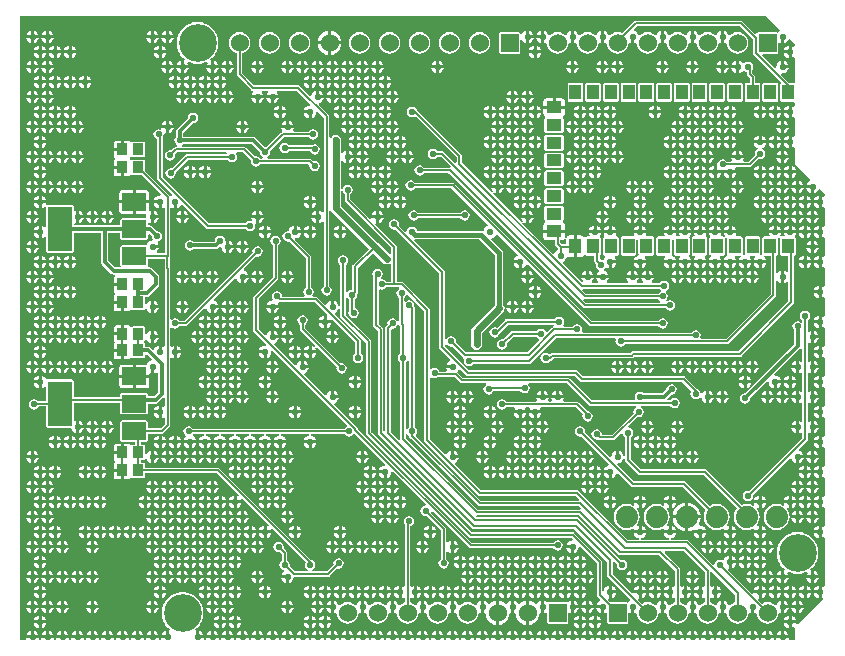
<source format=gbl>
G04 Layer_Physical_Order=2*
G04 Layer_Color=16711680*
%FSLAX25Y25*%
%MOIN*%
G70*
G01*
G75*
%ADD16R,0.03543X0.03937*%
%ADD29C,0.00600*%
%ADD30C,0.02400*%
%ADD31C,0.01200*%
%ADD32C,0.01500*%
%ADD33C,0.07400*%
%ADD34R,0.06000X0.06000*%
%ADD35C,0.06000*%
%ADD36C,0.12598*%
%ADD37C,0.02200*%
%ADD38R,0.07874X0.14961*%
%ADD39R,0.07874X0.05905*%
%ADD40R,0.05118X0.03937*%
%ADD41R,0.03937X0.05118*%
G36*
X255500Y199958D02*
X255819Y200022D01*
X256514Y200486D01*
X256942Y201126D01*
X257164Y201237D01*
X257451Y201324D01*
X259133Y199641D01*
Y199036D01*
X258633Y198768D01*
X258319Y198978D01*
X258000Y199042D01*
Y197000D01*
Y194958D01*
X258319Y195022D01*
X258633Y195232D01*
X259133Y194964D01*
Y186945D01*
X258780Y186708D01*
X257316D01*
X254595Y189429D01*
X254842Y189890D01*
X255000Y189859D01*
X255819Y190022D01*
X256514Y190486D01*
X256978Y191181D01*
X257042Y191500D01*
X255000D01*
Y192000D01*
X254500D01*
Y194042D01*
X254181Y193978D01*
X253486Y193514D01*
X253022Y192819D01*
X252859Y192000D01*
X252890Y191842D01*
X252430Y191595D01*
X248136Y195889D01*
X248328Y196351D01*
X253000D01*
X253459Y196541D01*
X253649Y197000D01*
Y199846D01*
X254090Y200082D01*
X254181Y200022D01*
X254500Y199958D01*
Y202000D01*
X255500D01*
Y199958D01*
D02*
G37*
G36*
X254324Y204450D02*
X254237Y204164D01*
X254126Y203941D01*
X253486Y203514D01*
X253451Y203462D01*
X253000Y203649D01*
X247000D01*
X246541Y203459D01*
X246425Y203180D01*
X245889Y203009D01*
X241749Y207149D01*
X241451Y207348D01*
X241100Y207418D01*
X206000D01*
X205649Y207348D01*
X205351Y207149D01*
X201484Y203282D01*
X200940Y203507D01*
X200000Y203631D01*
X199060Y203507D01*
X198185Y203145D01*
X197524Y202638D01*
X196995Y202734D01*
X196978Y202819D01*
X196514Y203514D01*
X195819Y203978D01*
X195500Y204042D01*
Y202000D01*
Y199958D01*
X195819Y200022D01*
X195913Y200085D01*
X196395Y199805D01*
X196493Y199060D01*
X196855Y198185D01*
X197432Y197432D01*
X198185Y196855D01*
X199060Y196493D01*
X200000Y196369D01*
X200940Y196493D01*
X201816Y196855D01*
X202568Y197432D01*
X203145Y198185D01*
X203507Y199060D01*
X203605Y199805D01*
X204087Y200085D01*
X204181Y200022D01*
X204500Y199958D01*
Y202000D01*
X205500D01*
Y199958D01*
X205819Y200022D01*
X205913Y200085D01*
X206395Y199805D01*
X206493Y199060D01*
X206855Y198185D01*
X207433Y197432D01*
X208185Y196855D01*
X209060Y196493D01*
X210000Y196369D01*
X210940Y196493D01*
X211816Y196855D01*
X212567Y197432D01*
X213145Y198185D01*
X213507Y199060D01*
X213605Y199805D01*
X214087Y200085D01*
X214181Y200022D01*
X214500Y199958D01*
Y202000D01*
Y204042D01*
X214181Y203978D01*
X213486Y203514D01*
X213022Y202819D01*
X213005Y202734D01*
X212476Y202638D01*
X211816Y203145D01*
X210940Y203507D01*
X210000Y203631D01*
X209060Y203507D01*
X208185Y203145D01*
X207524Y202638D01*
X206995Y202734D01*
X206978Y202819D01*
X206514Y203514D01*
X205819Y203978D01*
X205539Y204034D01*
X205374Y204576D01*
X206380Y205582D01*
X240720D01*
X245182Y201120D01*
Y196627D01*
X245252Y196276D01*
X245451Y195978D01*
X254471Y186959D01*
X254383Y186518D01*
X254193Y186059D01*
Y180941D01*
X254383Y180482D01*
X254842Y180291D01*
X258780D01*
X259133Y180055D01*
Y179036D01*
X258633Y178768D01*
X258319Y178978D01*
X258000Y179042D01*
Y177000D01*
Y174958D01*
X258319Y175022D01*
X258633Y175232D01*
X259133Y174964D01*
Y169036D01*
X258633Y168768D01*
X258319Y168978D01*
X258000Y169042D01*
Y167000D01*
Y164958D01*
X258319Y165022D01*
X258633Y165232D01*
X259133Y164964D01*
Y160000D01*
X259199Y159668D01*
X259387Y159387D01*
X264324Y154451D01*
X264237Y154164D01*
X264126Y153942D01*
X263486Y153514D01*
X263022Y152819D01*
X262958Y152500D01*
X265000D01*
Y152000D01*
X265500D01*
Y149958D01*
X265819Y150022D01*
X266514Y150486D01*
X266941Y151126D01*
X267164Y151237D01*
X267450Y151324D01*
X269133Y149641D01*
Y149036D01*
X268633Y148768D01*
X268319Y148978D01*
X268000Y149042D01*
Y147000D01*
Y144958D01*
X268319Y145022D01*
X268633Y145232D01*
X269133Y144964D01*
Y139036D01*
X268633Y138768D01*
X268319Y138978D01*
X268000Y139042D01*
Y137000D01*
Y134958D01*
X268319Y135022D01*
X268633Y135232D01*
X269133Y134964D01*
Y129036D01*
X268633Y128768D01*
X268319Y128978D01*
X268000Y129042D01*
Y127000D01*
Y124958D01*
X268319Y125022D01*
X268633Y125232D01*
X269133Y124964D01*
Y119036D01*
X268633Y118768D01*
X268319Y118978D01*
X268000Y119042D01*
Y117000D01*
Y114958D01*
X268319Y115022D01*
X268633Y115232D01*
X269133Y114964D01*
Y109036D01*
X268633Y108768D01*
X268319Y108978D01*
X268000Y109042D01*
Y107000D01*
Y104958D01*
X268319Y105022D01*
X268633Y105232D01*
X269133Y104964D01*
Y99036D01*
X268633Y98768D01*
X268319Y98978D01*
X268000Y99042D01*
Y97000D01*
Y94958D01*
X268319Y95022D01*
X268633Y95232D01*
X269133Y94964D01*
Y89036D01*
X268633Y88768D01*
X268319Y88978D01*
X268000Y89042D01*
Y87000D01*
Y84958D01*
X268319Y85022D01*
X268633Y85232D01*
X269133Y84964D01*
Y79036D01*
X268633Y78768D01*
X268319Y78978D01*
X268000Y79042D01*
Y77000D01*
Y74958D01*
X268319Y75022D01*
X268633Y75232D01*
X269133Y74964D01*
Y69036D01*
X268633Y68768D01*
X268319Y68978D01*
X268000Y69042D01*
Y67000D01*
Y64958D01*
X268319Y65022D01*
X268633Y65232D01*
X269133Y64964D01*
Y59036D01*
X268633Y58768D01*
X268319Y58978D01*
X268000Y59042D01*
Y57000D01*
Y54958D01*
X268319Y55022D01*
X268633Y55232D01*
X269133Y54964D01*
Y49036D01*
X268633Y48768D01*
X268319Y48978D01*
X268000Y49042D01*
Y47000D01*
Y44958D01*
X268319Y45022D01*
X268633Y45232D01*
X269133Y44964D01*
Y39036D01*
X268633Y38768D01*
X268319Y38978D01*
X268000Y39042D01*
Y37000D01*
Y34958D01*
X268319Y35022D01*
X268633Y35232D01*
X269133Y34964D01*
Y19036D01*
X268633Y18768D01*
X268319Y18978D01*
X268000Y19042D01*
Y17000D01*
Y14958D01*
X268319Y15022D01*
X268503Y15145D01*
X268819Y14754D01*
X259992Y6199D01*
X259532Y6449D01*
X259542Y6500D01*
X258000D01*
Y4958D01*
X258319Y5022D01*
X258675Y5259D01*
X259020Y5075D01*
X259133Y4964D01*
Y867D01*
X257324D01*
X257015Y1367D01*
X257042Y1500D01*
X252958D01*
X252972Y1431D01*
X252664Y1015D01*
X252336D01*
X252028Y1431D01*
X252042Y1500D01*
X247958D01*
X247972Y1431D01*
X247664Y1015D01*
X247336D01*
X247028Y1431D01*
X247042Y1500D01*
X242958D01*
X242972Y1431D01*
X242664Y1015D01*
X242336D01*
X242028Y1431D01*
X242042Y1500D01*
X237958D01*
X237972Y1431D01*
X237664Y1015D01*
X237336D01*
X237028Y1431D01*
X237042Y1500D01*
X232958D01*
X232972Y1431D01*
X232664Y1015D01*
X232336D01*
X232028Y1431D01*
X232042Y1500D01*
X227958D01*
X227972Y1431D01*
X227664Y1015D01*
X227336D01*
X227028Y1431D01*
X227042Y1500D01*
X222958D01*
X222972Y1431D01*
X222664Y1015D01*
X222336D01*
X222028Y1431D01*
X222042Y1500D01*
X217958D01*
X217972Y1431D01*
X217664Y1015D01*
X217336D01*
X217028Y1431D01*
X217042Y1500D01*
X212958D01*
X212972Y1431D01*
X212664Y1015D01*
X212336D01*
X212028Y1431D01*
X212042Y1500D01*
X207958D01*
X207972Y1431D01*
X207664Y1015D01*
X207336D01*
X207028Y1431D01*
X207042Y1500D01*
X202958D01*
X202972Y1431D01*
X202664Y1015D01*
X202336D01*
X202028Y1431D01*
X202042Y1500D01*
X197958D01*
X197972Y1431D01*
X197664Y1015D01*
X197336D01*
X197028Y1431D01*
X197042Y1500D01*
X192958D01*
X192972Y1431D01*
X192664Y1015D01*
X192336D01*
X192028Y1431D01*
X192042Y1500D01*
X187958D01*
X187972Y1431D01*
X187664Y1015D01*
X187336D01*
X187028Y1431D01*
X187042Y1500D01*
X182958D01*
X182972Y1431D01*
X182664Y1015D01*
X182336D01*
X182028Y1431D01*
X182042Y1500D01*
X177958D01*
X177972Y1431D01*
X177664Y1015D01*
X177336D01*
X177028Y1431D01*
X177042Y1500D01*
X172958D01*
X172972Y1431D01*
X172664Y1015D01*
X172336D01*
X172028Y1431D01*
X172042Y1500D01*
X167958D01*
X167972Y1431D01*
X167664Y1015D01*
X167336D01*
X167028Y1431D01*
X167042Y1500D01*
X162958D01*
X162972Y1431D01*
X162664Y1015D01*
X162336D01*
X162028Y1431D01*
X162042Y1500D01*
X157958D01*
X157972Y1431D01*
X157664Y1015D01*
X157336D01*
X157028Y1431D01*
X157042Y1500D01*
X152958D01*
X152972Y1431D01*
X152664Y1015D01*
X152336D01*
X152028Y1431D01*
X152042Y1500D01*
X147958D01*
X147972Y1431D01*
X147664Y1015D01*
X147336D01*
X147028Y1431D01*
X147042Y1500D01*
X142958D01*
X142972Y1431D01*
X142664Y1015D01*
X142336D01*
X142028Y1431D01*
X142042Y1500D01*
X137958D01*
X137972Y1431D01*
X137664Y1015D01*
X137336D01*
X137028Y1431D01*
X137042Y1500D01*
X132958D01*
X132972Y1431D01*
X132664Y1015D01*
X132336D01*
X132028Y1431D01*
X132042Y1500D01*
X127958D01*
X127972Y1431D01*
X127664Y1015D01*
X127336D01*
X127028Y1431D01*
X127042Y1500D01*
X122958D01*
X122972Y1431D01*
X122664Y1015D01*
X122336D01*
X122028Y1431D01*
X122042Y1500D01*
X117958D01*
X117972Y1431D01*
X117664Y1015D01*
X117336D01*
X117028Y1431D01*
X117042Y1500D01*
X112958D01*
X112972Y1431D01*
X112664Y1015D01*
X112336D01*
X112028Y1431D01*
X112042Y1500D01*
X107958D01*
X107972Y1431D01*
X107664Y1015D01*
X107336D01*
X107028Y1431D01*
X107042Y1500D01*
X102958D01*
X102972Y1431D01*
X102664Y1015D01*
X102336D01*
X102028Y1431D01*
X102042Y1500D01*
X97958D01*
X97972Y1431D01*
X97664Y1015D01*
X97336D01*
X97028Y1431D01*
X97042Y1500D01*
X92958D01*
X92972Y1431D01*
X92664Y1015D01*
X92336D01*
X92028Y1431D01*
X92042Y1500D01*
X87958D01*
X87972Y1431D01*
X87664Y1015D01*
X87336D01*
X87028Y1431D01*
X87042Y1500D01*
X82958D01*
X82972Y1431D01*
X82664Y1015D01*
X82336D01*
X82028Y1431D01*
X82042Y1500D01*
X77958D01*
X77972Y1431D01*
X77664Y1015D01*
X77336D01*
X77028Y1431D01*
X77042Y1500D01*
X72958D01*
X72972Y1431D01*
X72664Y1015D01*
X72336D01*
X72028Y1431D01*
X72042Y1500D01*
X67958D01*
X67972Y1431D01*
X67664Y1015D01*
X67336D01*
X67028Y1431D01*
X67042Y1500D01*
X62958D01*
X62972Y1431D01*
X62664Y1015D01*
X62336D01*
X62028Y1431D01*
X62042Y1500D01*
X60000D01*
Y2000D01*
X59500D01*
Y4042D01*
X59475Y4037D01*
X59255Y4503D01*
X59888Y5022D01*
X59919Y5081D01*
X59978Y5112D01*
X60765Y6071D01*
X60784Y6135D01*
X60836Y6177D01*
X61421Y7272D01*
X61427Y7338D01*
X61469Y7389D01*
X61830Y8577D01*
X61823Y8643D01*
X61854Y8702D01*
X61976Y9936D01*
X61957Y10000D01*
X61976Y10064D01*
X61854Y11299D01*
X61823Y11357D01*
X61830Y11423D01*
X61469Y12611D01*
X61427Y12662D01*
X61421Y12728D01*
X60836Y13823D01*
X60784Y13865D01*
X60765Y13929D01*
X59978Y14888D01*
X59919Y14919D01*
X59888Y14978D01*
X58929Y15765D01*
X58865Y15784D01*
X58823Y15836D01*
X57728Y16421D01*
X57662Y16427D01*
X57611Y16469D01*
X56423Y16829D01*
X56357Y16823D01*
X56299Y16854D01*
X55064Y16976D01*
X55031Y16966D01*
X55000Y16979D01*
X54969Y16966D01*
X54936Y16976D01*
X53702Y16854D01*
X53643Y16823D01*
X53577Y16829D01*
X52389Y16469D01*
X52338Y16427D01*
X52272Y16421D01*
X51177Y15836D01*
X51135Y15784D01*
X51071Y15765D01*
X50112Y14978D01*
X50081Y14919D01*
X50022Y14888D01*
X49235Y13929D01*
X49216Y13865D01*
X49164Y13823D01*
X48579Y12728D01*
X48573Y12662D01*
X48531Y12611D01*
X48171Y11423D01*
X48177Y11357D01*
X48146Y11299D01*
X48024Y10064D01*
X48043Y10000D01*
X48024Y9936D01*
X48146Y8702D01*
X48177Y8643D01*
X48171Y8577D01*
X48531Y7389D01*
X48573Y7338D01*
X48579Y7272D01*
X49164Y6177D01*
X49216Y6135D01*
X49235Y6071D01*
X50022Y5112D01*
X50081Y5081D01*
X50112Y5022D01*
X50745Y4503D01*
X50525Y4037D01*
X50500Y4042D01*
Y2000D01*
X50000D01*
Y1500D01*
X47958D01*
X47972Y1431D01*
X47664Y1015D01*
X47336D01*
X47028Y1431D01*
X47042Y1500D01*
X42958D01*
X42972Y1431D01*
X42664Y1015D01*
X42336D01*
X42028Y1431D01*
X42042Y1500D01*
X37958D01*
X37972Y1431D01*
X37664Y1015D01*
X37336D01*
X37028Y1431D01*
X37042Y1500D01*
X32958D01*
X32972Y1431D01*
X32664Y1015D01*
X32336D01*
X32028Y1431D01*
X32042Y1500D01*
X27958D01*
X27972Y1431D01*
X27664Y1015D01*
X27336D01*
X27028Y1431D01*
X27042Y1500D01*
X22958D01*
X22972Y1431D01*
X22664Y1015D01*
X22336D01*
X22028Y1431D01*
X22042Y1500D01*
X17958D01*
X17972Y1431D01*
X17664Y1015D01*
X17336D01*
X17028Y1431D01*
X17042Y1500D01*
X12958D01*
X12972Y1431D01*
X12664Y1015D01*
X12336D01*
X12028Y1431D01*
X12042Y1500D01*
X7958D01*
X7972Y1431D01*
X7664Y1015D01*
X7336D01*
X7028Y1431D01*
X7042Y1500D01*
X2958D01*
X2985Y1367D01*
X2676Y867D01*
X867D01*
Y209133D01*
X249641D01*
X254324Y204450D01*
D02*
G37*
%LPC*%
G36*
X257000Y199042D02*
X256681Y198978D01*
X255986Y198514D01*
X255522Y197819D01*
X255458Y197500D01*
X257000D01*
Y199042D01*
D02*
G37*
G36*
Y196500D02*
X255458D01*
X255522Y196181D01*
X255986Y195486D01*
X256681Y195022D01*
X257000Y194958D01*
Y196500D01*
D02*
G37*
G36*
X255500Y194042D02*
Y192500D01*
X257042D01*
X256978Y192819D01*
X256514Y193514D01*
X255819Y193978D01*
X255500Y194042D01*
D02*
G37*
G36*
X89500Y54042D02*
X89181Y53978D01*
X88486Y53514D01*
X88022Y52819D01*
X87958Y52500D01*
X89500D01*
Y54042D01*
D02*
G37*
G36*
X85500D02*
Y52500D01*
X87042D01*
X86978Y52819D01*
X86514Y53514D01*
X85819Y53978D01*
X85500Y54042D01*
D02*
G37*
G36*
X80500D02*
Y52500D01*
X82042D01*
X81978Y52819D01*
X81514Y53514D01*
X80819Y53978D01*
X80500Y54042D01*
D02*
G37*
G36*
X84500D02*
X84181Y53978D01*
X83486Y53514D01*
X83022Y52819D01*
X82958Y52500D01*
X84500D01*
Y54042D01*
D02*
G37*
G36*
X90500D02*
Y52500D01*
X92042D01*
X91978Y52819D01*
X91514Y53514D01*
X90819Y53978D01*
X90500Y54042D01*
D02*
G37*
G36*
X119500D02*
X119181Y53978D01*
X118486Y53514D01*
X118022Y52819D01*
X117958Y52500D01*
X119500D01*
Y54042D01*
D02*
G37*
G36*
X120500D02*
Y52500D01*
X122042D01*
X121978Y52819D01*
X121514Y53514D01*
X120819Y53978D01*
X120500Y54042D01*
D02*
G37*
G36*
X114500D02*
X114181Y53978D01*
X113486Y53514D01*
X113022Y52819D01*
X112958Y52500D01*
X114500D01*
Y54042D01*
D02*
G37*
G36*
X115500D02*
Y52500D01*
X117042D01*
X116978Y52819D01*
X116514Y53514D01*
X115819Y53978D01*
X115500Y54042D01*
D02*
G37*
G36*
X79500D02*
X79181Y53978D01*
X78486Y53514D01*
X78022Y52819D01*
X77958Y52500D01*
X79500D01*
Y54042D01*
D02*
G37*
G36*
X50500D02*
Y52500D01*
X52042D01*
X51978Y52819D01*
X51514Y53514D01*
X50819Y53978D01*
X50500Y54042D01*
D02*
G37*
G36*
X54500D02*
X54181Y53978D01*
X53486Y53514D01*
X53022Y52819D01*
X52958Y52500D01*
X54500D01*
Y54042D01*
D02*
G37*
G36*
X49500D02*
X49181Y53978D01*
X48486Y53514D01*
X48022Y52819D01*
X47958Y52500D01*
X49500D01*
Y54042D01*
D02*
G37*
G36*
X44500D02*
X44181Y53978D01*
X43486Y53514D01*
X43022Y52819D01*
X42958Y52500D01*
X44500D01*
Y54042D01*
D02*
G37*
G36*
X45500D02*
Y52500D01*
X47042D01*
X46978Y52819D01*
X46514Y53514D01*
X45819Y53978D01*
X45500Y54042D01*
D02*
G37*
G36*
X64500D02*
X64181Y53978D01*
X63486Y53514D01*
X63022Y52819D01*
X62958Y52500D01*
X64500D01*
Y54042D01*
D02*
G37*
G36*
X65500D02*
Y52500D01*
X67042D01*
X66978Y52819D01*
X66514Y53514D01*
X65819Y53978D01*
X65500Y54042D01*
D02*
G37*
G36*
X60500D02*
Y52500D01*
X62042D01*
X61978Y52819D01*
X61514Y53514D01*
X60819Y53978D01*
X60500Y54042D01*
D02*
G37*
G36*
X55500D02*
Y52500D01*
X57042D01*
X56978Y52819D01*
X56514Y53514D01*
X55819Y53978D01*
X55500Y54042D01*
D02*
G37*
G36*
X59500D02*
X59181Y53978D01*
X58486Y53514D01*
X58022Y52819D01*
X57958Y52500D01*
X59500D01*
Y54042D01*
D02*
G37*
G36*
X124500D02*
X124181Y53978D01*
X123486Y53514D01*
X123022Y52819D01*
X122958Y52500D01*
X124500D01*
Y54042D01*
D02*
G37*
G36*
X14542Y56500D02*
X13000D01*
Y54958D01*
X13319Y55022D01*
X14014Y55486D01*
X14478Y56181D01*
X14542Y56500D01*
D02*
G37*
G36*
X22000D02*
X20458D01*
X20522Y56181D01*
X20986Y55486D01*
X21681Y55022D01*
X22000Y54958D01*
Y56500D01*
D02*
G37*
G36*
X12000D02*
X10458D01*
X10522Y56181D01*
X10986Y55486D01*
X11681Y55022D01*
X12000Y54958D01*
Y56500D01*
D02*
G37*
G36*
X7000D02*
X5458D01*
X5522Y56181D01*
X5986Y55486D01*
X6681Y55022D01*
X7000Y54958D01*
Y56500D01*
D02*
G37*
G36*
X9542D02*
X8000D01*
Y54958D01*
X8319Y55022D01*
X9014Y55486D01*
X9478Y56181D01*
X9542Y56500D01*
D02*
G37*
G36*
X72000D02*
X70458D01*
X70522Y56181D01*
X70986Y55486D01*
X71681Y55022D01*
X72000Y54958D01*
Y56500D01*
D02*
G37*
G36*
X74542D02*
X73000D01*
Y54958D01*
X73319Y55022D01*
X74014Y55486D01*
X74478Y56181D01*
X74542Y56500D01*
D02*
G37*
G36*
X29542D02*
X28000D01*
Y54958D01*
X28319Y55022D01*
X29014Y55486D01*
X29478Y56181D01*
X29542Y56500D01*
D02*
G37*
G36*
X24542D02*
X23000D01*
Y54958D01*
X23319Y55022D01*
X24014Y55486D01*
X24478Y56181D01*
X24542Y56500D01*
D02*
G37*
G36*
X27000D02*
X25458D01*
X25522Y56181D01*
X25986Y55486D01*
X26681Y55022D01*
X27000Y54958D01*
Y56500D01*
D02*
G37*
G36*
X194500Y54042D02*
X194181Y53978D01*
X193486Y53514D01*
X193022Y52819D01*
X192958Y52500D01*
X194500D01*
Y54042D01*
D02*
G37*
G36*
X195500D02*
Y52500D01*
X197042D01*
X196978Y52819D01*
X196514Y53514D01*
X195819Y53978D01*
X195500Y54042D01*
D02*
G37*
G36*
X190500D02*
Y52500D01*
X192042D01*
X191978Y52819D01*
X191514Y53514D01*
X190819Y53978D01*
X190500Y54042D01*
D02*
G37*
G36*
X125500D02*
Y52500D01*
X127042D01*
X126978Y52819D01*
X126514Y53514D01*
X125819Y53978D01*
X125500Y54042D01*
D02*
G37*
G36*
X189500D02*
X189181Y53978D01*
X188486Y53514D01*
X188022Y52819D01*
X187958Y52500D01*
X189500D01*
Y54042D01*
D02*
G37*
G36*
X265500D02*
Y52500D01*
X267042D01*
X266978Y52819D01*
X266514Y53514D01*
X265819Y53978D01*
X265500Y54042D01*
D02*
G37*
G36*
X34366Y57000D02*
X32075D01*
Y55532D01*
X32153Y55141D01*
X32373Y54811D01*
X32704Y54589D01*
X33094Y54512D01*
X34366D01*
Y57000D01*
D02*
G37*
G36*
X264500Y54042D02*
X264181Y53978D01*
X263486Y53514D01*
X263022Y52819D01*
X262958Y52500D01*
X264500D01*
Y54042D01*
D02*
G37*
G36*
X259500D02*
X259181Y53978D01*
X258486Y53514D01*
X258022Y52819D01*
X257958Y52500D01*
X259500D01*
Y54042D01*
D02*
G37*
G36*
X260500D02*
Y52500D01*
X262042D01*
X261978Y52819D01*
X261514Y53514D01*
X260819Y53978D01*
X260500Y54042D01*
D02*
G37*
G36*
X10500D02*
Y52500D01*
X12042D01*
X11978Y52819D01*
X11514Y53514D01*
X10819Y53978D01*
X10500Y54042D01*
D02*
G37*
G36*
X57042Y51500D02*
X55500D01*
Y49958D01*
X55819Y50022D01*
X56514Y50486D01*
X56978Y51181D01*
X57042Y51500D01*
D02*
G37*
G36*
X59500D02*
X57958D01*
X58022Y51181D01*
X58486Y50486D01*
X59181Y50022D01*
X59500Y49958D01*
Y51500D01*
D02*
G37*
G36*
X54500D02*
X52958D01*
X53022Y51181D01*
X53486Y50486D01*
X54181Y50022D01*
X54500Y49958D01*
Y51500D01*
D02*
G37*
G36*
X49500D02*
X47958D01*
X48022Y51181D01*
X48486Y50486D01*
X49181Y50022D01*
X49500Y49958D01*
Y51500D01*
D02*
G37*
G36*
X52042D02*
X50500D01*
Y49958D01*
X50819Y50022D01*
X51514Y50486D01*
X51978Y51181D01*
X52042Y51500D01*
D02*
G37*
G36*
X79500D02*
X77958D01*
X78022Y51181D01*
X78486Y50486D01*
X79181Y50022D01*
X79500Y49958D01*
Y51500D01*
D02*
G37*
G36*
X82042D02*
X80500D01*
Y49958D01*
X80819Y50022D01*
X81514Y50486D01*
X81978Y51181D01*
X82042Y51500D01*
D02*
G37*
G36*
X67042D02*
X65500D01*
Y49958D01*
X65819Y50022D01*
X66514Y50486D01*
X66978Y51181D01*
X67042Y51500D01*
D02*
G37*
G36*
X62042D02*
X60500D01*
Y49958D01*
X60819Y50022D01*
X61514Y50486D01*
X61978Y51181D01*
X62042Y51500D01*
D02*
G37*
G36*
X64500D02*
X62958D01*
X63022Y51181D01*
X63486Y50486D01*
X64181Y50022D01*
X64500Y49958D01*
Y51500D01*
D02*
G37*
G36*
X267000Y49042D02*
X266681Y48978D01*
X265986Y48514D01*
X265522Y47819D01*
X265458Y47500D01*
X267000D01*
Y49042D01*
D02*
G37*
G36*
X4500Y51500D02*
X2958D01*
X3022Y51181D01*
X3486Y50486D01*
X4181Y50022D01*
X4500Y49958D01*
Y51500D01*
D02*
G37*
G36*
X263000Y49042D02*
Y47500D01*
X264542D01*
X264478Y47819D01*
X264014Y48514D01*
X263319Y48978D01*
X263000Y49042D01*
D02*
G37*
G36*
X258000D02*
Y47500D01*
X259542D01*
X259478Y47819D01*
X259014Y48514D01*
X258319Y48978D01*
X258000Y49042D01*
D02*
G37*
G36*
X262000D02*
X261681Y48978D01*
X260986Y48514D01*
X260522Y47819D01*
X260458Y47500D01*
X262000D01*
Y49042D01*
D02*
G37*
G36*
X44500Y51500D02*
X42958D01*
X43022Y51181D01*
X43486Y50486D01*
X44181Y50022D01*
X44500Y49958D01*
Y51500D01*
D02*
G37*
G36*
X47042D02*
X45500D01*
Y49958D01*
X45819Y50022D01*
X46514Y50486D01*
X46978Y51181D01*
X47042Y51500D01*
D02*
G37*
G36*
X12042D02*
X10500D01*
Y49958D01*
X10819Y50022D01*
X11514Y50486D01*
X11978Y51181D01*
X12042Y51500D01*
D02*
G37*
G36*
X7042D02*
X5500D01*
Y49958D01*
X5819Y50022D01*
X6514Y50486D01*
X6978Y51181D01*
X7042Y51500D01*
D02*
G37*
G36*
X9500D02*
X7958D01*
X8022Y51181D01*
X8486Y50486D01*
X9181Y50022D01*
X9500Y49958D01*
Y51500D01*
D02*
G37*
G36*
X84500D02*
X82958D01*
X83022Y51181D01*
X83486Y50486D01*
X84181Y50022D01*
X84500Y49958D01*
Y51500D01*
D02*
G37*
G36*
X259500D02*
X257958D01*
X258022Y51181D01*
X258486Y50486D01*
X259181Y50022D01*
X259500Y49958D01*
Y51500D01*
D02*
G37*
G36*
X262042D02*
X260500D01*
Y49958D01*
X260819Y50022D01*
X261514Y50486D01*
X261978Y51181D01*
X262042Y51500D01*
D02*
G37*
G36*
X197042D02*
X195500D01*
Y49958D01*
X195819Y50022D01*
X196514Y50486D01*
X196978Y51181D01*
X197042Y51500D01*
D02*
G37*
G36*
X192042D02*
X190500D01*
Y49958D01*
X190819Y50022D01*
X191514Y50486D01*
X191978Y51181D01*
X192042Y51500D01*
D02*
G37*
G36*
X194500D02*
X192958D01*
X193022Y51181D01*
X193486Y50486D01*
X194181Y50022D01*
X194500Y49958D01*
Y51500D01*
D02*
G37*
G36*
X5500Y54042D02*
Y52500D01*
X7042D01*
X6978Y52819D01*
X6514Y53514D01*
X5819Y53978D01*
X5500Y54042D01*
D02*
G37*
G36*
X9500D02*
X9181Y53978D01*
X8486Y53514D01*
X8022Y52819D01*
X7958Y52500D01*
X9500D01*
Y54042D01*
D02*
G37*
G36*
X4500D02*
X4181Y53978D01*
X3486Y53514D01*
X3022Y52819D01*
X2958Y52500D01*
X4500D01*
Y54042D01*
D02*
G37*
G36*
X264500Y51500D02*
X262958D01*
X263022Y51181D01*
X263486Y50486D01*
X264181Y50022D01*
X264500Y49958D01*
Y51500D01*
D02*
G37*
G36*
X267042D02*
X265500D01*
Y49958D01*
X265819Y50022D01*
X266514Y50486D01*
X266978Y51181D01*
X267042Y51500D01*
D02*
G37*
G36*
X114500D02*
X112958D01*
X113022Y51181D01*
X113486Y50486D01*
X114181Y50022D01*
X114500Y49958D01*
Y51500D01*
D02*
G37*
G36*
X117042D02*
X115500D01*
Y49958D01*
X115819Y50022D01*
X116514Y50486D01*
X116978Y51181D01*
X117042Y51500D01*
D02*
G37*
G36*
X92042D02*
X90500D01*
Y49958D01*
X90819Y50022D01*
X91514Y50486D01*
X91978Y51181D01*
X92042Y51500D01*
D02*
G37*
G36*
X87042D02*
X85500D01*
Y49958D01*
X85819Y50022D01*
X86514Y50486D01*
X86978Y51181D01*
X87042Y51500D01*
D02*
G37*
G36*
X89500D02*
X87958D01*
X88022Y51181D01*
X88486Y50486D01*
X89181Y50022D01*
X89500Y49958D01*
Y51500D01*
D02*
G37*
G36*
X127042D02*
X125500D01*
Y49958D01*
X125819Y50022D01*
X126514Y50486D01*
X126978Y51181D01*
X127042Y51500D01*
D02*
G37*
G36*
X189500D02*
X187958D01*
X188022Y51181D01*
X188486Y50486D01*
X189181Y50022D01*
X189500Y49958D01*
Y51500D01*
D02*
G37*
G36*
X124500D02*
X122958D01*
X123022Y51181D01*
X123486Y50486D01*
X124181Y50022D01*
X124500Y49958D01*
Y51500D01*
D02*
G37*
G36*
X119500D02*
X117958D01*
X118022Y51181D01*
X118486Y50486D01*
X119181Y50022D01*
X119500Y49958D01*
Y51500D01*
D02*
G37*
G36*
X122042D02*
X120500D01*
Y49958D01*
X120819Y50022D01*
X121514Y50486D01*
X121978Y51181D01*
X122042Y51500D01*
D02*
G37*
G36*
X177000Y59042D02*
X176681Y58978D01*
X175986Y58514D01*
X175522Y57819D01*
X175458Y57500D01*
X177000D01*
Y59042D01*
D02*
G37*
G36*
X178000D02*
Y57500D01*
X179542D01*
X179478Y57819D01*
X179014Y58514D01*
X178319Y58978D01*
X178000Y59042D01*
D02*
G37*
G36*
X173000D02*
Y57500D01*
X174542D01*
X174478Y57819D01*
X174014Y58514D01*
X173319Y58978D01*
X173000Y59042D01*
D02*
G37*
G36*
X168000D02*
Y57500D01*
X169542D01*
X169478Y57819D01*
X169014Y58514D01*
X168319Y58978D01*
X168000Y59042D01*
D02*
G37*
G36*
X172000D02*
X171681Y58978D01*
X170986Y58514D01*
X170522Y57819D01*
X170458Y57500D01*
X172000D01*
Y59042D01*
D02*
G37*
G36*
X188000D02*
Y57500D01*
X189542D01*
X189478Y57819D01*
X189014Y58514D01*
X188319Y58978D01*
X188000Y59042D01*
D02*
G37*
G36*
X192000D02*
X191681Y58978D01*
X190986Y58514D01*
X190522Y57819D01*
X190458Y57500D01*
X192000D01*
Y59042D01*
D02*
G37*
G36*
X187000D02*
X186681Y58978D01*
X185986Y58514D01*
X185522Y57819D01*
X185458Y57500D01*
X187000D01*
Y59042D01*
D02*
G37*
G36*
X182000D02*
X181681Y58978D01*
X180986Y58514D01*
X180522Y57819D01*
X180458Y57500D01*
X182000D01*
Y59042D01*
D02*
G37*
G36*
X183000D02*
Y57500D01*
X184542D01*
X184478Y57819D01*
X184014Y58514D01*
X183319Y58978D01*
X183000Y59042D01*
D02*
G37*
G36*
X117000D02*
X116681Y58978D01*
X115986Y58514D01*
X115522Y57819D01*
X115458Y57500D01*
X117000D01*
Y59042D01*
D02*
G37*
G36*
X118000D02*
Y57500D01*
X119542D01*
X119478Y57819D01*
X119014Y58514D01*
X118319Y58978D01*
X118000Y59042D01*
D02*
G37*
G36*
X88000D02*
Y57500D01*
X89542D01*
X89478Y57819D01*
X89014Y58514D01*
X88319Y58978D01*
X88000Y59042D01*
D02*
G37*
G36*
X83000D02*
Y57500D01*
X84542D01*
X84478Y57819D01*
X84014Y58514D01*
X83319Y58978D01*
X83000Y59042D01*
D02*
G37*
G36*
X87000D02*
X86681Y58978D01*
X85986Y58514D01*
X85522Y57819D01*
X85458Y57500D01*
X87000D01*
Y59042D01*
D02*
G37*
G36*
X163000D02*
Y57500D01*
X164542D01*
X164478Y57819D01*
X164014Y58514D01*
X163319Y58978D01*
X163000Y59042D01*
D02*
G37*
G36*
X167000D02*
X166681Y58978D01*
X165986Y58514D01*
X165522Y57819D01*
X165458Y57500D01*
X167000D01*
Y59042D01*
D02*
G37*
G36*
X162000D02*
X161681Y58978D01*
X160986Y58514D01*
X160522Y57819D01*
X160458Y57500D01*
X162000D01*
Y59042D01*
D02*
G37*
G36*
X157000D02*
X156681Y58978D01*
X155986Y58514D01*
X155522Y57819D01*
X155458Y57500D01*
X157000D01*
Y59042D01*
D02*
G37*
G36*
X158000D02*
Y57500D01*
X159542D01*
X159478Y57819D01*
X159014Y58514D01*
X158319Y58978D01*
X158000Y59042D01*
D02*
G37*
G36*
X193000D02*
Y57500D01*
X194542D01*
X194478Y57819D01*
X194014Y58514D01*
X193319Y58978D01*
X193000Y59042D01*
D02*
G37*
G36*
X67042Y61500D02*
X65500D01*
Y59958D01*
X65819Y60022D01*
X66514Y60486D01*
X66978Y61181D01*
X67042Y61500D01*
D02*
G37*
G36*
X69500D02*
X67958D01*
X68022Y61181D01*
X68486Y60486D01*
X69181Y60022D01*
X69500Y59958D01*
Y61500D01*
D02*
G37*
G36*
X64500D02*
X62958D01*
X63022Y61181D01*
X63486Y60486D01*
X64181Y60022D01*
X64500Y59958D01*
Y61500D01*
D02*
G37*
G36*
X59500D02*
X57958D01*
X58022Y61181D01*
X58486Y60486D01*
X59181Y60022D01*
X59500Y59958D01*
Y61500D01*
D02*
G37*
G36*
X62042D02*
X60500D01*
Y59958D01*
X60819Y60022D01*
X61514Y60486D01*
X61978Y61181D01*
X62042Y61500D01*
D02*
G37*
G36*
X79500D02*
X77958D01*
X78022Y61181D01*
X78486Y60486D01*
X79181Y60022D01*
X79500Y59958D01*
Y61500D01*
D02*
G37*
G36*
X82042D02*
X80500D01*
Y59958D01*
X80819Y60022D01*
X81514Y60486D01*
X81978Y61181D01*
X82042Y61500D01*
D02*
G37*
G36*
X77042D02*
X75500D01*
Y59958D01*
X75819Y60022D01*
X76514Y60486D01*
X76978Y61181D01*
X77042Y61500D01*
D02*
G37*
G36*
X72042D02*
X70500D01*
Y59958D01*
X70819Y60022D01*
X71514Y60486D01*
X71978Y61181D01*
X72042Y61500D01*
D02*
G37*
G36*
X74500D02*
X72958D01*
X73022Y61181D01*
X73486Y60486D01*
X74181Y60022D01*
X74500Y59958D01*
Y61500D01*
D02*
G37*
G36*
X4500D02*
X2958D01*
X3022Y61181D01*
X3486Y60486D01*
X4181Y60022D01*
X4500Y59958D01*
Y61500D01*
D02*
G37*
G36*
X7042D02*
X5500D01*
Y59958D01*
X5819Y60022D01*
X6514Y60486D01*
X6978Y61181D01*
X7042Y61500D01*
D02*
G37*
G36*
X267000Y59042D02*
X266681Y58978D01*
X265986Y58514D01*
X265522Y57819D01*
X265458Y57500D01*
X267000D01*
Y59042D01*
D02*
G37*
G36*
X262000D02*
X261681Y58978D01*
X260986Y58514D01*
X260522Y57819D01*
X260458Y57500D01*
X262000D01*
Y59042D01*
D02*
G37*
G36*
X263000D02*
Y57500D01*
X264542D01*
X264478Y57819D01*
X264014Y58514D01*
X263319Y58978D01*
X263000Y59042D01*
D02*
G37*
G36*
X54500Y61500D02*
X52958D01*
X53022Y61181D01*
X53486Y60486D01*
X54181Y60022D01*
X54500Y59958D01*
Y61500D01*
D02*
G37*
G36*
X57042D02*
X55500D01*
Y59958D01*
X55819Y60022D01*
X56514Y60486D01*
X56978Y61181D01*
X57042Y61500D01*
D02*
G37*
G36*
X52042D02*
X50500D01*
Y59958D01*
X50819Y60022D01*
X51514Y60486D01*
X51978Y61181D01*
X52042Y61500D01*
D02*
G37*
G36*
X47042D02*
X45500D01*
Y59958D01*
X45819Y60022D01*
X46514Y60486D01*
X46978Y61181D01*
X47042Y61500D01*
D02*
G37*
G36*
X49500D02*
X47958D01*
X48022Y61181D01*
X48486Y60486D01*
X49181Y60022D01*
X49500Y59958D01*
Y61500D01*
D02*
G37*
G36*
X82000Y59042D02*
X81681Y58978D01*
X80986Y58514D01*
X80522Y57819D01*
X80458Y57500D01*
X82000D01*
Y59042D01*
D02*
G37*
G36*
X167000Y56500D02*
X165458D01*
X165522Y56181D01*
X165986Y55486D01*
X166681Y55022D01*
X167000Y54958D01*
Y56500D01*
D02*
G37*
G36*
X169542D02*
X168000D01*
Y54958D01*
X168319Y55022D01*
X169014Y55486D01*
X169478Y56181D01*
X169542Y56500D01*
D02*
G37*
G36*
X164542D02*
X163000D01*
Y54958D01*
X163319Y55022D01*
X164014Y55486D01*
X164478Y56181D01*
X164542Y56500D01*
D02*
G37*
G36*
X159542D02*
X158000D01*
Y54958D01*
X158319Y55022D01*
X159014Y55486D01*
X159478Y56181D01*
X159542Y56500D01*
D02*
G37*
G36*
X162000D02*
X160458D01*
X160522Y56181D01*
X160986Y55486D01*
X161681Y55022D01*
X162000Y54958D01*
Y56500D01*
D02*
G37*
G36*
X179542D02*
X178000D01*
Y54958D01*
X178319Y55022D01*
X179014Y55486D01*
X179478Y56181D01*
X179542Y56500D01*
D02*
G37*
G36*
X182000D02*
X180458D01*
X180522Y56181D01*
X180986Y55486D01*
X181681Y55022D01*
X182000Y54958D01*
Y56500D01*
D02*
G37*
G36*
X177000D02*
X175458D01*
X175522Y56181D01*
X175986Y55486D01*
X176681Y55022D01*
X177000Y54958D01*
Y56500D01*
D02*
G37*
G36*
X172000D02*
X170458D01*
X170522Y56181D01*
X170986Y55486D01*
X171681Y55022D01*
X172000Y54958D01*
Y56500D01*
D02*
G37*
G36*
X174542D02*
X173000D01*
Y54958D01*
X173319Y55022D01*
X174014Y55486D01*
X174478Y56181D01*
X174542Y56500D01*
D02*
G37*
G36*
X84542D02*
X83000D01*
Y54958D01*
X83319Y55022D01*
X84014Y55486D01*
X84478Y56181D01*
X84542Y56500D01*
D02*
G37*
G36*
X87000D02*
X85458D01*
X85522Y56181D01*
X85986Y55486D01*
X86681Y55022D01*
X87000Y54958D01*
Y56500D01*
D02*
G37*
G36*
X82000D02*
X80458D01*
X80522Y56181D01*
X80986Y55486D01*
X81681Y55022D01*
X82000Y54958D01*
Y56500D01*
D02*
G37*
G36*
X77000D02*
X75458D01*
X75522Y56181D01*
X75986Y55486D01*
X76681Y55022D01*
X77000Y54958D01*
Y56500D01*
D02*
G37*
G36*
X79542D02*
X78000D01*
Y54958D01*
X78319Y55022D01*
X79014Y55486D01*
X79478Y56181D01*
X79542Y56500D01*
D02*
G37*
G36*
X122000D02*
X120458D01*
X120522Y56181D01*
X120986Y55486D01*
X121681Y55022D01*
X122000Y54958D01*
Y56500D01*
D02*
G37*
G36*
X157000D02*
X155458D01*
X155522Y56181D01*
X155986Y55486D01*
X156681Y55022D01*
X157000Y54958D01*
Y56500D01*
D02*
G37*
G36*
X119542D02*
X118000D01*
Y54958D01*
X118319Y55022D01*
X119014Y55486D01*
X119478Y56181D01*
X119542Y56500D01*
D02*
G37*
G36*
X89542D02*
X88000D01*
Y54958D01*
X88319Y55022D01*
X89014Y55486D01*
X89478Y56181D01*
X89542Y56500D01*
D02*
G37*
G36*
X117000D02*
X115458D01*
X115522Y56181D01*
X115986Y55486D01*
X116681Y55022D01*
X117000Y54958D01*
Y56500D01*
D02*
G37*
G36*
X184542D02*
X183000D01*
Y54958D01*
X183319Y55022D01*
X184014Y55486D01*
X184478Y56181D01*
X184542Y56500D01*
D02*
G37*
G36*
X23000Y59042D02*
Y57500D01*
X24542D01*
X24478Y57819D01*
X24014Y58514D01*
X23319Y58978D01*
X23000Y59042D01*
D02*
G37*
G36*
X27000D02*
X26681Y58978D01*
X25986Y58514D01*
X25522Y57819D01*
X25458Y57500D01*
X27000D01*
Y59042D01*
D02*
G37*
G36*
X22000D02*
X21681Y58978D01*
X20986Y58514D01*
X20522Y57819D01*
X20458Y57500D01*
X22000D01*
Y59042D01*
D02*
G37*
G36*
X12000D02*
X11681Y58978D01*
X10986Y58514D01*
X10522Y57819D01*
X10458Y57500D01*
X12000D01*
Y59042D01*
D02*
G37*
G36*
X13000D02*
Y57500D01*
X14542D01*
X14478Y57819D01*
X14014Y58514D01*
X13319Y58978D01*
X13000Y59042D01*
D02*
G37*
G36*
X77000D02*
X76681Y58978D01*
X75986Y58514D01*
X75522Y57819D01*
X75458Y57500D01*
X77000D01*
Y59042D01*
D02*
G37*
G36*
X78000D02*
Y57500D01*
X79542D01*
X79478Y57819D01*
X79014Y58514D01*
X78319Y58978D01*
X78000Y59042D01*
D02*
G37*
G36*
X73000D02*
Y57500D01*
X74542D01*
X74478Y57819D01*
X74014Y58514D01*
X73319Y58978D01*
X73000Y59042D01*
D02*
G37*
G36*
X28000D02*
Y57500D01*
X29542D01*
X29478Y57819D01*
X29014Y58514D01*
X28319Y58978D01*
X28000Y59042D01*
D02*
G37*
G36*
X72000D02*
X71681Y58978D01*
X70986Y58514D01*
X70522Y57819D01*
X70458Y57500D01*
X72000D01*
Y59042D01*
D02*
G37*
G36*
X194542Y56500D02*
X193000D01*
Y54958D01*
X193319Y55022D01*
X194014Y55486D01*
X194478Y56181D01*
X194542Y56500D01*
D02*
G37*
G36*
X197000D02*
X195458D01*
X195522Y56181D01*
X195986Y55486D01*
X196681Y55022D01*
X197000Y54958D01*
Y56500D01*
D02*
G37*
G36*
X192000D02*
X190458D01*
X190522Y56181D01*
X190986Y55486D01*
X191681Y55022D01*
X192000Y54958D01*
Y56500D01*
D02*
G37*
G36*
X187000D02*
X185458D01*
X185522Y56181D01*
X185986Y55486D01*
X186681Y55022D01*
X187000Y54958D01*
Y56500D01*
D02*
G37*
G36*
X189542D02*
X188000D01*
Y54958D01*
X188319Y55022D01*
X189014Y55486D01*
X189478Y56181D01*
X189542Y56500D01*
D02*
G37*
G36*
X7000Y59042D02*
X6681Y58978D01*
X5986Y58514D01*
X5522Y57819D01*
X5458Y57500D01*
X7000D01*
Y59042D01*
D02*
G37*
G36*
X8000D02*
Y57500D01*
X9542D01*
X9478Y57819D01*
X9014Y58514D01*
X8319Y58978D01*
X8000Y59042D01*
D02*
G37*
G36*
X267000Y56500D02*
X265458D01*
X265522Y56181D01*
X265986Y55486D01*
X266681Y55022D01*
X267000Y54958D01*
Y56500D01*
D02*
G37*
G36*
X262000D02*
X260458D01*
X260522Y56181D01*
X260986Y55486D01*
X261681Y55022D01*
X262000Y54958D01*
Y56500D01*
D02*
G37*
G36*
X264542D02*
X263000D01*
Y54958D01*
X263319Y55022D01*
X264014Y55486D01*
X264478Y56181D01*
X264542Y56500D01*
D02*
G37*
G36*
X257000Y49042D02*
X256681Y48978D01*
X255986Y48514D01*
X255522Y47819D01*
X255458Y47500D01*
X257000D01*
Y49042D01*
D02*
G37*
G36*
X45500Y44042D02*
Y42500D01*
X47042D01*
X46978Y42819D01*
X46514Y43514D01*
X45819Y43978D01*
X45500Y44042D01*
D02*
G37*
G36*
X49500D02*
X49181Y43978D01*
X48486Y43514D01*
X48022Y42819D01*
X47958Y42500D01*
X49500D01*
Y44042D01*
D02*
G37*
G36*
X44500D02*
X44181Y43978D01*
X43486Y43514D01*
X43022Y42819D01*
X42958Y42500D01*
X44500D01*
Y44042D01*
D02*
G37*
G36*
X9500D02*
X9181Y43978D01*
X8486Y43514D01*
X8022Y42819D01*
X7958Y42500D01*
X9500D01*
Y44042D01*
D02*
G37*
G36*
X10500D02*
Y42500D01*
X12042D01*
X11978Y42819D01*
X11514Y43514D01*
X10819Y43978D01*
X10500Y44042D01*
D02*
G37*
G36*
X59500D02*
X59181Y43978D01*
X58486Y43514D01*
X58022Y42819D01*
X57958Y42500D01*
X59500D01*
Y44042D01*
D02*
G37*
G36*
X60500D02*
Y42500D01*
X62042D01*
X61978Y42819D01*
X61514Y43514D01*
X60819Y43978D01*
X60500Y44042D01*
D02*
G37*
G36*
X55500D02*
Y42500D01*
X57042D01*
X56978Y42819D01*
X56514Y43514D01*
X55819Y43978D01*
X55500Y44042D01*
D02*
G37*
G36*
X50500D02*
Y42500D01*
X52042D01*
X51978Y42819D01*
X51514Y43514D01*
X50819Y43978D01*
X50500Y44042D01*
D02*
G37*
G36*
X54500D02*
X54181Y43978D01*
X53486Y43514D01*
X53022Y42819D01*
X52958Y42500D01*
X54500D01*
Y44042D01*
D02*
G37*
G36*
X259500Y41500D02*
X257958D01*
X258022Y41181D01*
X258486Y40486D01*
X259181Y40022D01*
X259500Y39958D01*
Y41500D01*
D02*
G37*
G36*
X262042D02*
X260500D01*
Y39958D01*
X260819Y40022D01*
X261514Y40486D01*
X261978Y41181D01*
X262042Y41500D01*
D02*
G37*
G36*
X127042D02*
X125500D01*
Y39958D01*
X125819Y40022D01*
X126514Y40486D01*
X126978Y41181D01*
X127042Y41500D01*
D02*
G37*
G36*
X122042D02*
X120500D01*
Y39958D01*
X120819Y40022D01*
X121514Y40486D01*
X121978Y41181D01*
X122042Y41500D01*
D02*
G37*
G36*
X124500D02*
X122958D01*
X123022Y41181D01*
X123486Y40486D01*
X124181Y40022D01*
X124500Y39958D01*
Y41500D01*
D02*
G37*
G36*
X4500Y44042D02*
X4181Y43978D01*
X3486Y43514D01*
X3022Y42819D01*
X2958Y42500D01*
X4500D01*
Y44042D01*
D02*
G37*
G36*
X5500D02*
Y42500D01*
X7042D01*
X6978Y42819D01*
X6514Y43514D01*
X5819Y43978D01*
X5500Y44042D01*
D02*
G37*
G36*
X222500Y46675D02*
X221773Y46579D01*
X220630Y46106D01*
X219648Y45352D01*
X218895Y44370D01*
X218421Y43227D01*
X218325Y42500D01*
X222500D01*
Y46675D01*
D02*
G37*
G36*
X264500Y41500D02*
X262958D01*
X263022Y41181D01*
X263486Y40486D01*
X264181Y40022D01*
X264500Y39958D01*
Y41500D01*
D02*
G37*
G36*
X267042D02*
X265500D01*
Y39958D01*
X265819Y40022D01*
X266514Y40486D01*
X266978Y41181D01*
X267042Y41500D01*
D02*
G37*
G36*
X64500Y44042D02*
X64181Y43978D01*
X63486Y43514D01*
X63022Y42819D01*
X62958Y42500D01*
X64500D01*
Y44042D01*
D02*
G37*
G36*
X264500D02*
X264181Y43978D01*
X263486Y43514D01*
X263022Y42819D01*
X262958Y42500D01*
X264500D01*
Y44042D01*
D02*
G37*
G36*
X265500D02*
Y42500D01*
X267042D01*
X266978Y42819D01*
X266514Y43514D01*
X265819Y43978D01*
X265500Y44042D01*
D02*
G37*
G36*
X260500D02*
Y42500D01*
X262042D01*
X261978Y42819D01*
X261514Y43514D01*
X260819Y43978D01*
X260500Y44042D01*
D02*
G37*
G36*
X125500D02*
Y42500D01*
X127042D01*
X126978Y42819D01*
X126514Y43514D01*
X125819Y43978D01*
X125500Y44042D01*
D02*
G37*
G36*
X259500D02*
X259181Y43978D01*
X258486Y43514D01*
X258022Y42819D01*
X257958Y42500D01*
X259500D01*
Y44042D01*
D02*
G37*
G36*
X12000Y46500D02*
X10458D01*
X10522Y46181D01*
X10986Y45486D01*
X11681Y45022D01*
X12000Y44958D01*
Y46500D01*
D02*
G37*
G36*
X14542D02*
X13000D01*
Y44958D01*
X13319Y45022D01*
X14014Y45486D01*
X14478Y46181D01*
X14542Y46500D01*
D02*
G37*
G36*
X9542D02*
X8000D01*
Y44958D01*
X8319Y45022D01*
X9014Y45486D01*
X9478Y46181D01*
X9542Y46500D01*
D02*
G37*
G36*
X223500Y46675D02*
Y42500D01*
X227675D01*
X227579Y43227D01*
X227105Y44370D01*
X226352Y45352D01*
X225370Y46106D01*
X224227Y46579D01*
X223500Y46675D01*
D02*
G37*
G36*
X7000Y46500D02*
X5458D01*
X5522Y46181D01*
X5986Y45486D01*
X6681Y45022D01*
X7000Y44958D01*
Y46500D01*
D02*
G37*
G36*
X74500Y44042D02*
X74181Y43978D01*
X73486Y43514D01*
X73022Y42819D01*
X72958Y42500D01*
X74500D01*
Y44042D01*
D02*
G37*
G36*
X75500D02*
Y42500D01*
X77042D01*
X76978Y42819D01*
X76514Y43514D01*
X75819Y43978D01*
X75500Y44042D01*
D02*
G37*
G36*
X70500D02*
Y42500D01*
X72042D01*
X71978Y42819D01*
X71514Y43514D01*
X70819Y43978D01*
X70500Y44042D01*
D02*
G37*
G36*
X65500D02*
Y42500D01*
X67042D01*
X66978Y42819D01*
X66514Y43514D01*
X65819Y43978D01*
X65500Y44042D01*
D02*
G37*
G36*
X69500D02*
X69181Y43978D01*
X68486Y43514D01*
X68022Y42819D01*
X67958Y42500D01*
X69500D01*
Y44042D01*
D02*
G37*
G36*
X120500D02*
Y42500D01*
X122042D01*
X121978Y42819D01*
X121514Y43514D01*
X120819Y43978D01*
X120500Y44042D01*
D02*
G37*
G36*
X124500D02*
X124181Y43978D01*
X123486Y43514D01*
X123022Y42819D01*
X122958Y42500D01*
X124500D01*
Y44042D01*
D02*
G37*
G36*
X119500D02*
X119181Y43978D01*
X118486Y43514D01*
X118022Y42819D01*
X117958Y42500D01*
X119500D01*
Y44042D01*
D02*
G37*
G36*
X89500D02*
X89181Y43978D01*
X88486Y43514D01*
X88022Y42819D01*
X87958Y42500D01*
X89500D01*
Y44042D01*
D02*
G37*
G36*
X90500D02*
Y42500D01*
X92042D01*
X91978Y42819D01*
X91514Y43514D01*
X90819Y43978D01*
X90500Y44042D01*
D02*
G37*
G36*
X119500Y41500D02*
X117958D01*
X118022Y41181D01*
X118486Y40486D01*
X119181Y40022D01*
X119500Y39958D01*
Y41500D01*
D02*
G37*
G36*
X137000Y39042D02*
X136681Y38978D01*
X135986Y38514D01*
X135522Y37819D01*
X135458Y37500D01*
X137000D01*
Y39042D01*
D02*
G37*
G36*
X138000D02*
Y37500D01*
X139542D01*
X139478Y37819D01*
X139014Y38514D01*
X138319Y38978D01*
X138000Y39042D01*
D02*
G37*
G36*
X108000D02*
Y37500D01*
X109542D01*
X109478Y37819D01*
X109014Y38514D01*
X108319Y38978D01*
X108000Y39042D01*
D02*
G37*
G36*
X93000D02*
Y37500D01*
X94542D01*
X94478Y37819D01*
X94014Y38514D01*
X93319Y38978D01*
X93000Y39042D01*
D02*
G37*
G36*
X107000D02*
X106681Y38978D01*
X105986Y38514D01*
X105522Y37819D01*
X105458Y37500D01*
X107000D01*
Y39042D01*
D02*
G37*
G36*
X238000D02*
Y37500D01*
X239542D01*
X239478Y37819D01*
X239014Y38514D01*
X238319Y38978D01*
X238000Y39042D01*
D02*
G37*
G36*
X248000D02*
Y37500D01*
X249542D01*
X249478Y37819D01*
X249014Y38514D01*
X248319Y38978D01*
X248000Y39042D01*
D02*
G37*
G36*
X227675Y41500D02*
X223500D01*
Y37325D01*
X224227Y37421D01*
X224996Y37740D01*
X225288Y37500D01*
X229542D01*
X229478Y37819D01*
X229014Y38514D01*
X228319Y38978D01*
X227500Y39141D01*
X227336Y39108D01*
X227054Y39562D01*
X227105Y39630D01*
X227579Y40773D01*
X227675Y41500D01*
D02*
G37*
G36*
X208000Y39042D02*
Y37500D01*
X209542D01*
X209478Y37819D01*
X209014Y38514D01*
X208319Y38978D01*
X208000Y39042D01*
D02*
G37*
G36*
X218000D02*
Y37500D01*
X219542D01*
X219478Y37819D01*
X219014Y38514D01*
X218319Y38978D01*
X218000Y39042D01*
D02*
G37*
G36*
X68000D02*
Y37500D01*
X69542D01*
X69478Y37819D01*
X69014Y38514D01*
X68319Y38978D01*
X68000Y39042D01*
D02*
G37*
G36*
X72000D02*
X71681Y38978D01*
X70986Y38514D01*
X70522Y37819D01*
X70458Y37500D01*
X72000D01*
Y39042D01*
D02*
G37*
G36*
X67000D02*
X66681Y38978D01*
X65986Y38514D01*
X65522Y37819D01*
X65458Y37500D01*
X67000D01*
Y39042D01*
D02*
G37*
G36*
X62000D02*
X61681Y38978D01*
X60986Y38514D01*
X60522Y37819D01*
X60458Y37500D01*
X62000D01*
Y39042D01*
D02*
G37*
G36*
X63000D02*
Y37500D01*
X64542D01*
X64478Y37819D01*
X64014Y38514D01*
X63319Y38978D01*
X63000Y39042D01*
D02*
G37*
G36*
X82000D02*
X81681Y38978D01*
X80986Y38514D01*
X80522Y37819D01*
X80458Y37500D01*
X82000D01*
Y39042D01*
D02*
G37*
G36*
X92000D02*
X91681Y38978D01*
X90986Y38514D01*
X90522Y37819D01*
X90458Y37500D01*
X92000D01*
Y39042D01*
D02*
G37*
G36*
X78000D02*
Y37500D01*
X79542D01*
X79478Y37819D01*
X79014Y38514D01*
X78319Y38978D01*
X78000Y39042D01*
D02*
G37*
G36*
X73000D02*
Y37500D01*
X74542D01*
X74478Y37819D01*
X74014Y38514D01*
X73319Y38978D01*
X73000Y39042D01*
D02*
G37*
G36*
X77000D02*
X76681Y38978D01*
X75986Y38514D01*
X75522Y37819D01*
X75458Y37500D01*
X77000D01*
Y39042D01*
D02*
G37*
G36*
X267000D02*
X266681Y38978D01*
X265986Y38514D01*
X265522Y37819D01*
X265458Y37500D01*
X267000D01*
Y39042D01*
D02*
G37*
G36*
X67042Y41500D02*
X65500D01*
Y39958D01*
X65819Y40022D01*
X66514Y40486D01*
X66978Y41181D01*
X67042Y41500D01*
D02*
G37*
G36*
X69500D02*
X67958D01*
X68022Y41181D01*
X68486Y40486D01*
X69181Y40022D01*
X69500Y39958D01*
Y41500D01*
D02*
G37*
G36*
X64500D02*
X62958D01*
X63022Y41181D01*
X63486Y40486D01*
X64181Y40022D01*
X64500Y39958D01*
Y41500D01*
D02*
G37*
G36*
X59500D02*
X57958D01*
X58022Y41181D01*
X58486Y40486D01*
X59181Y40022D01*
X59500Y39958D01*
Y41500D01*
D02*
G37*
G36*
X62042D02*
X60500D01*
Y39958D01*
X60819Y40022D01*
X61514Y40486D01*
X61978Y41181D01*
X62042Y41500D01*
D02*
G37*
G36*
X89500D02*
X87958D01*
X88022Y41181D01*
X88486Y40486D01*
X89181Y40022D01*
X89500Y39958D01*
Y41500D01*
D02*
G37*
G36*
X92042D02*
X90500D01*
Y39958D01*
X90819Y40022D01*
X91514Y40486D01*
X91978Y41181D01*
X92042Y41500D01*
D02*
G37*
G36*
X77042D02*
X75500D01*
Y39958D01*
X75819Y40022D01*
X76514Y40486D01*
X76978Y41181D01*
X77042Y41500D01*
D02*
G37*
G36*
X72042D02*
X70500D01*
Y39958D01*
X70819Y40022D01*
X71514Y40486D01*
X71978Y41181D01*
X72042Y41500D01*
D02*
G37*
G36*
X74500D02*
X72958D01*
X73022Y41181D01*
X73486Y40486D01*
X74181Y40022D01*
X74500Y39958D01*
Y41500D01*
D02*
G37*
G36*
X12042D02*
X10500D01*
Y39958D01*
X10819Y40022D01*
X11514Y40486D01*
X11978Y41181D01*
X12042Y41500D01*
D02*
G37*
G36*
X44500D02*
X42958D01*
X43022Y41181D01*
X43486Y40486D01*
X44181Y40022D01*
X44500Y39958D01*
Y41500D01*
D02*
G37*
G36*
X9500D02*
X7958D01*
X8022Y41181D01*
X8486Y40486D01*
X9181Y40022D01*
X9500Y39958D01*
Y41500D01*
D02*
G37*
G36*
X4500D02*
X2958D01*
X3022Y41181D01*
X3486Y40486D01*
X4181Y40022D01*
X4500Y39958D01*
Y41500D01*
D02*
G37*
G36*
X7042D02*
X5500D01*
Y39958D01*
X5819Y40022D01*
X6514Y40486D01*
X6978Y41181D01*
X7042Y41500D01*
D02*
G37*
G36*
X54500D02*
X52958D01*
X53022Y41181D01*
X53486Y40486D01*
X54181Y40022D01*
X54500Y39958D01*
Y41500D01*
D02*
G37*
G36*
X57042D02*
X55500D01*
Y39958D01*
X55819Y40022D01*
X56514Y40486D01*
X56978Y41181D01*
X57042Y41500D01*
D02*
G37*
G36*
X52042D02*
X50500D01*
Y39958D01*
X50819Y40022D01*
X51514Y40486D01*
X51978Y41181D01*
X52042Y41500D01*
D02*
G37*
G36*
X47042D02*
X45500D01*
Y39958D01*
X45819Y40022D01*
X46514Y40486D01*
X46978Y41181D01*
X47042Y41500D01*
D02*
G37*
G36*
X49500D02*
X47958D01*
X48022Y41181D01*
X48486Y40486D01*
X49181Y40022D01*
X49500Y39958D01*
Y41500D01*
D02*
G37*
G36*
X48000Y49042D02*
Y47500D01*
X49542D01*
X49478Y47819D01*
X49014Y48514D01*
X48319Y48978D01*
X48000Y49042D01*
D02*
G37*
G36*
X52000D02*
X51681Y48978D01*
X50986Y48514D01*
X50522Y47819D01*
X50458Y47500D01*
X52000D01*
Y49042D01*
D02*
G37*
G36*
X47000D02*
X46681Y48978D01*
X45986Y48514D01*
X45522Y47819D01*
X45458Y47500D01*
X47000D01*
Y49042D01*
D02*
G37*
G36*
X42000D02*
X41681Y48978D01*
X40986Y48514D01*
X40522Y47819D01*
X40458Y47500D01*
X42000D01*
Y49042D01*
D02*
G37*
G36*
X43000D02*
Y47500D01*
X44542D01*
X44478Y47819D01*
X44014Y48514D01*
X43319Y48978D01*
X43000Y49042D01*
D02*
G37*
G36*
X62000D02*
X61681Y48978D01*
X60986Y48514D01*
X60522Y47819D01*
X60458Y47500D01*
X62000D01*
Y49042D01*
D02*
G37*
G36*
X63000D02*
Y47500D01*
X64542D01*
X64478Y47819D01*
X64014Y48514D01*
X63319Y48978D01*
X63000Y49042D01*
D02*
G37*
G36*
X58000D02*
Y47500D01*
X59542D01*
X59478Y47819D01*
X59014Y48514D01*
X58319Y48978D01*
X58000Y49042D01*
D02*
G37*
G36*
X53000D02*
Y47500D01*
X54542D01*
X54478Y47819D01*
X54014Y48514D01*
X53319Y48978D01*
X53000Y49042D01*
D02*
G37*
G36*
X57000D02*
X56681Y48978D01*
X55986Y48514D01*
X55522Y47819D01*
X55458Y47500D01*
X57000D01*
Y49042D01*
D02*
G37*
G36*
X13000D02*
Y47500D01*
X14542D01*
X14478Y47819D01*
X14014Y48514D01*
X13319Y48978D01*
X13000Y49042D01*
D02*
G37*
G36*
X17000D02*
X16681Y48978D01*
X15986Y48514D01*
X15522Y47819D01*
X15458Y47500D01*
X17000D01*
Y49042D01*
D02*
G37*
G36*
X12000D02*
X11681Y48978D01*
X10986Y48514D01*
X10522Y47819D01*
X10458Y47500D01*
X12000D01*
Y49042D01*
D02*
G37*
G36*
X7000D02*
X6681Y48978D01*
X5986Y48514D01*
X5522Y47819D01*
X5458Y47500D01*
X7000D01*
Y49042D01*
D02*
G37*
G36*
X8000D02*
Y47500D01*
X9542D01*
X9478Y47819D01*
X9014Y48514D01*
X8319Y48978D01*
X8000Y49042D01*
D02*
G37*
G36*
X27000D02*
X26681Y48978D01*
X25986Y48514D01*
X25522Y47819D01*
X25458Y47500D01*
X27000D01*
Y49042D01*
D02*
G37*
G36*
X28000D02*
Y47500D01*
X29542D01*
X29478Y47819D01*
X29014Y48514D01*
X28319Y48978D01*
X28000Y49042D01*
D02*
G37*
G36*
X23000D02*
Y47500D01*
X24542D01*
X24478Y47819D01*
X24014Y48514D01*
X23319Y48978D01*
X23000Y49042D01*
D02*
G37*
G36*
X18000D02*
Y47500D01*
X19542D01*
X19478Y47819D01*
X19014Y48514D01*
X18319Y48978D01*
X18000Y49042D01*
D02*
G37*
G36*
X22000D02*
X21681Y48978D01*
X20986Y48514D01*
X20522Y47819D01*
X20458Y47500D01*
X22000D01*
Y49042D01*
D02*
G37*
G36*
X67000D02*
X66681Y48978D01*
X65986Y48514D01*
X65522Y47819D01*
X65458Y47500D01*
X67000D01*
Y49042D01*
D02*
G37*
G36*
X198000D02*
Y47500D01*
X199542D01*
X199478Y47819D01*
X199014Y48514D01*
X198319Y48978D01*
X198000Y49042D01*
D02*
G37*
G36*
X207000D02*
X206681Y48978D01*
X205986Y48514D01*
X205522Y47819D01*
X205458Y47500D01*
X207000D01*
Y49042D01*
D02*
G37*
G36*
X197000D02*
X196681Y48978D01*
X195986Y48514D01*
X195522Y47819D01*
X195458Y47500D01*
X197000D01*
Y49042D01*
D02*
G37*
G36*
X127000D02*
X126681Y48978D01*
X125986Y48514D01*
X125522Y47819D01*
X125458Y47500D01*
X127000D01*
Y49042D01*
D02*
G37*
G36*
X128000D02*
Y47500D01*
X129542D01*
X129478Y47819D01*
X129014Y48514D01*
X128319Y48978D01*
X128000Y49042D01*
D02*
G37*
G36*
X247000D02*
X246681Y48978D01*
X245986Y48514D01*
X245522Y47819D01*
X245458Y47500D01*
X247000D01*
Y49042D01*
D02*
G37*
G36*
X248000D02*
Y47500D01*
X249542D01*
X249478Y47819D01*
X249014Y48514D01*
X248319Y48978D01*
X248000Y49042D01*
D02*
G37*
G36*
X218000D02*
Y47500D01*
X219542D01*
X219478Y47819D01*
X219014Y48514D01*
X218319Y48978D01*
X218000Y49042D01*
D02*
G37*
G36*
X208000D02*
Y47500D01*
X209542D01*
X209478Y47819D01*
X209014Y48514D01*
X208319Y48978D01*
X208000Y49042D01*
D02*
G37*
G36*
X217000D02*
X216681Y48978D01*
X215986Y48514D01*
X215522Y47819D01*
X215458Y47500D01*
X217000D01*
Y49042D01*
D02*
G37*
G36*
X83000D02*
Y47500D01*
X84542D01*
X84478Y47819D01*
X84014Y48514D01*
X83319Y48978D01*
X83000Y49042D01*
D02*
G37*
G36*
X87000D02*
X86681Y48978D01*
X85986Y48514D01*
X85522Y47819D01*
X85458Y47500D01*
X87000D01*
Y49042D01*
D02*
G37*
G36*
X82000D02*
X81681Y48978D01*
X80986Y48514D01*
X80522Y47819D01*
X80458Y47500D01*
X82000D01*
Y49042D01*
D02*
G37*
G36*
X68000D02*
Y47500D01*
X69542D01*
X69478Y47819D01*
X69014Y48514D01*
X68319Y48978D01*
X68000Y49042D01*
D02*
G37*
G36*
X72000D02*
X71681Y48978D01*
X70986Y48514D01*
X70522Y47819D01*
X70458Y47500D01*
X72000D01*
Y49042D01*
D02*
G37*
G36*
X122000D02*
X121681Y48978D01*
X120986Y48514D01*
X120522Y47819D01*
X120458Y47500D01*
X122000D01*
Y49042D01*
D02*
G37*
G36*
X123000D02*
Y47500D01*
X124542D01*
X124478Y47819D01*
X124014Y48514D01*
X123319Y48978D01*
X123000Y49042D01*
D02*
G37*
G36*
X118000D02*
Y47500D01*
X119542D01*
X119478Y47819D01*
X119014Y48514D01*
X118319Y48978D01*
X118000Y49042D01*
D02*
G37*
G36*
X88000D02*
Y47500D01*
X89542D01*
X89478Y47819D01*
X89014Y48514D01*
X88319Y48978D01*
X88000Y49042D01*
D02*
G37*
G36*
X117000D02*
X116681Y48978D01*
X115986Y48514D01*
X115522Y47819D01*
X115458Y47500D01*
X117000D01*
Y49042D01*
D02*
G37*
G36*
X257000Y46500D02*
X255458D01*
X255522Y46181D01*
X255612Y46046D01*
X255242Y45700D01*
X255169Y45756D01*
X254122Y46189D01*
X253000Y46337D01*
X251877Y46189D01*
X250831Y45756D01*
X249933Y45067D01*
X249244Y44168D01*
X248811Y43123D01*
X248663Y42000D01*
X248811Y40878D01*
X249244Y39832D01*
X249933Y38933D01*
X250831Y38244D01*
X251877Y37811D01*
X253000Y37663D01*
X254122Y37811D01*
X255169Y38244D01*
X256067Y38933D01*
X256756Y39832D01*
X257189Y40878D01*
X257337Y42000D01*
X257189Y43123D01*
X256756Y44168D01*
X256423Y44602D01*
X256592Y44877D01*
X256741Y45010D01*
X257000Y44958D01*
Y46500D01*
D02*
G37*
G36*
X59542D02*
X58000D01*
Y44958D01*
X58319Y45022D01*
X59014Y45486D01*
X59478Y46181D01*
X59542Y46500D01*
D02*
G37*
G36*
X62000D02*
X60458D01*
X60522Y46181D01*
X60986Y45486D01*
X61681Y45022D01*
X62000Y44958D01*
Y46500D01*
D02*
G37*
G36*
X57000D02*
X55458D01*
X55522Y46181D01*
X55986Y45486D01*
X56681Y45022D01*
X57000Y44958D01*
Y46500D01*
D02*
G37*
G36*
X52000D02*
X50458D01*
X50522Y46181D01*
X50986Y45486D01*
X51681Y45022D01*
X52000Y44958D01*
Y46500D01*
D02*
G37*
G36*
X54542D02*
X53000D01*
Y44958D01*
X53319Y45022D01*
X54014Y45486D01*
X54478Y46181D01*
X54542Y46500D01*
D02*
G37*
G36*
X72000D02*
X70458D01*
X70522Y46181D01*
X70986Y45486D01*
X71681Y45022D01*
X72000Y44958D01*
Y46500D01*
D02*
G37*
G36*
X74542D02*
X73000D01*
Y44958D01*
X73319Y45022D01*
X74014Y45486D01*
X74478Y46181D01*
X74542Y46500D01*
D02*
G37*
G36*
X69542D02*
X68000D01*
Y44958D01*
X68319Y45022D01*
X69014Y45486D01*
X69478Y46181D01*
X69542Y46500D01*
D02*
G37*
G36*
X64542D02*
X63000D01*
Y44958D01*
X63319Y45022D01*
X64014Y45486D01*
X64478Y46181D01*
X64542Y46500D01*
D02*
G37*
G36*
X67000D02*
X65458D01*
X65522Y46181D01*
X65986Y45486D01*
X66681Y45022D01*
X67000Y44958D01*
Y46500D01*
D02*
G37*
G36*
X24542D02*
X23000D01*
Y44958D01*
X23319Y45022D01*
X24014Y45486D01*
X24478Y46181D01*
X24542Y46500D01*
D02*
G37*
G36*
X27000D02*
X25458D01*
X25522Y46181D01*
X25986Y45486D01*
X26681Y45022D01*
X27000Y44958D01*
Y46500D01*
D02*
G37*
G36*
X22000D02*
X20458D01*
X20522Y46181D01*
X20986Y45486D01*
X21681Y45022D01*
X22000Y44958D01*
Y46500D01*
D02*
G37*
G36*
X17000D02*
X15458D01*
X15522Y46181D01*
X15986Y45486D01*
X16681Y45022D01*
X17000Y44958D01*
Y46500D01*
D02*
G37*
G36*
X19542D02*
X18000D01*
Y44958D01*
X18319Y45022D01*
X19014Y45486D01*
X19478Y46181D01*
X19542Y46500D01*
D02*
G37*
G36*
X47000D02*
X45458D01*
X45522Y46181D01*
X45986Y45486D01*
X46681Y45022D01*
X47000Y44958D01*
Y46500D01*
D02*
G37*
G36*
X49542D02*
X48000D01*
Y44958D01*
X48319Y45022D01*
X49014Y45486D01*
X49478Y46181D01*
X49542Y46500D01*
D02*
G37*
G36*
X44542D02*
X43000D01*
Y44958D01*
X43319Y45022D01*
X44014Y45486D01*
X44478Y46181D01*
X44542Y46500D01*
D02*
G37*
G36*
X29542D02*
X28000D01*
Y44958D01*
X28319Y45022D01*
X29014Y45486D01*
X29478Y46181D01*
X29542Y46500D01*
D02*
G37*
G36*
X42000D02*
X40458D01*
X40522Y46181D01*
X40986Y45486D01*
X41681Y45022D01*
X42000Y44958D01*
Y46500D01*
D02*
G37*
G36*
X82000D02*
X80458D01*
X80522Y46181D01*
X80986Y45486D01*
X81681Y45022D01*
X82000Y44958D01*
Y46500D01*
D02*
G37*
G36*
X249542D02*
X248000D01*
Y44958D01*
X248319Y45022D01*
X249014Y45486D01*
X249478Y46181D01*
X249542Y46500D01*
D02*
G37*
G36*
X259542D02*
X258000D01*
Y44958D01*
X258319Y45022D01*
X259014Y45486D01*
X259478Y46181D01*
X259542Y46500D01*
D02*
G37*
G36*
X219542D02*
X218000D01*
Y44958D01*
X218319Y45022D01*
X219014Y45486D01*
X219478Y46181D01*
X219542Y46500D01*
D02*
G37*
G36*
X199542D02*
X198000D01*
Y44958D01*
X198319Y45022D01*
X199014Y45486D01*
X199478Y46181D01*
X199542Y46500D01*
D02*
G37*
G36*
X209542D02*
X208000D01*
Y44958D01*
X208319Y45022D01*
X209014Y45486D01*
X209478Y46181D01*
X209542Y46500D01*
D02*
G37*
G36*
X207000D02*
X205458D01*
X205522Y46181D01*
X205612Y46046D01*
X205242Y45700D01*
X205169Y45756D01*
X204122Y46189D01*
X203000Y46337D01*
X201877Y46189D01*
X200831Y45756D01*
X199933Y45067D01*
X199244Y44168D01*
X198811Y43123D01*
X198663Y42000D01*
X198811Y40878D01*
X199244Y39832D01*
X199933Y38933D01*
X200831Y38244D01*
X201877Y37811D01*
X203000Y37663D01*
X204122Y37811D01*
X205169Y38244D01*
X205242Y38300D01*
X205612Y37954D01*
X205522Y37819D01*
X205458Y37500D01*
X207000D01*
Y39042D01*
X206741Y38990D01*
X206592Y39123D01*
X206423Y39398D01*
X206756Y39832D01*
X207189Y40878D01*
X207337Y42000D01*
X207189Y43123D01*
X206756Y44168D01*
X206423Y44602D01*
X206592Y44877D01*
X206741Y45010D01*
X207000Y44958D01*
Y46500D01*
D02*
G37*
G36*
X217000D02*
X215458D01*
X215522Y46181D01*
X215612Y46046D01*
X215242Y45700D01*
X215169Y45756D01*
X214123Y46189D01*
X213000Y46337D01*
X211877Y46189D01*
X210831Y45756D01*
X209933Y45067D01*
X209244Y44168D01*
X208811Y43123D01*
X208663Y42000D01*
X208811Y40878D01*
X209244Y39832D01*
X209933Y38933D01*
X210831Y38244D01*
X211877Y37811D01*
X213000Y37663D01*
X214123Y37811D01*
X215169Y38244D01*
X215242Y38300D01*
X215612Y37954D01*
X215522Y37819D01*
X215458Y37500D01*
X217000D01*
Y39042D01*
X216741Y38990D01*
X216592Y39123D01*
X216423Y39398D01*
X216756Y39832D01*
X217189Y40878D01*
X217337Y42000D01*
X217189Y43123D01*
X216756Y44168D01*
X216423Y44602D01*
X216592Y44877D01*
X216741Y45010D01*
X217000Y44958D01*
Y46500D01*
D02*
G37*
G36*
X267000D02*
X265458D01*
X265522Y46181D01*
X265986Y45486D01*
X266681Y45022D01*
X267000Y44958D01*
Y46500D01*
D02*
G37*
G36*
X262000D02*
X260458D01*
X260522Y46181D01*
X260986Y45486D01*
X261681Y45022D01*
X262000Y44958D01*
Y46500D01*
D02*
G37*
G36*
X264542D02*
X263000D01*
Y44958D01*
X263319Y45022D01*
X264014Y45486D01*
X264478Y46181D01*
X264542Y46500D01*
D02*
G37*
G36*
X117000D02*
X115458D01*
X115522Y46181D01*
X115986Y45486D01*
X116681Y45022D01*
X117000Y44958D01*
Y46500D01*
D02*
G37*
G36*
X119542D02*
X118000D01*
Y44958D01*
X118319Y45022D01*
X119014Y45486D01*
X119478Y46181D01*
X119542Y46500D01*
D02*
G37*
G36*
X89542D02*
X88000D01*
Y44958D01*
X88319Y45022D01*
X89014Y45486D01*
X89478Y46181D01*
X89542Y46500D01*
D02*
G37*
G36*
X84542D02*
X83000D01*
Y44958D01*
X83319Y45022D01*
X84014Y45486D01*
X84478Y46181D01*
X84542Y46500D01*
D02*
G37*
G36*
X87000D02*
X85458D01*
X85522Y46181D01*
X85986Y45486D01*
X86681Y45022D01*
X87000Y44958D01*
Y46500D01*
D02*
G37*
G36*
X129542D02*
X128000D01*
Y44958D01*
X128319Y45022D01*
X129014Y45486D01*
X129478Y46181D01*
X129542Y46500D01*
D02*
G37*
G36*
X197000D02*
X195458D01*
X195522Y46181D01*
X195986Y45486D01*
X196681Y45022D01*
X197000Y44958D01*
Y46500D01*
D02*
G37*
G36*
X127000D02*
X125458D01*
X125522Y46181D01*
X125986Y45486D01*
X126681Y45022D01*
X127000Y44958D01*
Y46500D01*
D02*
G37*
G36*
X122000D02*
X120458D01*
X120522Y46181D01*
X120986Y45486D01*
X121681Y45022D01*
X122000Y44958D01*
Y46500D01*
D02*
G37*
G36*
X124542D02*
X123000D01*
Y44958D01*
X123319Y45022D01*
X124014Y45486D01*
X124478Y46181D01*
X124542Y46500D01*
D02*
G37*
G36*
X113000Y79042D02*
Y77500D01*
X114542D01*
X114478Y77819D01*
X114014Y78514D01*
X113319Y78978D01*
X113000Y79042D01*
D02*
G37*
G36*
X147000D02*
X146681Y78978D01*
X145986Y78514D01*
X145522Y77819D01*
X145458Y77500D01*
X147000D01*
Y79042D01*
D02*
G37*
G36*
X112000D02*
X111681Y78978D01*
X110986Y78514D01*
X110522Y77819D01*
X110458Y77500D01*
X112000D01*
Y79042D01*
D02*
G37*
G36*
X92000D02*
X91681Y78978D01*
X90986Y78514D01*
X90522Y77819D01*
X90458Y77500D01*
X92000D01*
Y79042D01*
D02*
G37*
G36*
X93000D02*
Y77500D01*
X94542D01*
X94478Y77819D01*
X94014Y78514D01*
X93319Y78978D01*
X93000Y79042D01*
D02*
G37*
G36*
X267000D02*
X266681Y78978D01*
X265986Y78514D01*
X265522Y77819D01*
X265458Y77500D01*
X267000D01*
Y79042D01*
D02*
G37*
G36*
X64500Y81500D02*
X62958D01*
X63022Y81181D01*
X63486Y80486D01*
X64181Y80022D01*
X64500Y79958D01*
Y81500D01*
D02*
G37*
G36*
X158000Y79042D02*
Y77500D01*
X159542D01*
X159478Y77819D01*
X159014Y78514D01*
X158319Y78978D01*
X158000Y79042D01*
D02*
G37*
G36*
X148000D02*
Y77500D01*
X149542D01*
X149478Y77819D01*
X149014Y78514D01*
X148319Y78978D01*
X148000Y79042D01*
D02*
G37*
G36*
X157000D02*
X156681Y78978D01*
X155986Y78514D01*
X155522Y77819D01*
X155458Y77500D01*
X157000D01*
Y79042D01*
D02*
G37*
G36*
X47000D02*
X46681Y78978D01*
X45986Y78514D01*
X45522Y77819D01*
X45458Y77500D01*
X47000D01*
Y79042D01*
D02*
G37*
G36*
X57000D02*
X56681Y78978D01*
X55986Y78514D01*
X55522Y77819D01*
X55458Y77500D01*
X57000D01*
Y79042D01*
D02*
G37*
G36*
X267000Y76500D02*
X265458D01*
X265522Y76181D01*
X265986Y75486D01*
X266681Y75022D01*
X267000Y74958D01*
Y76500D01*
D02*
G37*
G36*
X172000D02*
X170458D01*
X170522Y76181D01*
X170986Y75486D01*
X171681Y75022D01*
X172000Y74958D01*
Y76500D01*
D02*
G37*
G36*
X174542D02*
X173000D01*
Y74958D01*
X173319Y75022D01*
X174014Y75486D01*
X174478Y76181D01*
X174542Y76500D01*
D02*
G37*
G36*
X67000Y79042D02*
X66681Y78978D01*
X65986Y78514D01*
X65522Y77819D01*
X65458Y77500D01*
X67000D01*
Y79042D01*
D02*
G37*
G36*
X68000D02*
Y77500D01*
X69542D01*
X69478Y77819D01*
X69014Y78514D01*
X68319Y78978D01*
X68000Y79042D01*
D02*
G37*
G36*
X63000D02*
Y77500D01*
X64542D01*
X64478Y77819D01*
X64014Y78514D01*
X63319Y78978D01*
X63000Y79042D01*
D02*
G37*
G36*
X58000D02*
Y77500D01*
X59542D01*
X59478Y77819D01*
X59014Y78514D01*
X58319Y78978D01*
X58000Y79042D01*
D02*
G37*
G36*
X62000D02*
X61681Y78978D01*
X60986Y78514D01*
X60522Y77819D01*
X60458Y77500D01*
X62000D01*
Y79042D01*
D02*
G37*
G36*
X67042Y81500D02*
X65500D01*
Y79958D01*
X65819Y80022D01*
X66514Y80486D01*
X66978Y81181D01*
X67042Y81500D01*
D02*
G37*
G36*
X249500D02*
X247958D01*
X248022Y81181D01*
X248486Y80486D01*
X249181Y80022D01*
X249500Y79958D01*
Y81500D01*
D02*
G37*
G36*
X252042D02*
X250500D01*
Y79958D01*
X250819Y80022D01*
X251514Y80486D01*
X251978Y81181D01*
X252042Y81500D01*
D02*
G37*
G36*
X237042D02*
X235500D01*
Y79958D01*
X235819Y80022D01*
X236514Y80486D01*
X236978Y81181D01*
X237042Y81500D01*
D02*
G37*
G36*
X232042D02*
X230500D01*
Y79958D01*
X230819Y80022D01*
X231514Y80486D01*
X231978Y81181D01*
X232042Y81500D01*
D02*
G37*
G36*
X234500D02*
X232958D01*
X233022Y81181D01*
X233486Y80486D01*
X234181Y80022D01*
X234500Y79958D01*
Y81500D01*
D02*
G37*
G36*
X267042D02*
X265500D01*
Y79958D01*
X265819Y80022D01*
X266514Y80486D01*
X266978Y81181D01*
X267042Y81500D01*
D02*
G37*
G36*
X182042D02*
X177958D01*
X178022Y81181D01*
X178198Y80918D01*
X177930Y80418D01*
X177070D01*
X176802Y80918D01*
X176978Y81181D01*
X177042Y81500D01*
X172958D01*
X173022Y81181D01*
X173198Y80918D01*
X172930Y80418D01*
X162931D01*
X162726Y80726D01*
X162163Y81101D01*
X161500Y81233D01*
X160837Y81101D01*
X160274Y80726D01*
X159899Y80163D01*
X159767Y79500D01*
X159899Y78837D01*
X160274Y78274D01*
X160837Y77899D01*
X161500Y77767D01*
X162163Y77899D01*
X162726Y78274D01*
X162931Y78582D01*
X165430D01*
X165698Y78082D01*
X165522Y77819D01*
X165458Y77500D01*
X169542D01*
X169478Y77819D01*
X169302Y78082D01*
X169570Y78582D01*
X170430D01*
X170698Y78082D01*
X170522Y77819D01*
X170458Y77500D01*
X174542D01*
X174478Y77819D01*
X174302Y78082D01*
X174570Y78582D01*
X186120D01*
X188455Y76247D01*
X188399Y76163D01*
X188267Y75500D01*
X188399Y74837D01*
X188774Y74274D01*
X189337Y73899D01*
X190000Y73767D01*
X190663Y73899D01*
X191226Y74274D01*
X191601Y74837D01*
X191733Y75500D01*
X191601Y76163D01*
X191226Y76726D01*
X190663Y77101D01*
X190080Y77217D01*
X187149Y80149D01*
X186851Y80348D01*
X186500Y80418D01*
X182070D01*
X181802Y80918D01*
X181978Y81181D01*
X182042Y81500D01*
D02*
G37*
G36*
X259500D02*
X257958D01*
X258022Y81181D01*
X258486Y80486D01*
X259181Y80022D01*
X259500Y79958D01*
Y81500D01*
D02*
G37*
G36*
X254500D02*
X252958D01*
X253022Y81181D01*
X253486Y80486D01*
X254181Y80022D01*
X254500Y79958D01*
Y81500D01*
D02*
G37*
G36*
X257042D02*
X255500D01*
Y79958D01*
X255819Y80022D01*
X256514Y80486D01*
X256978Y81181D01*
X257042Y81500D01*
D02*
G37*
G36*
X77042D02*
X75500D01*
Y79958D01*
X75819Y80022D01*
X76514Y80486D01*
X76978Y81181D01*
X77042Y81500D01*
D02*
G37*
G36*
X84500D02*
X82958D01*
X83022Y81181D01*
X83486Y80486D01*
X84181Y80022D01*
X84500Y79958D01*
Y81500D01*
D02*
G37*
G36*
X74500D02*
X72958D01*
X73022Y81181D01*
X73486Y80486D01*
X74181Y80022D01*
X74500Y79958D01*
Y81500D01*
D02*
G37*
G36*
X69500D02*
X67958D01*
X68022Y81181D01*
X68486Y80486D01*
X69181Y80022D01*
X69500Y79958D01*
Y81500D01*
D02*
G37*
G36*
X72042D02*
X70500D01*
Y79958D01*
X70819Y80022D01*
X71514Y80486D01*
X71978Y81181D01*
X72042Y81500D01*
D02*
G37*
G36*
X149500D02*
X147958D01*
X148022Y81181D01*
X148486Y80486D01*
X149181Y80022D01*
X149500Y79958D01*
Y81500D01*
D02*
G37*
G36*
X152042D02*
X150500D01*
Y79958D01*
X150819Y80022D01*
X151514Y80486D01*
X151978Y81181D01*
X152042Y81500D01*
D02*
G37*
G36*
X147042D02*
X145500D01*
Y79958D01*
X145819Y80022D01*
X146514Y80486D01*
X146978Y81181D01*
X147042Y81500D01*
D02*
G37*
G36*
X87042D02*
X85500D01*
Y79958D01*
X85819Y80022D01*
X86514Y80486D01*
X86978Y81181D01*
X87042Y81500D01*
D02*
G37*
G36*
X144500D02*
X142958D01*
X143022Y81181D01*
X143486Y80486D01*
X144181Y80022D01*
X144500Y79958D01*
Y81500D01*
D02*
G37*
G36*
X169542Y76500D02*
X168000D01*
Y74958D01*
X168319Y75022D01*
X169014Y75486D01*
X169478Y76181D01*
X169542Y76500D01*
D02*
G37*
G36*
X159500Y74042D02*
X159181Y73978D01*
X158486Y73514D01*
X158022Y72819D01*
X157958Y72500D01*
X159500D01*
Y74042D01*
D02*
G37*
G36*
X160500D02*
Y72500D01*
X162042D01*
X161978Y72819D01*
X161514Y73514D01*
X160819Y73978D01*
X160500Y74042D01*
D02*
G37*
G36*
X150500D02*
Y72500D01*
X152042D01*
X151978Y72819D01*
X151514Y73514D01*
X150819Y73978D01*
X150500Y74042D01*
D02*
G37*
G36*
X145500D02*
Y72500D01*
X147042D01*
X146978Y72819D01*
X146514Y73514D01*
X145819Y73978D01*
X145500Y74042D01*
D02*
G37*
G36*
X149500D02*
X149181Y73978D01*
X148486Y73514D01*
X148022Y72819D01*
X147958Y72500D01*
X149500D01*
Y74042D01*
D02*
G37*
G36*
X175500D02*
Y72500D01*
X177042D01*
X176978Y72819D01*
X176514Y73514D01*
X175819Y73978D01*
X175500Y74042D01*
D02*
G37*
G36*
X209500D02*
X209181Y73978D01*
X208486Y73514D01*
X208022Y72819D01*
X207958Y72500D01*
X209500D01*
Y74042D01*
D02*
G37*
G36*
X174500D02*
X174181Y73978D01*
X173486Y73514D01*
X173022Y72819D01*
X172958Y72500D01*
X174500D01*
Y74042D01*
D02*
G37*
G36*
X169500D02*
X169181Y73978D01*
X168486Y73514D01*
X168022Y72819D01*
X167958Y72500D01*
X169500D01*
Y74042D01*
D02*
G37*
G36*
X170500D02*
Y72500D01*
X172042D01*
X171978Y72819D01*
X171514Y73514D01*
X170819Y73978D01*
X170500Y74042D01*
D02*
G37*
G36*
X267042Y71500D02*
X265500D01*
Y69958D01*
X265819Y70022D01*
X266514Y70486D01*
X266978Y71181D01*
X267042Y71500D01*
D02*
G37*
G36*
X20500Y74042D02*
Y72500D01*
X22042D01*
X21978Y72819D01*
X21514Y73514D01*
X20819Y73978D01*
X20500Y74042D01*
D02*
G37*
G36*
X259500Y71500D02*
X257958D01*
X258022Y71181D01*
X258486Y70486D01*
X259181Y70022D01*
X259500Y69958D01*
Y71500D01*
D02*
G37*
G36*
X219500D02*
X217958D01*
X218022Y71181D01*
X218486Y70486D01*
X219181Y70022D01*
X219500Y69958D01*
Y71500D01*
D02*
G37*
G36*
X222042D02*
X220500D01*
Y69958D01*
X220819Y70022D01*
X221514Y70486D01*
X221978Y71181D01*
X222042Y71500D01*
D02*
G37*
G36*
X30500Y74042D02*
Y72500D01*
X32042D01*
X31978Y72819D01*
X31514Y73514D01*
X30819Y73978D01*
X30500Y74042D01*
D02*
G37*
G36*
X144500D02*
X144181Y73978D01*
X143486Y73514D01*
X143022Y72819D01*
X142958Y72500D01*
X144500D01*
Y74042D01*
D02*
G37*
G36*
X29500D02*
X29181Y73978D01*
X28486Y73514D01*
X28022Y72819D01*
X27958Y72500D01*
X29500D01*
Y74042D01*
D02*
G37*
G36*
X24500D02*
X24181Y73978D01*
X23486Y73514D01*
X23022Y72819D01*
X22958Y72500D01*
X24500D01*
Y74042D01*
D02*
G37*
G36*
X25500D02*
Y72500D01*
X27042D01*
X26978Y72819D01*
X26514Y73514D01*
X25819Y73978D01*
X25500Y74042D01*
D02*
G37*
G36*
X210500D02*
Y72500D01*
X212042D01*
X211978Y72819D01*
X211514Y73514D01*
X210819Y73978D01*
X210500Y74042D01*
D02*
G37*
G36*
X112000Y76500D02*
X110458D01*
X110522Y76181D01*
X110986Y75486D01*
X111681Y75022D01*
X112000Y74958D01*
Y76500D01*
D02*
G37*
G36*
X114542D02*
X113000D01*
Y74958D01*
X113319Y75022D01*
X114014Y75486D01*
X114478Y76181D01*
X114542Y76500D01*
D02*
G37*
G36*
X94542D02*
X93000D01*
Y74958D01*
X93319Y75022D01*
X94014Y75486D01*
X94478Y76181D01*
X94542Y76500D01*
D02*
G37*
G36*
X69542D02*
X68000D01*
Y74958D01*
X68319Y75022D01*
X69014Y75486D01*
X69478Y76181D01*
X69542Y76500D01*
D02*
G37*
G36*
X92000D02*
X90458D01*
X90522Y76181D01*
X90986Y75486D01*
X91681Y75022D01*
X92000Y74958D01*
Y76500D01*
D02*
G37*
G36*
X159542D02*
X158000D01*
Y74958D01*
X158319Y75022D01*
X159014Y75486D01*
X159478Y76181D01*
X159542Y76500D01*
D02*
G37*
G36*
X167000D02*
X165458D01*
X165522Y76181D01*
X165986Y75486D01*
X166681Y75022D01*
X167000Y74958D01*
Y76500D01*
D02*
G37*
G36*
X157000D02*
X155458D01*
X155522Y76181D01*
X155986Y75486D01*
X156681Y75022D01*
X157000Y74958D01*
Y76500D01*
D02*
G37*
G36*
X147000D02*
X145458D01*
X145522Y76181D01*
X145986Y75486D01*
X146681Y75022D01*
X147000Y74958D01*
Y76500D01*
D02*
G37*
G36*
X149542D02*
X148000D01*
Y74958D01*
X148319Y75022D01*
X149014Y75486D01*
X149478Y76181D01*
X149542Y76500D01*
D02*
G37*
G36*
X265500Y74042D02*
Y72500D01*
X267042D01*
X266978Y72819D01*
X266514Y73514D01*
X265819Y73978D01*
X265500Y74042D01*
D02*
G37*
G36*
X47000Y76500D02*
X45458D01*
X45522Y76181D01*
X45986Y75486D01*
X46681Y75022D01*
X47000Y74958D01*
Y76500D01*
D02*
G37*
G36*
X259500Y74042D02*
X259181Y73978D01*
X258486Y73514D01*
X258022Y72819D01*
X257958Y72500D01*
X259500D01*
Y74042D01*
D02*
G37*
G36*
X219500D02*
X219181Y73978D01*
X218486Y73514D01*
X218022Y72819D01*
X217958Y72500D01*
X219500D01*
Y74042D01*
D02*
G37*
G36*
X220500D02*
Y72500D01*
X222042D01*
X221978Y72819D01*
X221514Y73514D01*
X220819Y73978D01*
X220500Y74042D01*
D02*
G37*
G36*
X64542Y76500D02*
X63000D01*
Y74958D01*
X63319Y75022D01*
X64014Y75486D01*
X64478Y76181D01*
X64542Y76500D01*
D02*
G37*
G36*
X67000D02*
X65458D01*
X65522Y76181D01*
X65986Y75486D01*
X66681Y75022D01*
X67000Y74958D01*
Y76500D01*
D02*
G37*
G36*
X62000D02*
X60458D01*
X60522Y76181D01*
X60986Y75486D01*
X61681Y75022D01*
X62000Y74958D01*
Y76500D01*
D02*
G37*
G36*
X57000D02*
X55458D01*
X55522Y76181D01*
X55986Y75486D01*
X56681Y75022D01*
X57000Y74958D01*
Y76500D01*
D02*
G37*
G36*
X59542D02*
X58000D01*
Y74958D01*
X58319Y75022D01*
X59014Y75486D01*
X59478Y76181D01*
X59542Y76500D01*
D02*
G37*
G36*
X113000Y89042D02*
Y87500D01*
X114542D01*
X114478Y87819D01*
X114014Y88514D01*
X113319Y88978D01*
X113000Y89042D01*
D02*
G37*
G36*
X242000D02*
X241681Y88978D01*
X240986Y88514D01*
X240522Y87819D01*
X240458Y87500D01*
X242000D01*
Y89042D01*
D02*
G37*
G36*
X112000D02*
X111681Y88978D01*
X110986Y88514D01*
X110522Y87819D01*
X110458Y87500D01*
X112000D01*
Y89042D01*
D02*
G37*
G36*
X82000D02*
X81681Y88978D01*
X80986Y88514D01*
X80522Y87819D01*
X80458Y87500D01*
X82000D01*
Y89042D01*
D02*
G37*
G36*
X83000D02*
Y87500D01*
X84542D01*
X84478Y87819D01*
X84014Y88514D01*
X83319Y88978D01*
X83000Y89042D01*
D02*
G37*
G36*
X267000D02*
X266681Y88978D01*
X265986Y88514D01*
X265522Y87819D01*
X265458Y87500D01*
X267000D01*
Y89042D01*
D02*
G37*
G36*
X38402Y92799D02*
X34965D01*
X34574Y92721D01*
X34244Y92501D01*
X34023Y92170D01*
X33945Y91780D01*
Y89327D01*
X38402D01*
Y92799D01*
D02*
G37*
G36*
X258000Y89042D02*
Y87500D01*
X259542D01*
X259478Y87819D01*
X259014Y88514D01*
X258319Y88978D01*
X258000Y89042D01*
D02*
G37*
G36*
X243000D02*
Y87500D01*
X244542D01*
X244478Y87819D01*
X244014Y88514D01*
X243319Y88978D01*
X243000Y89042D01*
D02*
G37*
G36*
X257000D02*
X256681Y88978D01*
X255986Y88514D01*
X255522Y87819D01*
X255458Y87500D01*
X257000D01*
Y89042D01*
D02*
G37*
G36*
X7000D02*
X6681Y88978D01*
X5986Y88514D01*
X5522Y87819D01*
X5458Y87500D01*
X7000D01*
Y89042D01*
D02*
G37*
G36*
X62000D02*
X61681Y88978D01*
X60986Y88514D01*
X60522Y87819D01*
X60458Y87500D01*
X62000D01*
Y89042D01*
D02*
G37*
G36*
X267000Y86500D02*
X265458D01*
X265522Y86181D01*
X265986Y85486D01*
X266681Y85022D01*
X267000Y84958D01*
Y86500D01*
D02*
G37*
G36*
X257000D02*
X255458D01*
X255522Y86181D01*
X255986Y85486D01*
X256681Y85022D01*
X257000Y84958D01*
Y86500D01*
D02*
G37*
G36*
X259542D02*
X258000D01*
Y84958D01*
X258319Y85022D01*
X259014Y85486D01*
X259478Y86181D01*
X259542Y86500D01*
D02*
G37*
G36*
X72000Y89042D02*
X71681Y88978D01*
X70986Y88514D01*
X70522Y87819D01*
X70458Y87500D01*
X72000D01*
Y89042D01*
D02*
G37*
G36*
X73000D02*
Y87500D01*
X74542D01*
X74478Y87819D01*
X74014Y88514D01*
X73319Y88978D01*
X73000Y89042D01*
D02*
G37*
G36*
X68000D02*
Y87500D01*
X69542D01*
X69478Y87819D01*
X69014Y88514D01*
X68319Y88978D01*
X68000Y89042D01*
D02*
G37*
G36*
X63000D02*
Y87500D01*
X64542D01*
X64478Y87819D01*
X64014Y88514D01*
X63319Y88978D01*
X63000Y89042D01*
D02*
G37*
G36*
X67000D02*
X66681Y88978D01*
X65986Y88514D01*
X65522Y87819D01*
X65458Y87500D01*
X67000D01*
Y89042D01*
D02*
G37*
G36*
X4500Y91500D02*
X2958D01*
X3022Y91181D01*
X3486Y90486D01*
X4181Y90022D01*
X4500Y89958D01*
Y91500D01*
D02*
G37*
G36*
X69500D02*
X67958D01*
X68022Y91181D01*
X68486Y90486D01*
X69181Y90022D01*
X69500Y89958D01*
Y91500D01*
D02*
G37*
G36*
X72042D02*
X70500D01*
Y89958D01*
X70819Y90022D01*
X71514Y90486D01*
X71978Y91181D01*
X72042Y91500D01*
D02*
G37*
G36*
X67042D02*
X65500D01*
Y89958D01*
X65819Y90022D01*
X66514Y90486D01*
X66978Y91181D01*
X67042Y91500D01*
D02*
G37*
G36*
X32042D02*
X30500D01*
Y89958D01*
X30819Y90022D01*
X31514Y90486D01*
X31978Y91181D01*
X32042Y91500D01*
D02*
G37*
G36*
X64500D02*
X62958D01*
X63022Y91181D01*
X63486Y90486D01*
X64181Y90022D01*
X64500Y89958D01*
Y91500D01*
D02*
G37*
G36*
X87042D02*
X85500D01*
Y89958D01*
X85819Y90022D01*
X86514Y90486D01*
X86978Y91181D01*
X87042Y91500D01*
D02*
G37*
G36*
X199500D02*
X197958D01*
X198022Y91181D01*
X198486Y90486D01*
X199181Y90022D01*
X199500Y89958D01*
Y91500D01*
D02*
G37*
G36*
X84500D02*
X82958D01*
X83022Y91181D01*
X83486Y90486D01*
X84181Y90022D01*
X84500Y89958D01*
Y91500D01*
D02*
G37*
G36*
X74500D02*
X72958D01*
X73022Y91181D01*
X73486Y90486D01*
X74181Y90022D01*
X74500Y89958D01*
Y91500D01*
D02*
G37*
G36*
X77042D02*
X75500D01*
Y89958D01*
X75819Y90022D01*
X76514Y90486D01*
X76978Y91181D01*
X77042Y91500D01*
D02*
G37*
G36*
X14500D02*
X12958D01*
X13022Y91181D01*
X13486Y90486D01*
X14181Y90022D01*
X14500Y89958D01*
Y91500D01*
D02*
G37*
G36*
X17042D02*
X15500D01*
Y89958D01*
X15819Y90022D01*
X16514Y90486D01*
X16978Y91181D01*
X17042Y91500D01*
D02*
G37*
G36*
X12042D02*
X10500D01*
Y89958D01*
X10819Y90022D01*
X11514Y90486D01*
X11978Y91181D01*
X12042Y91500D01*
D02*
G37*
G36*
X7042D02*
X5500D01*
Y89958D01*
X5819Y90022D01*
X6514Y90486D01*
X6978Y91181D01*
X7042Y91500D01*
D02*
G37*
G36*
X9500D02*
X7958D01*
X8022Y91181D01*
X8486Y90486D01*
X9181Y90022D01*
X9500Y89958D01*
Y91500D01*
D02*
G37*
G36*
X27042D02*
X25500D01*
Y89958D01*
X25819Y90022D01*
X26514Y90486D01*
X26978Y91181D01*
X27042Y91500D01*
D02*
G37*
G36*
X29500D02*
X27958D01*
X28022Y91181D01*
X28486Y90486D01*
X29181Y90022D01*
X29500Y89958D01*
Y91500D01*
D02*
G37*
G36*
X24500D02*
X22958D01*
X23022Y91181D01*
X23486Y90486D01*
X24181Y90022D01*
X24500Y89958D01*
Y91500D01*
D02*
G37*
G36*
X19500D02*
X17958D01*
X18022Y91181D01*
X18486Y90486D01*
X19181Y90022D01*
X19500Y89958D01*
Y91500D01*
D02*
G37*
G36*
X22042D02*
X20500D01*
Y89958D01*
X20819Y90022D01*
X21514Y90486D01*
X21978Y91181D01*
X22042Y91500D01*
D02*
G37*
G36*
X254542Y86500D02*
X253000D01*
Y84958D01*
X253319Y85022D01*
X254014Y85486D01*
X254478Y86181D01*
X254542Y86500D01*
D02*
G37*
G36*
X174500Y84042D02*
X174181Y83978D01*
X173486Y83514D01*
X173022Y82819D01*
X172958Y82500D01*
X174500D01*
Y84042D01*
D02*
G37*
G36*
X175500D02*
Y82500D01*
X177042D01*
X176978Y82819D01*
X176514Y83514D01*
X175819Y83978D01*
X175500Y84042D01*
D02*
G37*
G36*
X150500D02*
Y82500D01*
X152042D01*
X151978Y82819D01*
X151514Y83514D01*
X150819Y83978D01*
X150500Y84042D01*
D02*
G37*
G36*
X145500D02*
Y82500D01*
X147042D01*
X146978Y82819D01*
X146514Y83514D01*
X145819Y83978D01*
X145500Y84042D01*
D02*
G37*
G36*
X149500D02*
X149181Y83978D01*
X148486Y83514D01*
X148022Y82819D01*
X147958Y82500D01*
X149500D01*
Y84042D01*
D02*
G37*
G36*
X234500D02*
X234181Y83978D01*
X233486Y83514D01*
X233022Y82819D01*
X232958Y82500D01*
X234500D01*
Y84042D01*
D02*
G37*
G36*
X235500D02*
Y82500D01*
X237042D01*
X236978Y82819D01*
X236514Y83514D01*
X235819Y83978D01*
X235500Y84042D01*
D02*
G37*
G36*
X230500D02*
Y82500D01*
X232042D01*
X231978Y82819D01*
X231514Y83514D01*
X230819Y83978D01*
X230500Y84042D01*
D02*
G37*
G36*
X179500D02*
X179181Y83978D01*
X178486Y83514D01*
X178022Y82819D01*
X177958Y82500D01*
X179500D01*
Y84042D01*
D02*
G37*
G36*
X180500D02*
Y82500D01*
X182042D01*
X181978Y82819D01*
X181514Y83514D01*
X180819Y83978D01*
X180500Y84042D01*
D02*
G37*
G36*
X70500D02*
Y82500D01*
X72042D01*
X71978Y82819D01*
X71514Y83514D01*
X70819Y83978D01*
X70500Y84042D01*
D02*
G37*
G36*
X74500D02*
X74181Y83978D01*
X73486Y83514D01*
X73022Y82819D01*
X72958Y82500D01*
X74500D01*
Y84042D01*
D02*
G37*
G36*
X69500D02*
X69181Y83978D01*
X68486Y83514D01*
X68022Y82819D01*
X67958Y82500D01*
X69500D01*
Y84042D01*
D02*
G37*
G36*
X64500D02*
X64181Y83978D01*
X63486Y83514D01*
X63022Y82819D01*
X62958Y82500D01*
X64500D01*
Y84042D01*
D02*
G37*
G36*
X65500D02*
Y82500D01*
X67042D01*
X66978Y82819D01*
X66514Y83514D01*
X65819Y83978D01*
X65500Y84042D01*
D02*
G37*
G36*
X105500D02*
Y82500D01*
X107042D01*
X106978Y82819D01*
X106514Y83514D01*
X105819Y83978D01*
X105500Y84042D01*
D02*
G37*
G36*
X144500D02*
X144181Y83978D01*
X143486Y83514D01*
X143022Y82819D01*
X142958Y82500D01*
X144500D01*
Y84042D01*
D02*
G37*
G36*
X85500D02*
Y82500D01*
X87042D01*
X86978Y82819D01*
X86514Y83514D01*
X85819Y83978D01*
X85500Y84042D01*
D02*
G37*
G36*
X75500D02*
Y82500D01*
X77042D01*
X76978Y82819D01*
X76514Y83514D01*
X75819Y83978D01*
X75500Y84042D01*
D02*
G37*
G36*
X84500D02*
X84181Y83978D01*
X83486Y83514D01*
X83022Y82819D01*
X82958Y82500D01*
X84500D01*
Y84042D01*
D02*
G37*
G36*
X249500D02*
X249181Y83978D01*
X248486Y83514D01*
X248022Y82819D01*
X247958Y82500D01*
X249500D01*
Y84042D01*
D02*
G37*
G36*
X74542Y86500D02*
X73000D01*
Y84958D01*
X73319Y85022D01*
X74014Y85486D01*
X74478Y86181D01*
X74542Y86500D01*
D02*
G37*
G36*
X82000D02*
X80458D01*
X80522Y86181D01*
X80986Y85486D01*
X81681Y85022D01*
X82000Y84958D01*
Y86500D01*
D02*
G37*
G36*
X72000D02*
X70458D01*
X70522Y86181D01*
X70986Y85486D01*
X71681Y85022D01*
X72000Y84958D01*
Y86500D01*
D02*
G37*
G36*
X67000D02*
X65458D01*
X65522Y86181D01*
X65986Y85486D01*
X66681Y85022D01*
X67000Y84958D01*
Y86500D01*
D02*
G37*
G36*
X69542D02*
X68000D01*
Y84958D01*
X68319Y85022D01*
X69014Y85486D01*
X69478Y86181D01*
X69542Y86500D01*
D02*
G37*
G36*
X242000D02*
X240458D01*
X240522Y86181D01*
X240986Y85486D01*
X241681Y85022D01*
X242000Y84958D01*
Y86500D01*
D02*
G37*
G36*
X244542D02*
X243000D01*
Y84958D01*
X243319Y85022D01*
X244014Y85486D01*
X244478Y86181D01*
X244542Y86500D01*
D02*
G37*
G36*
X114542D02*
X113000D01*
Y84958D01*
X113319Y85022D01*
X114014Y85486D01*
X114478Y86181D01*
X114542Y86500D01*
D02*
G37*
G36*
X84542D02*
X83000D01*
Y84958D01*
X83319Y85022D01*
X84014Y85486D01*
X84478Y86181D01*
X84542Y86500D01*
D02*
G37*
G36*
X112000D02*
X110458D01*
X110522Y86181D01*
X110986Y85486D01*
X111681Y85022D01*
X112000Y84958D01*
Y86500D01*
D02*
G37*
G36*
X259500Y84042D02*
X259181Y83978D01*
X258486Y83514D01*
X258022Y82819D01*
X257958Y82500D01*
X259500D01*
Y84042D01*
D02*
G37*
G36*
X265500D02*
Y82500D01*
X267042D01*
X266978Y82819D01*
X266514Y83514D01*
X265819Y83978D01*
X265500Y84042D01*
D02*
G37*
G36*
X255500D02*
Y82500D01*
X257042D01*
X256978Y82819D01*
X256514Y83514D01*
X255819Y83978D01*
X255500Y84042D01*
D02*
G37*
G36*
X250500D02*
Y82500D01*
X252042D01*
X251978Y82819D01*
X251514Y83514D01*
X250819Y83978D01*
X250500Y84042D01*
D02*
G37*
G36*
X254500D02*
X254181Y83978D01*
X253486Y83514D01*
X253022Y82819D01*
X252958Y82500D01*
X254500D01*
Y84042D01*
D02*
G37*
G36*
X62000Y86500D02*
X60458D01*
X60522Y86181D01*
X60986Y85486D01*
X61681Y85022D01*
X62000Y84958D01*
Y86500D01*
D02*
G37*
G36*
X64542D02*
X63000D01*
Y84958D01*
X63319Y85022D01*
X64014Y85486D01*
X64478Y86181D01*
X64542Y86500D01*
D02*
G37*
G36*
X7000D02*
X5458D01*
X5522Y86181D01*
X5986Y85486D01*
X6681Y85022D01*
X7000Y84958D01*
Y86500D01*
D02*
G37*
G36*
X38402Y88327D02*
X33945D01*
Y85874D01*
X34023Y85484D01*
X34244Y85153D01*
X34574Y84932D01*
X34965Y84854D01*
X38402D01*
Y88327D01*
D02*
G37*
G36*
X43858D02*
X39402D01*
Y84854D01*
X42839D01*
X43229Y84932D01*
X43560Y85153D01*
X43781Y85484D01*
X43858Y85874D01*
Y88327D01*
D02*
G37*
G36*
X212042Y71500D02*
X210500D01*
Y69958D01*
X210819Y70022D01*
X211514Y70486D01*
X211978Y71181D01*
X212042Y71500D01*
D02*
G37*
G36*
X154500Y64042D02*
X154181Y63978D01*
X153486Y63514D01*
X153022Y62819D01*
X152958Y62500D01*
X154500D01*
Y64042D01*
D02*
G37*
G36*
X155500D02*
Y62500D01*
X157042D01*
X156978Y62819D01*
X156514Y63514D01*
X155819Y63978D01*
X155500Y64042D01*
D02*
G37*
G36*
X145500D02*
Y62500D01*
X147042D01*
X146978Y62819D01*
X146514Y63514D01*
X145819Y63978D01*
X145500Y64042D01*
D02*
G37*
G36*
X114500D02*
X114181Y63978D01*
X113486Y63514D01*
X113022Y62819D01*
X112958Y62500D01*
X114500D01*
Y64042D01*
D02*
G37*
G36*
X115500D02*
Y62500D01*
X117042D01*
X116978Y62819D01*
X116514Y63514D01*
X115819Y63978D01*
X115500Y64042D01*
D02*
G37*
G36*
X170500D02*
Y62500D01*
X172042D01*
X171978Y62819D01*
X171514Y63514D01*
X170819Y63978D01*
X170500Y64042D01*
D02*
G37*
G36*
X174500D02*
X174181Y63978D01*
X173486Y63514D01*
X173022Y62819D01*
X172958Y62500D01*
X174500D01*
Y64042D01*
D02*
G37*
G36*
X169500D02*
X169181Y63978D01*
X168486Y63514D01*
X168022Y62819D01*
X167958Y62500D01*
X169500D01*
Y64042D01*
D02*
G37*
G36*
X164500D02*
X164181Y63978D01*
X163486Y63514D01*
X163022Y62819D01*
X162958Y62500D01*
X164500D01*
Y64042D01*
D02*
G37*
G36*
X165500D02*
Y62500D01*
X167042D01*
X166978Y62819D01*
X166514Y63514D01*
X165819Y63978D01*
X165500Y64042D01*
D02*
G37*
G36*
X75500D02*
Y62500D01*
X77042D01*
X76978Y62819D01*
X76514Y63514D01*
X75819Y63978D01*
X75500Y64042D01*
D02*
G37*
G36*
X79500D02*
X79181Y63978D01*
X78486Y63514D01*
X78022Y62819D01*
X77958Y62500D01*
X79500D01*
Y64042D01*
D02*
G37*
G36*
X74500D02*
X74181Y63978D01*
X73486Y63514D01*
X73022Y62819D01*
X72958Y62500D01*
X74500D01*
Y64042D01*
D02*
G37*
G36*
X69500D02*
X69181Y63978D01*
X68486Y63514D01*
X68022Y62819D01*
X67958Y62500D01*
X69500D01*
Y64042D01*
D02*
G37*
G36*
X70500D02*
Y62500D01*
X72042D01*
X71978Y62819D01*
X71514Y63514D01*
X70819Y63978D01*
X70500Y64042D01*
D02*
G37*
G36*
X89500D02*
X89181Y63978D01*
X88486Y63514D01*
X88022Y62819D01*
X87958Y62500D01*
X89500D01*
Y64042D01*
D02*
G37*
G36*
X90500D02*
Y62500D01*
X92042D01*
X91978Y62819D01*
X91514Y63514D01*
X90819Y63978D01*
X90500Y64042D01*
D02*
G37*
G36*
X85500D02*
Y62500D01*
X87042D01*
X86978Y62819D01*
X86514Y63514D01*
X85819Y63978D01*
X85500Y64042D01*
D02*
G37*
G36*
X80500D02*
Y62500D01*
X82042D01*
X81978Y62819D01*
X81514Y63514D01*
X80819Y63978D01*
X80500Y64042D01*
D02*
G37*
G36*
X84500D02*
X84181Y63978D01*
X83486Y63514D01*
X83022Y62819D01*
X82958Y62500D01*
X84500D01*
Y64042D01*
D02*
G37*
G36*
X175500D02*
Y62500D01*
X177042D01*
X176978Y62819D01*
X176514Y63514D01*
X175819Y63978D01*
X175500Y64042D01*
D02*
G37*
G36*
X225500D02*
Y62500D01*
X227042D01*
X226978Y62819D01*
X226514Y63514D01*
X225819Y63978D01*
X225500Y64042D01*
D02*
G37*
G36*
X264500D02*
X264181Y63978D01*
X263486Y63514D01*
X263022Y62819D01*
X262958Y62500D01*
X264500D01*
Y64042D01*
D02*
G37*
G36*
X224500D02*
X224181Y63978D01*
X223486Y63514D01*
X223022Y62819D01*
X222958Y62500D01*
X224500D01*
Y64042D01*
D02*
G37*
G36*
X219500D02*
X219181Y63978D01*
X218486Y63514D01*
X218022Y62819D01*
X217958Y62500D01*
X219500D01*
Y64042D01*
D02*
G37*
G36*
X220500D02*
Y62500D01*
X222042D01*
X221978Y62819D01*
X221514Y63514D01*
X220819Y63978D01*
X220500Y64042D01*
D02*
G37*
G36*
X14542Y66500D02*
X13000D01*
Y64958D01*
X13319Y65022D01*
X14014Y65486D01*
X14478Y66181D01*
X14542Y66500D01*
D02*
G37*
G36*
X17000D02*
X15458D01*
X15522Y66181D01*
X15986Y65486D01*
X16681Y65022D01*
X17000Y64958D01*
Y66500D01*
D02*
G37*
G36*
X12000D02*
X10458D01*
X10522Y66181D01*
X10986Y65486D01*
X11681Y65022D01*
X12000Y64958D01*
Y66500D01*
D02*
G37*
G36*
X265500Y64042D02*
Y62500D01*
X267042D01*
X266978Y62819D01*
X266514Y63514D01*
X265819Y63978D01*
X265500Y64042D01*
D02*
G37*
G36*
X34366Y66488D02*
X33094D01*
X32704Y66410D01*
X32373Y66189D01*
X32153Y65859D01*
X32075Y65469D01*
Y64000D01*
X34366D01*
Y66488D01*
D02*
G37*
G36*
X185500Y64042D02*
Y62500D01*
X187042D01*
X186978Y62819D01*
X186514Y63514D01*
X185819Y63978D01*
X185500Y64042D01*
D02*
G37*
G36*
X189500D02*
X189181Y63978D01*
X188486Y63514D01*
X188022Y62819D01*
X187958Y62500D01*
X189500D01*
Y64042D01*
D02*
G37*
G36*
X184500D02*
X184181Y63978D01*
X183486Y63514D01*
X183022Y62819D01*
X182958Y62500D01*
X184500D01*
Y64042D01*
D02*
G37*
G36*
X179500D02*
X179181Y63978D01*
X178486Y63514D01*
X178022Y62819D01*
X177958Y62500D01*
X179500D01*
Y64042D01*
D02*
G37*
G36*
X180500D02*
Y62500D01*
X182042D01*
X181978Y62819D01*
X181514Y63514D01*
X180819Y63978D01*
X180500Y64042D01*
D02*
G37*
G36*
X214500D02*
X214181Y63978D01*
X213486Y63514D01*
X213022Y62819D01*
X212958Y62500D01*
X214500D01*
Y64042D01*
D02*
G37*
G36*
X215500D02*
Y62500D01*
X217042D01*
X216978Y62819D01*
X216514Y63514D01*
X215819Y63978D01*
X215500Y64042D01*
D02*
G37*
G36*
X210500D02*
Y62500D01*
X212042D01*
X211978Y62819D01*
X211514Y63514D01*
X210819Y63978D01*
X210500Y64042D01*
D02*
G37*
G36*
X190500D02*
Y62500D01*
X192042D01*
X191978Y62819D01*
X191514Y63514D01*
X190819Y63978D01*
X190500Y64042D01*
D02*
G37*
G36*
X209500D02*
X209181Y63978D01*
X208486Y63514D01*
X208022Y62819D01*
X207958Y62500D01*
X209500D01*
Y64042D01*
D02*
G37*
G36*
X65500D02*
Y62500D01*
X67042D01*
X66978Y62819D01*
X66514Y63514D01*
X65819Y63978D01*
X65500Y64042D01*
D02*
G37*
G36*
X177042Y61500D02*
X175500D01*
Y59958D01*
X175819Y60022D01*
X176514Y60486D01*
X176978Y61181D01*
X177042Y61500D01*
D02*
G37*
G36*
X179500D02*
X177958D01*
X178022Y61181D01*
X178486Y60486D01*
X179181Y60022D01*
X179500Y59958D01*
Y61500D01*
D02*
G37*
G36*
X174500D02*
X172958D01*
X173022Y61181D01*
X173486Y60486D01*
X174181Y60022D01*
X174500Y59958D01*
Y61500D01*
D02*
G37*
G36*
X169500D02*
X167958D01*
X168022Y61181D01*
X168486Y60486D01*
X169181Y60022D01*
X169500Y59958D01*
Y61500D01*
D02*
G37*
G36*
X172042D02*
X170500D01*
Y59958D01*
X170819Y60022D01*
X171514Y60486D01*
X171978Y61181D01*
X172042Y61500D01*
D02*
G37*
G36*
X189500D02*
X187958D01*
X188022Y61181D01*
X188486Y60486D01*
X189181Y60022D01*
X189500Y59958D01*
Y61500D01*
D02*
G37*
G36*
X192042D02*
X190500D01*
Y59958D01*
X190819Y60022D01*
X191514Y60486D01*
X191978Y61181D01*
X192042Y61500D01*
D02*
G37*
G36*
X187042D02*
X185500D01*
Y59958D01*
X185819Y60022D01*
X186514Y60486D01*
X186978Y61181D01*
X187042Y61500D01*
D02*
G37*
G36*
X182042D02*
X180500D01*
Y59958D01*
X180819Y60022D01*
X181514Y60486D01*
X181978Y61181D01*
X182042Y61500D01*
D02*
G37*
G36*
X184500D02*
X182958D01*
X183022Y61181D01*
X183486Y60486D01*
X184181Y60022D01*
X184500Y59958D01*
Y61500D01*
D02*
G37*
G36*
X92042D02*
X90500D01*
Y59958D01*
X90819Y60022D01*
X91514Y60486D01*
X91978Y61181D01*
X92042Y61500D01*
D02*
G37*
G36*
X114500D02*
X112958D01*
X113022Y61181D01*
X113486Y60486D01*
X114181Y60022D01*
X114500Y59958D01*
Y61500D01*
D02*
G37*
G36*
X89500D02*
X87958D01*
X88022Y61181D01*
X88486Y60486D01*
X89181Y60022D01*
X89500Y59958D01*
Y61500D01*
D02*
G37*
G36*
X84500D02*
X82958D01*
X83022Y61181D01*
X83486Y60486D01*
X84181Y60022D01*
X84500Y59958D01*
Y61500D01*
D02*
G37*
G36*
X87042D02*
X85500D01*
Y59958D01*
X85819Y60022D01*
X86514Y60486D01*
X86978Y61181D01*
X87042Y61500D01*
D02*
G37*
G36*
X164500D02*
X162958D01*
X163022Y61181D01*
X163486Y60486D01*
X164181Y60022D01*
X164500Y59958D01*
Y61500D01*
D02*
G37*
G36*
X167042D02*
X165500D01*
Y59958D01*
X165819Y60022D01*
X166514Y60486D01*
X166978Y61181D01*
X167042Y61500D01*
D02*
G37*
G36*
X157042D02*
X155500D01*
Y59958D01*
X155819Y60022D01*
X156514Y60486D01*
X156978Y61181D01*
X157042Y61500D01*
D02*
G37*
G36*
X117042D02*
X115500D01*
Y59958D01*
X115819Y60022D01*
X116514Y60486D01*
X116978Y61181D01*
X117042Y61500D01*
D02*
G37*
G36*
X154500D02*
X152958D01*
X153022Y61181D01*
X153486Y60486D01*
X154181Y60022D01*
X154500Y59958D01*
Y61500D01*
D02*
G37*
G36*
X209500D02*
X207958D01*
X208022Y61181D01*
X208486Y60486D01*
X209181Y60022D01*
X209500Y59958D01*
Y61500D01*
D02*
G37*
G36*
X49500Y64042D02*
X49181Y63978D01*
X48486Y63514D01*
X48022Y62819D01*
X47958Y62500D01*
X49500D01*
Y64042D01*
D02*
G37*
G36*
X50500D02*
Y62500D01*
X52042D01*
X51978Y62819D01*
X51514Y63514D01*
X50819Y63978D01*
X50500Y64042D01*
D02*
G37*
G36*
X45500D02*
Y62500D01*
X47042D01*
X46978Y62819D01*
X46514Y63514D01*
X45819Y63978D01*
X45500Y64042D01*
D02*
G37*
G36*
X4500D02*
X4181Y63978D01*
X3486Y63514D01*
X3022Y62819D01*
X2958Y62500D01*
X4500D01*
Y64042D01*
D02*
G37*
G36*
X5500D02*
Y62500D01*
X7042D01*
X6978Y62819D01*
X6514Y63514D01*
X5819Y63978D01*
X5500Y64042D01*
D02*
G37*
G36*
X60500D02*
Y62500D01*
X62042D01*
X61978Y62819D01*
X61514Y63514D01*
X60819Y63978D01*
X60500Y64042D01*
D02*
G37*
G36*
X64500D02*
X64181Y63978D01*
X63486Y63514D01*
X63022Y62819D01*
X62958Y62500D01*
X64500D01*
Y64042D01*
D02*
G37*
G36*
X59500D02*
X59181Y63978D01*
X58486Y63514D01*
X58022Y62819D01*
X57958Y62500D01*
X59500D01*
Y64042D01*
D02*
G37*
G36*
X54500D02*
X54181Y63978D01*
X53486Y63514D01*
X53022Y62819D01*
X52958Y62500D01*
X54500D01*
Y64042D01*
D02*
G37*
G36*
X55500D02*
Y62500D01*
X57042D01*
X56978Y62819D01*
X56514Y63514D01*
X55819Y63978D01*
X55500Y64042D01*
D02*
G37*
G36*
X219500Y61500D02*
X217958D01*
X218022Y61181D01*
X218486Y60486D01*
X219181Y60022D01*
X219500Y59958D01*
Y61500D01*
D02*
G37*
G36*
X222042D02*
X220500D01*
Y59958D01*
X220819Y60022D01*
X221514Y60486D01*
X221978Y61181D01*
X222042Y61500D01*
D02*
G37*
G36*
X217042D02*
X215500D01*
Y59958D01*
X215819Y60022D01*
X216514Y60486D01*
X216978Y61181D01*
X217042Y61500D01*
D02*
G37*
G36*
X212042D02*
X210500D01*
Y59958D01*
X210819Y60022D01*
X211514Y60486D01*
X211978Y61181D01*
X212042Y61500D01*
D02*
G37*
G36*
X214500D02*
X212958D01*
X213022Y61181D01*
X213486Y60486D01*
X214181Y60022D01*
X214500Y59958D01*
Y61500D01*
D02*
G37*
G36*
X264500D02*
X262958D01*
X263022Y61181D01*
X263486Y60486D01*
X264181Y60022D01*
X264500Y59958D01*
Y61500D01*
D02*
G37*
G36*
X267042D02*
X265500D01*
Y59958D01*
X265819Y60022D01*
X266514Y60486D01*
X266978Y61181D01*
X267042Y61500D01*
D02*
G37*
G36*
X262042D02*
X260500D01*
Y59958D01*
X260819Y60022D01*
X261514Y60486D01*
X261978Y61181D01*
X262042Y61500D01*
D02*
G37*
G36*
X224500D02*
X222958D01*
X223022Y61181D01*
X223486Y60486D01*
X224181Y60022D01*
X224500Y59958D01*
Y61500D01*
D02*
G37*
G36*
X227042D02*
X225500D01*
Y59958D01*
X225819Y60022D01*
X226514Y60486D01*
X226978Y61181D01*
X227042Y61500D01*
D02*
G37*
G36*
X158000Y69042D02*
Y67500D01*
X159542D01*
X159478Y67819D01*
X159014Y68514D01*
X158319Y68978D01*
X158000Y69042D01*
D02*
G37*
G36*
X167000D02*
X166681Y68978D01*
X165986Y68514D01*
X165522Y67819D01*
X165458Y67500D01*
X167000D01*
Y69042D01*
D02*
G37*
G36*
X157000D02*
X156681Y68978D01*
X155986Y68514D01*
X155522Y67819D01*
X155458Y67500D01*
X157000D01*
Y69042D01*
D02*
G37*
G36*
X147000D02*
X146681Y68978D01*
X145986Y68514D01*
X145522Y67819D01*
X145458Y67500D01*
X147000D01*
Y69042D01*
D02*
G37*
G36*
X148000D02*
Y67500D01*
X149542D01*
X149478Y67819D01*
X149014Y68514D01*
X148319Y68978D01*
X148000Y69042D01*
D02*
G37*
G36*
X207000D02*
X206681Y68978D01*
X205986Y68514D01*
X205522Y67819D01*
X205458Y67500D01*
X207000D01*
Y69042D01*
D02*
G37*
G36*
X208000D02*
Y67500D01*
X209542D01*
X209478Y67819D01*
X209014Y68514D01*
X208319Y68978D01*
X208000Y69042D01*
D02*
G37*
G36*
X173000D02*
Y67500D01*
X174542D01*
X174478Y67819D01*
X174014Y68514D01*
X173319Y68978D01*
X173000Y69042D01*
D02*
G37*
G36*
X168000D02*
Y67500D01*
X169542D01*
X169478Y67819D01*
X169014Y68514D01*
X168319Y68978D01*
X168000Y69042D01*
D02*
G37*
G36*
X172000D02*
X171681Y68978D01*
X170986Y68514D01*
X170522Y67819D01*
X170458Y67500D01*
X172000D01*
Y69042D01*
D02*
G37*
G36*
X23000D02*
Y67500D01*
X24542D01*
X24478Y67819D01*
X24014Y68514D01*
X23319Y68978D01*
X23000Y69042D01*
D02*
G37*
G36*
X27000D02*
X26681Y68978D01*
X25986Y68514D01*
X25522Y67819D01*
X25458Y67500D01*
X27000D01*
Y69042D01*
D02*
G37*
G36*
X22000D02*
X21681Y68978D01*
X20986Y68514D01*
X20522Y67819D01*
X20458Y67500D01*
X22000D01*
Y69042D01*
D02*
G37*
G36*
X17000D02*
X16681Y68978D01*
X15986Y68514D01*
X15522Y67819D01*
X15458Y67500D01*
X17000D01*
Y69042D01*
D02*
G37*
G36*
X18000D02*
Y67500D01*
X19542D01*
X19478Y67819D01*
X19014Y68514D01*
X18319Y68978D01*
X18000Y69042D01*
D02*
G37*
G36*
X52000D02*
X51681Y68978D01*
X50986Y68514D01*
X50522Y67819D01*
X50458Y67500D01*
X52000D01*
Y69042D01*
D02*
G37*
G36*
X53000D02*
Y67500D01*
X54542D01*
X54478Y67819D01*
X54014Y68514D01*
X53319Y68978D01*
X53000Y69042D01*
D02*
G37*
G36*
X48000D02*
Y67500D01*
X49542D01*
X49478Y67819D01*
X49014Y68514D01*
X48319Y68978D01*
X48000Y69042D01*
D02*
G37*
G36*
X28000D02*
Y67500D01*
X29542D01*
X29478Y67819D01*
X29014Y68514D01*
X28319Y68978D01*
X28000Y69042D01*
D02*
G37*
G36*
X47000D02*
X46681Y68978D01*
X45986Y68514D01*
X45522Y67819D01*
X45458Y67500D01*
X47000D01*
Y69042D01*
D02*
G37*
G36*
X212000D02*
X211681Y68978D01*
X210986Y68514D01*
X210522Y67819D01*
X210458Y67500D01*
X212000D01*
Y69042D01*
D02*
G37*
G36*
X159500Y71500D02*
X157958D01*
X158022Y71181D01*
X158486Y70486D01*
X159181Y70022D01*
X159500Y69958D01*
Y71500D01*
D02*
G37*
G36*
X162042D02*
X160500D01*
Y69958D01*
X160819Y70022D01*
X161514Y70486D01*
X161978Y71181D01*
X162042Y71500D01*
D02*
G37*
G36*
X152042D02*
X150500D01*
Y69958D01*
X150819Y70022D01*
X151514Y70486D01*
X151978Y71181D01*
X152042Y71500D01*
D02*
G37*
G36*
X147042D02*
X145500D01*
Y69958D01*
X145819Y70022D01*
X146514Y70486D01*
X146978Y71181D01*
X147042Y71500D01*
D02*
G37*
G36*
X149500D02*
X147958D01*
X148022Y71181D01*
X148486Y70486D01*
X149181Y70022D01*
X149500Y69958D01*
Y71500D01*
D02*
G37*
G36*
X177042D02*
X175500D01*
Y69958D01*
X175819Y70022D01*
X176514Y70486D01*
X176978Y71181D01*
X177042Y71500D01*
D02*
G37*
G36*
X209500D02*
X207958D01*
X208022Y71181D01*
X208486Y70486D01*
X209181Y70022D01*
X209500Y69958D01*
Y71500D01*
D02*
G37*
G36*
X174500D02*
X172958D01*
X173022Y71181D01*
X173486Y70486D01*
X174181Y70022D01*
X174500Y69958D01*
Y71500D01*
D02*
G37*
G36*
X169500D02*
X167958D01*
X168022Y71181D01*
X168486Y70486D01*
X169181Y70022D01*
X169500Y69958D01*
Y71500D01*
D02*
G37*
G36*
X172042D02*
X170500D01*
Y69958D01*
X170819Y70022D01*
X171514Y70486D01*
X171978Y71181D01*
X172042Y71500D01*
D02*
G37*
G36*
X267000Y69042D02*
X266681Y68978D01*
X265986Y68514D01*
X265522Y67819D01*
X265458Y67500D01*
X267000D01*
Y69042D01*
D02*
G37*
G36*
X22042Y71500D02*
X20500D01*
Y69958D01*
X20819Y70022D01*
X21514Y70486D01*
X21978Y71181D01*
X22042Y71500D01*
D02*
G37*
G36*
X218000Y69042D02*
Y67500D01*
X219542D01*
X219478Y67819D01*
X219014Y68514D01*
X218319Y68978D01*
X218000Y69042D01*
D02*
G37*
G36*
X213000D02*
Y67500D01*
X214542D01*
X214478Y67819D01*
X214014Y68514D01*
X213319Y68978D01*
X213000Y69042D01*
D02*
G37*
G36*
X217000D02*
X216681Y68978D01*
X215986Y68514D01*
X215522Y67819D01*
X215458Y67500D01*
X217000D01*
Y69042D01*
D02*
G37*
G36*
X32042Y71500D02*
X30500D01*
Y69958D01*
X30819Y70022D01*
X31514Y70486D01*
X31978Y71181D01*
X32042Y71500D01*
D02*
G37*
G36*
X144500D02*
X142958D01*
X143022Y71181D01*
X143486Y70486D01*
X144181Y70022D01*
X144500Y69958D01*
Y71500D01*
D02*
G37*
G36*
X29500D02*
X27958D01*
X28022Y71181D01*
X28486Y70486D01*
X29181Y70022D01*
X29500Y69958D01*
Y71500D01*
D02*
G37*
G36*
X24500D02*
X22958D01*
X23022Y71181D01*
X23486Y70486D01*
X24181Y70022D01*
X24500Y69958D01*
Y71500D01*
D02*
G37*
G36*
X27042D02*
X25500D01*
Y69958D01*
X25819Y70022D01*
X26514Y70486D01*
X26978Y71181D01*
X27042Y71500D01*
D02*
G37*
G36*
X13000Y69042D02*
Y67500D01*
X14542D01*
X14478Y67819D01*
X14014Y68514D01*
X13319Y68978D01*
X13000Y69042D01*
D02*
G37*
G36*
X67000Y66500D02*
X65458D01*
X65522Y66181D01*
X65986Y65486D01*
X66681Y65022D01*
X67000Y64958D01*
Y66500D01*
D02*
G37*
G36*
X69542D02*
X68000D01*
Y64958D01*
X68319Y65022D01*
X69014Y65486D01*
X69478Y66181D01*
X69542Y66500D01*
D02*
G37*
G36*
X64542D02*
X63000D01*
Y64958D01*
X63319Y65022D01*
X64014Y65486D01*
X64478Y66181D01*
X64542Y66500D01*
D02*
G37*
G36*
X59542D02*
X58000D01*
Y64958D01*
X58319Y65022D01*
X59014Y65486D01*
X59478Y66181D01*
X59542Y66500D01*
D02*
G37*
G36*
X62000D02*
X60458D01*
X60522Y66181D01*
X60986Y65486D01*
X61681Y65022D01*
X62000Y64958D01*
Y66500D01*
D02*
G37*
G36*
X79542D02*
X78000D01*
Y64958D01*
X78319Y65022D01*
X79014Y65486D01*
X79478Y66181D01*
X79542Y66500D01*
D02*
G37*
G36*
X82000D02*
X80458D01*
X80522Y66181D01*
X80986Y65486D01*
X81681Y65022D01*
X82000Y64958D01*
Y66500D01*
D02*
G37*
G36*
X77000D02*
X75458D01*
X75522Y66181D01*
X75986Y65486D01*
X76681Y65022D01*
X77000Y64958D01*
Y66500D01*
D02*
G37*
G36*
X72000D02*
X70458D01*
X70522Y66181D01*
X70986Y65486D01*
X71681Y65022D01*
X72000Y64958D01*
Y66500D01*
D02*
G37*
G36*
X74542D02*
X73000D01*
Y64958D01*
X73319Y65022D01*
X74014Y65486D01*
X74478Y66181D01*
X74542Y66500D01*
D02*
G37*
G36*
X27000D02*
X25458D01*
X25522Y66181D01*
X25986Y65486D01*
X26681Y65022D01*
X27000Y64958D01*
Y66500D01*
D02*
G37*
G36*
X29542D02*
X28000D01*
Y64958D01*
X28319Y65022D01*
X29014Y65486D01*
X29478Y66181D01*
X29542Y66500D01*
D02*
G37*
G36*
X24542D02*
X23000D01*
Y64958D01*
X23319Y65022D01*
X24014Y65486D01*
X24478Y66181D01*
X24542Y66500D01*
D02*
G37*
G36*
X19542D02*
X18000D01*
Y64958D01*
X18319Y65022D01*
X19014Y65486D01*
X19478Y66181D01*
X19542Y66500D01*
D02*
G37*
G36*
X22000D02*
X20458D01*
X20522Y66181D01*
X20986Y65486D01*
X21681Y65022D01*
X22000Y64958D01*
Y66500D01*
D02*
G37*
G36*
X54542D02*
X53000D01*
Y64958D01*
X53319Y65022D01*
X54014Y65486D01*
X54478Y66181D01*
X54542Y66500D01*
D02*
G37*
G36*
X57000D02*
X55458D01*
X55522Y66181D01*
X55986Y65486D01*
X56681Y65022D01*
X57000Y64958D01*
Y66500D01*
D02*
G37*
G36*
X52000D02*
X50458D01*
X50522Y66181D01*
X50986Y65486D01*
X51681Y65022D01*
X52000Y64958D01*
Y66500D01*
D02*
G37*
G36*
X47000D02*
X45458D01*
X45522Y66181D01*
X45986Y65486D01*
X46681Y65022D01*
X47000Y64958D01*
Y66500D01*
D02*
G37*
G36*
X49542D02*
X48000D01*
Y64958D01*
X48319Y65022D01*
X49014Y65486D01*
X49478Y66181D01*
X49542Y66500D01*
D02*
G37*
G36*
X84542D02*
X83000D01*
Y64958D01*
X83319Y65022D01*
X84014Y65486D01*
X84478Y66181D01*
X84542Y66500D01*
D02*
G37*
G36*
X209542D02*
X208000D01*
Y64958D01*
X208319Y65022D01*
X209014Y65486D01*
X209478Y66181D01*
X209542Y66500D01*
D02*
G37*
G36*
X212000D02*
X210458D01*
X210522Y66181D01*
X210986Y65486D01*
X211681Y65022D01*
X212000Y64958D01*
Y66500D01*
D02*
G37*
G36*
X207000D02*
X205458D01*
X205522Y66181D01*
X205986Y65486D01*
X206681Y65022D01*
X207000Y64958D01*
Y66500D01*
D02*
G37*
G36*
X172000D02*
X170458D01*
X170522Y66181D01*
X170986Y65486D01*
X171681Y65022D01*
X172000Y64958D01*
Y66500D01*
D02*
G37*
G36*
X174542D02*
X173000D01*
Y64958D01*
X173319Y65022D01*
X174014Y65486D01*
X174478Y66181D01*
X174542Y66500D01*
D02*
G37*
G36*
X267000D02*
X265458D01*
X265522Y66181D01*
X265986Y65486D01*
X266681Y65022D01*
X267000Y64958D01*
Y66500D01*
D02*
G37*
G36*
X12000Y69042D02*
X11681Y68978D01*
X10986Y68514D01*
X10522Y67819D01*
X10458Y67500D01*
X12000D01*
Y69042D01*
D02*
G37*
G36*
X219542Y66500D02*
X218000D01*
Y64958D01*
X218319Y65022D01*
X219014Y65486D01*
X219478Y66181D01*
X219542Y66500D01*
D02*
G37*
G36*
X214542D02*
X213000D01*
Y64958D01*
X213319Y65022D01*
X214014Y65486D01*
X214478Y66181D01*
X214542Y66500D01*
D02*
G37*
G36*
X217000D02*
X215458D01*
X215522Y66181D01*
X215986Y65486D01*
X216681Y65022D01*
X217000Y64958D01*
Y66500D01*
D02*
G37*
G36*
X99542D02*
X98000D01*
Y64958D01*
X98319Y65022D01*
X99014Y65486D01*
X99478Y66181D01*
X99542Y66500D01*
D02*
G37*
G36*
X147000D02*
X145458D01*
X145522Y66181D01*
X145986Y65486D01*
X146681Y65022D01*
X147000Y64958D01*
Y66500D01*
D02*
G37*
G36*
X97000D02*
X95458D01*
X95522Y66181D01*
X95986Y65486D01*
X96681Y65022D01*
X97000Y64958D01*
Y66500D01*
D02*
G37*
G36*
X87000D02*
X85458D01*
X85522Y66181D01*
X85986Y65486D01*
X86681Y65022D01*
X87000Y64958D01*
Y66500D01*
D02*
G37*
G36*
X89542D02*
X88000D01*
Y64958D01*
X88319Y65022D01*
X89014Y65486D01*
X89478Y66181D01*
X89542Y66500D01*
D02*
G37*
G36*
X167000D02*
X165458D01*
X165522Y66181D01*
X165986Y65486D01*
X166681Y65022D01*
X167000Y64958D01*
Y66500D01*
D02*
G37*
G36*
X169542D02*
X168000D01*
Y64958D01*
X168319Y65022D01*
X169014Y65486D01*
X169478Y66181D01*
X169542Y66500D01*
D02*
G37*
G36*
X159542D02*
X158000D01*
Y64958D01*
X158319Y65022D01*
X159014Y65486D01*
X159478Y66181D01*
X159542Y66500D01*
D02*
G37*
G36*
X149542D02*
X148000D01*
Y64958D01*
X148319Y65022D01*
X149014Y65486D01*
X149478Y66181D01*
X149542Y66500D01*
D02*
G37*
G36*
X157000D02*
X155458D01*
X155522Y66181D01*
X155986Y65486D01*
X156681Y65022D01*
X157000Y64958D01*
Y66500D01*
D02*
G37*
G36*
X58000Y39042D02*
Y37500D01*
X59542D01*
X59478Y37819D01*
X59014Y38514D01*
X58319Y38978D01*
X58000Y39042D01*
D02*
G37*
G36*
X154542Y16500D02*
X153000D01*
Y14958D01*
X153319Y15022D01*
X154014Y15486D01*
X154478Y16181D01*
X154542Y16500D01*
D02*
G37*
G36*
X157000D02*
X155458D01*
X155522Y16181D01*
X155986Y15486D01*
X156681Y15022D01*
X157000Y14958D01*
Y16500D01*
D02*
G37*
G36*
X152000D02*
X150458D01*
X150522Y16181D01*
X150986Y15486D01*
X151681Y15022D01*
X152000Y14958D01*
Y16500D01*
D02*
G37*
G36*
X147000D02*
X145458D01*
X145522Y16181D01*
X145986Y15486D01*
X146681Y15022D01*
X147000Y14958D01*
Y16500D01*
D02*
G37*
G36*
X149542D02*
X148000D01*
Y14958D01*
X148319Y15022D01*
X149014Y15486D01*
X149478Y16181D01*
X149542Y16500D01*
D02*
G37*
G36*
X167000D02*
X165458D01*
X165522Y16181D01*
X165986Y15486D01*
X166681Y15022D01*
X167000Y14958D01*
Y16500D01*
D02*
G37*
G36*
X169542D02*
X168000D01*
Y14958D01*
X168319Y15022D01*
X169014Y15486D01*
X169478Y16181D01*
X169542Y16500D01*
D02*
G37*
G36*
X164542D02*
X163000D01*
Y14958D01*
X163319Y15022D01*
X164014Y15486D01*
X164478Y16181D01*
X164542Y16500D01*
D02*
G37*
G36*
X159542D02*
X158000D01*
Y14958D01*
X158319Y15022D01*
X159014Y15486D01*
X159478Y16181D01*
X159542Y16500D01*
D02*
G37*
G36*
X162000D02*
X160458D01*
X160522Y16181D01*
X160986Y15486D01*
X161681Y15022D01*
X162000Y14958D01*
Y16500D01*
D02*
G37*
G36*
X124542D02*
X123000D01*
Y14958D01*
X123319Y15022D01*
X124014Y15486D01*
X124478Y16181D01*
X124542Y16500D01*
D02*
G37*
G36*
X127000D02*
X125458D01*
X125522Y16181D01*
X125986Y15486D01*
X126681Y15022D01*
X127000Y14958D01*
Y16500D01*
D02*
G37*
G36*
X122000D02*
X120458D01*
X120522Y16181D01*
X120986Y15486D01*
X121681Y15022D01*
X122000Y14958D01*
Y16500D01*
D02*
G37*
G36*
X117000D02*
X115458D01*
X115522Y16181D01*
X115986Y15486D01*
X116681Y15022D01*
X117000Y14958D01*
Y16500D01*
D02*
G37*
G36*
X119542D02*
X118000D01*
Y14958D01*
X118319Y15022D01*
X119014Y15486D01*
X119478Y16181D01*
X119542Y16500D01*
D02*
G37*
G36*
X142000D02*
X140458D01*
X140522Y16181D01*
X140986Y15486D01*
X141681Y15022D01*
X142000Y14958D01*
Y16500D01*
D02*
G37*
G36*
X144542D02*
X143000D01*
Y14958D01*
X143319Y15022D01*
X144014Y15486D01*
X144478Y16181D01*
X144542Y16500D01*
D02*
G37*
G36*
X139542D02*
X138000D01*
Y14958D01*
X138319Y15022D01*
X139014Y15486D01*
X139478Y16181D01*
X139542Y16500D01*
D02*
G37*
G36*
X134542D02*
X133000D01*
Y14958D01*
X133319Y15022D01*
X134014Y15486D01*
X134478Y16181D01*
X134542Y16500D01*
D02*
G37*
G36*
X137000D02*
X135458D01*
X135522Y16181D01*
X135986Y15486D01*
X136681Y15022D01*
X137000Y14958D01*
Y16500D01*
D02*
G37*
G36*
X172000D02*
X170458D01*
X170522Y16181D01*
X170986Y15486D01*
X171681Y15022D01*
X172000Y14958D01*
Y16500D01*
D02*
G37*
G36*
X234542D02*
X233000D01*
Y14958D01*
X233319Y15022D01*
X234014Y15486D01*
X234478Y16181D01*
X234542Y16500D01*
D02*
G37*
G36*
X249542D02*
X248000D01*
Y14958D01*
X248319Y15022D01*
X249014Y15486D01*
X249478Y16181D01*
X249542Y16500D01*
D02*
G37*
G36*
X227000D02*
X225458D01*
X225522Y16181D01*
X225986Y15486D01*
X226681Y15022D01*
X227000Y14958D01*
Y16500D01*
D02*
G37*
G36*
X217000D02*
X215458D01*
X215522Y16181D01*
X215986Y15486D01*
X216681Y15022D01*
X217000Y14958D01*
Y16500D01*
D02*
G37*
G36*
X224542D02*
X223000D01*
Y14958D01*
X223319Y15022D01*
X224014Y15486D01*
X224478Y16181D01*
X224542Y16500D01*
D02*
G37*
G36*
X259542D02*
X258000D01*
Y14958D01*
X258319Y15022D01*
X259014Y15486D01*
X259478Y16181D01*
X259542Y16500D01*
D02*
G37*
G36*
X262000D02*
X260458D01*
X260522Y16181D01*
X260986Y15486D01*
X261681Y15022D01*
X262000Y14958D01*
Y16500D01*
D02*
G37*
G36*
X257000D02*
X255458D01*
X255522Y16181D01*
X255986Y15486D01*
X256681Y15022D01*
X257000Y14958D01*
Y16500D01*
D02*
G37*
G36*
X252000D02*
X250458D01*
X250522Y16181D01*
X250986Y15486D01*
X251681Y15022D01*
X252000Y14958D01*
Y16500D01*
D02*
G37*
G36*
X254542D02*
X253000D01*
Y14958D01*
X253319Y15022D01*
X254014Y15486D01*
X254478Y16181D01*
X254542Y16500D01*
D02*
G37*
G36*
X182000D02*
X180458D01*
X180522Y16181D01*
X180986Y15486D01*
X181681Y15022D01*
X182000Y14958D01*
Y16500D01*
D02*
G37*
G36*
X184542D02*
X183000D01*
Y14958D01*
X183319Y15022D01*
X184014Y15486D01*
X184478Y16181D01*
X184542Y16500D01*
D02*
G37*
G36*
X179542D02*
X178000D01*
Y14958D01*
X178319Y15022D01*
X179014Y15486D01*
X179478Y16181D01*
X179542Y16500D01*
D02*
G37*
G36*
X174542D02*
X173000D01*
Y14958D01*
X173319Y15022D01*
X174014Y15486D01*
X174478Y16181D01*
X174542Y16500D01*
D02*
G37*
G36*
X177000D02*
X175458D01*
X175522Y16181D01*
X175986Y15486D01*
X176681Y15022D01*
X177000Y14958D01*
Y16500D01*
D02*
G37*
G36*
X212000D02*
X210458D01*
X210522Y16181D01*
X210986Y15486D01*
X211681Y15022D01*
X212000Y14958D01*
Y16500D01*
D02*
G37*
G36*
X214542D02*
X213000D01*
Y14958D01*
X213319Y15022D01*
X214014Y15486D01*
X214478Y16181D01*
X214542Y16500D01*
D02*
G37*
G36*
X209542D02*
X208000D01*
Y14958D01*
X208319Y15022D01*
X209014Y15486D01*
X209478Y16181D01*
X209542Y16500D01*
D02*
G37*
G36*
X187000D02*
X185458D01*
X185522Y16181D01*
X185986Y15486D01*
X186681Y15022D01*
X187000Y14958D01*
Y16500D01*
D02*
G37*
G36*
X189542D02*
X188000D01*
Y14958D01*
X188319Y15022D01*
X189014Y15486D01*
X189478Y16181D01*
X189542Y16500D01*
D02*
G37*
G36*
X114542D02*
X113000D01*
Y14958D01*
X113319Y15022D01*
X114014Y15486D01*
X114478Y16181D01*
X114542Y16500D01*
D02*
G37*
G36*
X259500Y14042D02*
X259181Y13978D01*
X258486Y13514D01*
X258022Y12819D01*
X257958Y12500D01*
X259500D01*
Y14042D01*
D02*
G37*
G36*
X260500D02*
Y12500D01*
X262042D01*
X261978Y12819D01*
X261514Y13514D01*
X260819Y13978D01*
X260500Y14042D01*
D02*
G37*
G36*
X255500D02*
Y12500D01*
X257042D01*
X256978Y12819D01*
X256514Y13514D01*
X255819Y13978D01*
X255500Y14042D01*
D02*
G37*
G36*
X189500D02*
X189181Y13978D01*
X188486Y13514D01*
X188022Y12819D01*
X187958Y12500D01*
X189500D01*
Y14042D01*
D02*
G37*
G36*
X190500D02*
Y12500D01*
X192042D01*
X191978Y12819D01*
X191514Y13514D01*
X190819Y13978D01*
X190500Y14042D01*
D02*
G37*
G36*
X154500D02*
X154181Y13978D01*
X153486Y13514D01*
X153022Y12819D01*
X153005Y12734D01*
X152476Y12638D01*
X151815Y13145D01*
X150940Y13507D01*
X150000Y13631D01*
X149060Y13507D01*
X148185Y13145D01*
X147524Y12638D01*
X146995Y12734D01*
X146978Y12819D01*
X146514Y13514D01*
X145819Y13978D01*
X145500Y14042D01*
Y12000D01*
Y9958D01*
X145819Y10022D01*
X145913Y10085D01*
X146395Y9805D01*
X146493Y9060D01*
X146855Y8185D01*
X147432Y7433D01*
X148185Y6855D01*
X149060Y6493D01*
X150000Y6369D01*
X150940Y6493D01*
X151815Y6855D01*
X152568Y7433D01*
X153145Y8185D01*
X153507Y9060D01*
X153605Y9805D01*
X154087Y10085D01*
X154181Y10022D01*
X154500Y9958D01*
Y12000D01*
Y14042D01*
D02*
G37*
G36*
X164500D02*
X164181Y13978D01*
X163486Y13514D01*
X163248Y13158D01*
X163205Y13125D01*
X162597Y13049D01*
X162017Y13494D01*
X161044Y13897D01*
X160500Y13969D01*
Y10000D01*
Y6031D01*
X161044Y6103D01*
X162017Y6506D01*
X162853Y7147D01*
X163494Y7983D01*
X163897Y8956D01*
X163981Y9591D01*
X163986Y9602D01*
X164500Y9937D01*
Y12000D01*
Y14042D01*
D02*
G37*
G36*
X144500D02*
X144181Y13978D01*
X143486Y13514D01*
X143022Y12819D01*
X143005Y12734D01*
X142476Y12638D01*
X141815Y13145D01*
X140940Y13507D01*
X140000Y13631D01*
X139060Y13507D01*
X138184Y13145D01*
X137524Y12638D01*
X136995Y12734D01*
X136978Y12819D01*
X136514Y13514D01*
X135819Y13978D01*
X135500Y14042D01*
Y12000D01*
Y9958D01*
X135819Y10022D01*
X135913Y10085D01*
X136395Y9805D01*
X136493Y9060D01*
X136855Y8185D01*
X137432Y7433D01*
X138184Y6855D01*
X139060Y6493D01*
X140000Y6369D01*
X140940Y6493D01*
X141815Y6855D01*
X142568Y7433D01*
X143145Y8185D01*
X143507Y9060D01*
X143605Y9805D01*
X144087Y10085D01*
X144181Y10022D01*
X144500Y9958D01*
Y12000D01*
Y14042D01*
D02*
G37*
G36*
X114500D02*
X114181Y13978D01*
X113486Y13514D01*
X113022Y12819D01*
X113005Y12734D01*
X112476Y12638D01*
X111816Y13145D01*
X110940Y13507D01*
X110000Y13631D01*
X109060Y13507D01*
X108185Y13145D01*
X107524Y12638D01*
X106995Y12734D01*
X106978Y12819D01*
X106514Y13514D01*
X105819Y13978D01*
X105500Y14042D01*
Y12000D01*
Y9958D01*
X105819Y10022D01*
X105913Y10085D01*
X106395Y9805D01*
X106493Y9060D01*
X106855Y8185D01*
X107432Y7433D01*
X108185Y6855D01*
X109060Y6493D01*
X110000Y6369D01*
X110940Y6493D01*
X111816Y6855D01*
X112568Y7433D01*
X113145Y8185D01*
X113507Y9060D01*
X113605Y9805D01*
X114087Y10085D01*
X114181Y10022D01*
X114500Y9958D01*
Y12000D01*
Y14042D01*
D02*
G37*
G36*
X124500D02*
X124181Y13978D01*
X123486Y13514D01*
X123022Y12819D01*
X123005Y12734D01*
X122476Y12638D01*
X121816Y13145D01*
X120940Y13507D01*
X120000Y13631D01*
X119060Y13507D01*
X118184Y13145D01*
X117524Y12638D01*
X116995Y12734D01*
X116978Y12819D01*
X116514Y13514D01*
X115819Y13978D01*
X115500Y14042D01*
Y12000D01*
Y9958D01*
X115819Y10022D01*
X115913Y10085D01*
X116395Y9805D01*
X116493Y9060D01*
X116855Y8185D01*
X117432Y7433D01*
X118184Y6855D01*
X119060Y6493D01*
X120000Y6369D01*
X120940Y6493D01*
X121816Y6855D01*
X122568Y7433D01*
X123145Y8185D01*
X123507Y9060D01*
X123605Y9805D01*
X124087Y10085D01*
X124181Y10022D01*
X124500Y9958D01*
Y12000D01*
Y14042D01*
D02*
G37*
G36*
X70500D02*
Y12500D01*
X72042D01*
X71978Y12819D01*
X71514Y13514D01*
X70819Y13978D01*
X70500Y14042D01*
D02*
G37*
G36*
X89500D02*
X89181Y13978D01*
X88486Y13514D01*
X88022Y12819D01*
X87958Y12500D01*
X89500D01*
Y14042D01*
D02*
G37*
G36*
X69500D02*
X69181Y13978D01*
X68486Y13514D01*
X68022Y12819D01*
X67958Y12500D01*
X69500D01*
Y14042D01*
D02*
G37*
G36*
X64500D02*
X64181Y13978D01*
X63486Y13514D01*
X63022Y12819D01*
X62958Y12500D01*
X64500D01*
Y14042D01*
D02*
G37*
G36*
X65500D02*
Y12500D01*
X67042D01*
X66978Y12819D01*
X66514Y13514D01*
X65819Y13978D01*
X65500Y14042D01*
D02*
G37*
G36*
X104500D02*
X104181Y13978D01*
X103486Y13514D01*
X103022Y12819D01*
X102958Y12500D01*
X104500D01*
Y14042D01*
D02*
G37*
G36*
X185500D02*
Y12500D01*
X187042D01*
X186978Y12819D01*
X186514Y13514D01*
X185819Y13978D01*
X185500Y14042D01*
D02*
G37*
G36*
X100500D02*
Y12500D01*
X102042D01*
X101978Y12819D01*
X101514Y13514D01*
X100819Y13978D01*
X100500Y14042D01*
D02*
G37*
G36*
X90500D02*
Y12500D01*
X92042D01*
X91978Y12819D01*
X91514Y13514D01*
X90819Y13978D01*
X90500Y14042D01*
D02*
G37*
G36*
X99500D02*
X99181Y13978D01*
X98486Y13514D01*
X98022Y12819D01*
X97958Y12500D01*
X99500D01*
Y14042D01*
D02*
G37*
G36*
X174500D02*
X174181Y13978D01*
X173486Y13514D01*
X173248Y13158D01*
X173205Y13125D01*
X172597Y13049D01*
X172017Y13494D01*
X171044Y13897D01*
X170500Y13969D01*
Y10000D01*
Y6031D01*
X171044Y6103D01*
X172017Y6506D01*
X172853Y7147D01*
X173494Y7983D01*
X173897Y8956D01*
X173981Y9591D01*
X173986Y9602D01*
X174500Y9937D01*
Y12000D01*
Y14042D01*
D02*
G37*
G36*
X97000Y16500D02*
X95458D01*
X95522Y16181D01*
X95986Y15486D01*
X96681Y15022D01*
X97000Y14958D01*
Y16500D01*
D02*
G37*
G36*
X99542D02*
X98000D01*
Y14958D01*
X98319Y15022D01*
X99014Y15486D01*
X99478Y16181D01*
X99542Y16500D01*
D02*
G37*
G36*
X84542D02*
X83000D01*
Y14958D01*
X83319Y15022D01*
X84014Y15486D01*
X84478Y16181D01*
X84542Y16500D01*
D02*
G37*
G36*
X74542D02*
X73000D01*
Y14958D01*
X73319Y15022D01*
X74014Y15486D01*
X74478Y16181D01*
X74542Y16500D01*
D02*
G37*
G36*
X82000D02*
X80458D01*
X80522Y16181D01*
X80986Y15486D01*
X81681Y15022D01*
X82000Y14958D01*
Y16500D01*
D02*
G37*
G36*
X109542D02*
X108000D01*
Y14958D01*
X108319Y15022D01*
X109014Y15486D01*
X109478Y16181D01*
X109542Y16500D01*
D02*
G37*
G36*
X112000D02*
X110458D01*
X110522Y16181D01*
X110986Y15486D01*
X111681Y15022D01*
X112000Y14958D01*
Y16500D01*
D02*
G37*
G36*
X107000D02*
X105458D01*
X105522Y16181D01*
X105986Y15486D01*
X106681Y15022D01*
X107000Y14958D01*
Y16500D01*
D02*
G37*
G36*
X102000D02*
X100458D01*
X100522Y16181D01*
X100986Y15486D01*
X101681Y15022D01*
X102000Y14958D01*
Y16500D01*
D02*
G37*
G36*
X104542D02*
X103000D01*
Y14958D01*
X103319Y15022D01*
X104014Y15486D01*
X104478Y16181D01*
X104542Y16500D01*
D02*
G37*
G36*
X47000D02*
X45458D01*
X45522Y16181D01*
X45986Y15486D01*
X46681Y15022D01*
X47000Y14958D01*
Y16500D01*
D02*
G37*
G36*
X49542D02*
X48000D01*
Y14958D01*
X48319Y15022D01*
X49014Y15486D01*
X49478Y16181D01*
X49542Y16500D01*
D02*
G37*
G36*
X9542D02*
X8000D01*
Y14958D01*
X8319Y15022D01*
X9014Y15486D01*
X9478Y16181D01*
X9542Y16500D01*
D02*
G37*
G36*
X184500Y14042D02*
X184181Y13978D01*
X183486Y13514D01*
X183451Y13462D01*
X183000Y13649D01*
X177000D01*
X176549Y13462D01*
X176514Y13514D01*
X175819Y13978D01*
X175500Y14042D01*
Y12000D01*
Y9958D01*
X175819Y10022D01*
X175910Y10082D01*
X176351Y9846D01*
Y7000D01*
X176541Y6541D01*
X177000Y6351D01*
X183000D01*
X183459Y6541D01*
X183649Y7000D01*
Y9846D01*
X184090Y10082D01*
X184181Y10022D01*
X184500Y9958D01*
Y12000D01*
Y14042D01*
D02*
G37*
G36*
X7000Y16500D02*
X5458D01*
X5522Y16181D01*
X5986Y15486D01*
X6681Y15022D01*
X7000Y14958D01*
Y16500D01*
D02*
G37*
G36*
X69542D02*
X68000D01*
Y14958D01*
X68319Y15022D01*
X69014Y15486D01*
X69478Y16181D01*
X69542Y16500D01*
D02*
G37*
G36*
X72000D02*
X70458D01*
X70522Y16181D01*
X70986Y15486D01*
X71681Y15022D01*
X72000Y14958D01*
Y16500D01*
D02*
G37*
G36*
X67000D02*
X65458D01*
X65522Y16181D01*
X65986Y15486D01*
X66681Y15022D01*
X67000Y14958D01*
Y16500D01*
D02*
G37*
G36*
X62000D02*
X60458D01*
X60522Y16181D01*
X60986Y15486D01*
X61681Y15022D01*
X62000Y14958D01*
Y16500D01*
D02*
G37*
G36*
X64542D02*
X63000D01*
Y14958D01*
X63319Y15022D01*
X64014Y15486D01*
X64478Y16181D01*
X64542Y16500D01*
D02*
G37*
G36*
X223000Y19042D02*
Y17500D01*
X224542D01*
X224478Y17819D01*
X224014Y18514D01*
X223319Y18978D01*
X223000Y19042D01*
D02*
G37*
G36*
X227000D02*
X226681Y18978D01*
X225986Y18514D01*
X225522Y17819D01*
X225458Y17500D01*
X227000D01*
Y19042D01*
D02*
G37*
G36*
X217000D02*
X216681Y18978D01*
X215986Y18514D01*
X215522Y17819D01*
X215458Y17500D01*
X217000D01*
Y19042D01*
D02*
G37*
G36*
X212000D02*
X211681Y18978D01*
X210986Y18514D01*
X210522Y17819D01*
X210458Y17500D01*
X212000D01*
Y19042D01*
D02*
G37*
G36*
X213000D02*
Y17500D01*
X214542D01*
X214478Y17819D01*
X214014Y18514D01*
X213319Y18978D01*
X213000Y19042D01*
D02*
G37*
G36*
X252000D02*
X251681Y18978D01*
X250986Y18514D01*
X250522Y17819D01*
X250458Y17500D01*
X252000D01*
Y19042D01*
D02*
G37*
G36*
X253000D02*
Y17500D01*
X254542D01*
X254478Y17819D01*
X254014Y18514D01*
X253319Y18978D01*
X253000Y19042D01*
D02*
G37*
G36*
X248000D02*
Y17500D01*
X249542D01*
X249478Y17819D01*
X249014Y18514D01*
X248319Y18978D01*
X248000Y19042D01*
D02*
G37*
G36*
X233000D02*
Y17500D01*
X234542D01*
X234478Y17819D01*
X234014Y18514D01*
X233319Y18978D01*
X233000Y19042D01*
D02*
G37*
G36*
X247000D02*
X246681Y18978D01*
X245986Y18514D01*
X245522Y17819D01*
X245458Y17500D01*
X247000D01*
Y19042D01*
D02*
G37*
G36*
X178000D02*
Y17500D01*
X179542D01*
X179478Y17819D01*
X179014Y18514D01*
X178319Y18978D01*
X178000Y19042D01*
D02*
G37*
G36*
X182000D02*
X181681Y18978D01*
X180986Y18514D01*
X180522Y17819D01*
X180458Y17500D01*
X182000D01*
Y19042D01*
D02*
G37*
G36*
X177000D02*
X176681Y18978D01*
X175986Y18514D01*
X175522Y17819D01*
X175458Y17500D01*
X177000D01*
Y19042D01*
D02*
G37*
G36*
X172000D02*
X171681Y18978D01*
X170986Y18514D01*
X170522Y17819D01*
X170458Y17500D01*
X172000D01*
Y19042D01*
D02*
G37*
G36*
X173000D02*
Y17500D01*
X174542D01*
X174478Y17819D01*
X174014Y18514D01*
X173319Y18978D01*
X173000Y19042D01*
D02*
G37*
G36*
X207000D02*
X206681Y18978D01*
X205986Y18514D01*
X205522Y17819D01*
X205458Y17500D01*
X207000D01*
Y19042D01*
D02*
G37*
G36*
X208000D02*
Y17500D01*
X209542D01*
X209478Y17819D01*
X209014Y18514D01*
X208319Y18978D01*
X208000Y19042D01*
D02*
G37*
G36*
X188000D02*
Y17500D01*
X189542D01*
X189478Y17819D01*
X189014Y18514D01*
X188319Y18978D01*
X188000Y19042D01*
D02*
G37*
G36*
X183000D02*
Y17500D01*
X184542D01*
X184478Y17819D01*
X184014Y18514D01*
X183319Y18978D01*
X183000Y19042D01*
D02*
G37*
G36*
X187000D02*
X186681Y18978D01*
X185986Y18514D01*
X185522Y17819D01*
X185458Y17500D01*
X187000D01*
Y19042D01*
D02*
G37*
G36*
X257000D02*
X256681Y18978D01*
X255986Y18514D01*
X255522Y17819D01*
X255458Y17500D01*
X257000D01*
Y19042D01*
D02*
G37*
G36*
X24500Y21500D02*
X22958D01*
X23022Y21181D01*
X23486Y20486D01*
X24181Y20022D01*
X24500Y19958D01*
Y21500D01*
D02*
G37*
G36*
X27042D02*
X25500D01*
Y19958D01*
X25819Y20022D01*
X26514Y20486D01*
X26978Y21181D01*
X27042Y21500D01*
D02*
G37*
G36*
X22042D02*
X20500D01*
Y19958D01*
X20819Y20022D01*
X21514Y20486D01*
X21978Y21181D01*
X22042Y21500D01*
D02*
G37*
G36*
X17042D02*
X15500D01*
Y19958D01*
X15819Y20022D01*
X16514Y20486D01*
X16978Y21181D01*
X17042Y21500D01*
D02*
G37*
G36*
X19500D02*
X17958D01*
X18022Y21181D01*
X18486Y20486D01*
X19181Y20022D01*
X19500Y19958D01*
Y21500D01*
D02*
G37*
G36*
X52042D02*
X50500D01*
Y19958D01*
X50819Y20022D01*
X51514Y20486D01*
X51978Y21181D01*
X52042Y21500D01*
D02*
G37*
G36*
X54500D02*
X52958D01*
X53022Y21181D01*
X53486Y20486D01*
X54181Y20022D01*
X54500Y19958D01*
Y21500D01*
D02*
G37*
G36*
X49500D02*
X47958D01*
X48022Y21181D01*
X48486Y20486D01*
X49181Y20022D01*
X49500Y19958D01*
Y21500D01*
D02*
G37*
G36*
X44500D02*
X42958D01*
X43022Y21181D01*
X43486Y20486D01*
X44181Y20022D01*
X44500Y19958D01*
Y21500D01*
D02*
G37*
G36*
X47042D02*
X45500D01*
Y19958D01*
X45819Y20022D01*
X46514Y20486D01*
X46978Y21181D01*
X47042Y21500D01*
D02*
G37*
G36*
X267000Y19042D02*
X266681Y18978D01*
X265986Y18514D01*
X265522Y17819D01*
X265458Y17500D01*
X267000D01*
Y19042D01*
D02*
G37*
G36*
X130500Y42233D02*
X129837Y42101D01*
X129274Y41726D01*
X128899Y41163D01*
X128767Y40500D01*
X128899Y39837D01*
X129082Y39562D01*
Y19070D01*
X128582Y18802D01*
X128319Y18978D01*
X128000Y19042D01*
Y17000D01*
Y14958D01*
X128319Y15022D01*
X128582Y15198D01*
X129082Y14930D01*
Y13510D01*
X129060Y13507D01*
X128184Y13145D01*
X127524Y12638D01*
X126995Y12734D01*
X126978Y12819D01*
X126514Y13514D01*
X125819Y13978D01*
X125500Y14042D01*
Y12000D01*
Y9958D01*
X125819Y10022D01*
X125913Y10085D01*
X126395Y9805D01*
X126493Y9060D01*
X126855Y8185D01*
X127432Y7433D01*
X128184Y6855D01*
X129060Y6493D01*
X130000Y6369D01*
X130940Y6493D01*
X131816Y6855D01*
X132568Y7433D01*
X133145Y8185D01*
X133507Y9060D01*
X133605Y9805D01*
X134087Y10085D01*
X134181Y10022D01*
X134500Y9958D01*
Y12000D01*
Y14042D01*
X134181Y13978D01*
X133486Y13514D01*
X133022Y12819D01*
X133005Y12734D01*
X132476Y12638D01*
X131816Y13145D01*
X130940Y13507D01*
X130918Y13510D01*
Y14930D01*
X131418Y15198D01*
X131681Y15022D01*
X132000Y14958D01*
Y17000D01*
Y19042D01*
X131681Y18978D01*
X131418Y18802D01*
X130918Y19070D01*
Y38850D01*
X131163Y38899D01*
X131726Y39274D01*
X132101Y39837D01*
X132233Y40500D01*
X132101Y41163D01*
X131726Y41726D01*
X131163Y42101D01*
X130500Y42233D01*
D02*
G37*
G36*
X263000Y19042D02*
Y17500D01*
X264542D01*
X264478Y17819D01*
X264014Y18514D01*
X263319Y18978D01*
X263000Y19042D01*
D02*
G37*
G36*
X258000D02*
Y17500D01*
X259542D01*
X259478Y17819D01*
X259014Y18514D01*
X258319Y18978D01*
X258000Y19042D01*
D02*
G37*
G36*
X262000D02*
X261681Y18978D01*
X260986Y18514D01*
X260522Y17819D01*
X260458Y17500D01*
X262000D01*
Y19042D01*
D02*
G37*
G36*
X12042Y21500D02*
X10500D01*
Y19958D01*
X10819Y20022D01*
X11514Y20486D01*
X11978Y21181D01*
X12042Y21500D01*
D02*
G37*
G36*
X14500D02*
X12958D01*
X13022Y21181D01*
X13486Y20486D01*
X14181Y20022D01*
X14500Y19958D01*
Y21500D01*
D02*
G37*
G36*
X9500D02*
X7958D01*
X8022Y21181D01*
X8486Y20486D01*
X9181Y20022D01*
X9500Y19958D01*
Y21500D01*
D02*
G37*
G36*
X4500D02*
X2958D01*
X3022Y21181D01*
X3486Y20486D01*
X4181Y20022D01*
X4500Y19958D01*
Y21500D01*
D02*
G37*
G36*
X7042D02*
X5500D01*
Y19958D01*
X5819Y20022D01*
X6514Y20486D01*
X6978Y21181D01*
X7042Y21500D01*
D02*
G37*
G36*
X168000Y19042D02*
Y17500D01*
X169542D01*
X169478Y17819D01*
X169014Y18514D01*
X168319Y18978D01*
X168000Y19042D01*
D02*
G37*
G36*
X83000D02*
Y17500D01*
X84542D01*
X84478Y17819D01*
X84014Y18514D01*
X83319Y18978D01*
X83000Y19042D01*
D02*
G37*
G36*
X97000D02*
X96681Y18978D01*
X95986Y18514D01*
X95522Y17819D01*
X95458Y17500D01*
X97000D01*
Y19042D01*
D02*
G37*
G36*
X82000D02*
X81681Y18978D01*
X80986Y18514D01*
X80522Y17819D01*
X80458Y17500D01*
X82000D01*
Y19042D01*
D02*
G37*
G36*
X72000D02*
X71681Y18978D01*
X70986Y18514D01*
X70522Y17819D01*
X70458Y17500D01*
X72000D01*
Y19042D01*
D02*
G37*
G36*
X73000D02*
Y17500D01*
X74542D01*
X74478Y17819D01*
X74014Y18514D01*
X73319Y18978D01*
X73000Y19042D01*
D02*
G37*
G36*
X107000D02*
X106681Y18978D01*
X105986Y18514D01*
X105522Y17819D01*
X105458Y17500D01*
X107000D01*
Y19042D01*
D02*
G37*
G36*
X108000D02*
Y17500D01*
X109542D01*
X109478Y17819D01*
X109014Y18514D01*
X108319Y18978D01*
X108000Y19042D01*
D02*
G37*
G36*
X103000D02*
Y17500D01*
X104542D01*
X104478Y17819D01*
X104014Y18514D01*
X103319Y18978D01*
X103000Y19042D01*
D02*
G37*
G36*
X98000D02*
Y17500D01*
X99542D01*
X99478Y17819D01*
X99014Y18514D01*
X98319Y18978D01*
X98000Y19042D01*
D02*
G37*
G36*
X102000D02*
X101681Y18978D01*
X100986Y18514D01*
X100522Y17819D01*
X100458Y17500D01*
X102000D01*
Y19042D01*
D02*
G37*
G36*
X8000D02*
Y17500D01*
X9542D01*
X9478Y17819D01*
X9014Y18514D01*
X8319Y18978D01*
X8000Y19042D01*
D02*
G37*
G36*
X47000D02*
X46681Y18978D01*
X45986Y18514D01*
X45522Y17819D01*
X45458Y17500D01*
X47000D01*
Y19042D01*
D02*
G37*
G36*
X7000D02*
X6681Y18978D01*
X5986Y18514D01*
X5522Y17819D01*
X5458Y17500D01*
X7000D01*
Y19042D01*
D02*
G37*
G36*
X264542Y16500D02*
X263000D01*
Y14958D01*
X263319Y15022D01*
X264014Y15486D01*
X264478Y16181D01*
X264542Y16500D01*
D02*
G37*
G36*
X267000D02*
X265458D01*
X265522Y16181D01*
X265986Y15486D01*
X266681Y15022D01*
X267000Y14958D01*
Y16500D01*
D02*
G37*
G36*
X67000Y19042D02*
X66681Y18978D01*
X65986Y18514D01*
X65522Y17819D01*
X65458Y17500D01*
X67000D01*
Y19042D01*
D02*
G37*
G36*
X68000D02*
Y17500D01*
X69542D01*
X69478Y17819D01*
X69014Y18514D01*
X68319Y18978D01*
X68000Y19042D01*
D02*
G37*
G36*
X63000D02*
Y17500D01*
X64542D01*
X64478Y17819D01*
X64014Y18514D01*
X63319Y18978D01*
X63000Y19042D01*
D02*
G37*
G36*
X48000D02*
Y17500D01*
X49542D01*
X49478Y17819D01*
X49014Y18514D01*
X48319Y18978D01*
X48000Y19042D01*
D02*
G37*
G36*
X62000D02*
X61681Y18978D01*
X60986Y18514D01*
X60522Y17819D01*
X60458Y17500D01*
X62000D01*
Y19042D01*
D02*
G37*
G36*
X112000D02*
X111681Y18978D01*
X110986Y18514D01*
X110522Y17819D01*
X110458Y17500D01*
X112000D01*
Y19042D01*
D02*
G37*
G36*
X152000D02*
X151681Y18978D01*
X150986Y18514D01*
X150522Y17819D01*
X150458Y17500D01*
X152000D01*
Y19042D01*
D02*
G37*
G36*
X153000D02*
Y17500D01*
X154542D01*
X154478Y17819D01*
X154014Y18514D01*
X153319Y18978D01*
X153000Y19042D01*
D02*
G37*
G36*
X148000D02*
Y17500D01*
X149542D01*
X149478Y17819D01*
X149014Y18514D01*
X148319Y18978D01*
X148000Y19042D01*
D02*
G37*
G36*
X143000D02*
Y17500D01*
X144542D01*
X144478Y17819D01*
X144014Y18514D01*
X143319Y18978D01*
X143000Y19042D01*
D02*
G37*
G36*
X147000D02*
X146681Y18978D01*
X145986Y18514D01*
X145522Y17819D01*
X145458Y17500D01*
X147000D01*
Y19042D01*
D02*
G37*
G36*
X163000D02*
Y17500D01*
X164542D01*
X164478Y17819D01*
X164014Y18514D01*
X163319Y18978D01*
X163000Y19042D01*
D02*
G37*
G36*
X167000D02*
X166681Y18978D01*
X165986Y18514D01*
X165522Y17819D01*
X165458Y17500D01*
X167000D01*
Y19042D01*
D02*
G37*
G36*
X162000D02*
X161681Y18978D01*
X160986Y18514D01*
X160522Y17819D01*
X160458Y17500D01*
X162000D01*
Y19042D01*
D02*
G37*
G36*
X157000D02*
X156681Y18978D01*
X155986Y18514D01*
X155522Y17819D01*
X155458Y17500D01*
X157000D01*
Y19042D01*
D02*
G37*
G36*
X158000D02*
Y17500D01*
X159542D01*
X159478Y17819D01*
X159014Y18514D01*
X158319Y18978D01*
X158000Y19042D01*
D02*
G37*
G36*
X122000D02*
X121681Y18978D01*
X120986Y18514D01*
X120522Y17819D01*
X120458Y17500D01*
X122000D01*
Y19042D01*
D02*
G37*
G36*
X123000D02*
Y17500D01*
X124542D01*
X124478Y17819D01*
X124014Y18514D01*
X123319Y18978D01*
X123000Y19042D01*
D02*
G37*
G36*
X118000D02*
Y17500D01*
X119542D01*
X119478Y17819D01*
X119014Y18514D01*
X118319Y18978D01*
X118000Y19042D01*
D02*
G37*
G36*
X113000D02*
Y17500D01*
X114542D01*
X114478Y17819D01*
X114014Y18514D01*
X113319Y18978D01*
X113000Y19042D01*
D02*
G37*
G36*
X117000D02*
X116681Y18978D01*
X115986Y18514D01*
X115522Y17819D01*
X115458Y17500D01*
X117000D01*
Y19042D01*
D02*
G37*
G36*
X138000D02*
Y17500D01*
X139542D01*
X139478Y17819D01*
X139014Y18514D01*
X138319Y18978D01*
X138000Y19042D01*
D02*
G37*
G36*
X142000D02*
X141681Y18978D01*
X140986Y18514D01*
X140522Y17819D01*
X140458Y17500D01*
X142000D01*
Y19042D01*
D02*
G37*
G36*
X137000D02*
X136681Y18978D01*
X135986Y18514D01*
X135522Y17819D01*
X135458Y17500D01*
X137000D01*
Y19042D01*
D02*
G37*
G36*
X127000D02*
X126681Y18978D01*
X125986Y18514D01*
X125522Y17819D01*
X125458Y17500D01*
X127000D01*
Y19042D01*
D02*
G37*
G36*
X133000D02*
Y17500D01*
X134542D01*
X134478Y17819D01*
X134014Y18514D01*
X133319Y18978D01*
X133000Y19042D01*
D02*
G37*
G36*
X45500Y14042D02*
Y12500D01*
X47042D01*
X46978Y12819D01*
X46514Y13514D01*
X45819Y13978D01*
X45500Y14042D01*
D02*
G37*
G36*
X150500Y4042D02*
Y2500D01*
X152042D01*
X151978Y2819D01*
X151514Y3514D01*
X150819Y3978D01*
X150500Y4042D01*
D02*
G37*
G36*
X154500D02*
X154181Y3978D01*
X153486Y3514D01*
X153022Y2819D01*
X152958Y2500D01*
X154500D01*
Y4042D01*
D02*
G37*
G36*
X149500D02*
X149181Y3978D01*
X148486Y3514D01*
X148022Y2819D01*
X147958Y2500D01*
X149500D01*
Y4042D01*
D02*
G37*
G36*
X144500D02*
X144181Y3978D01*
X143486Y3514D01*
X143022Y2819D01*
X142958Y2500D01*
X144500D01*
Y4042D01*
D02*
G37*
G36*
X145500D02*
Y2500D01*
X147042D01*
X146978Y2819D01*
X146514Y3514D01*
X145819Y3978D01*
X145500Y4042D01*
D02*
G37*
G36*
X164500D02*
X164181Y3978D01*
X163486Y3514D01*
X163022Y2819D01*
X162958Y2500D01*
X164500D01*
Y4042D01*
D02*
G37*
G36*
X165500D02*
Y2500D01*
X167042D01*
X166978Y2819D01*
X166514Y3514D01*
X165819Y3978D01*
X165500Y4042D01*
D02*
G37*
G36*
X160500D02*
Y2500D01*
X162042D01*
X161978Y2819D01*
X161514Y3514D01*
X160819Y3978D01*
X160500Y4042D01*
D02*
G37*
G36*
X155500D02*
Y2500D01*
X157042D01*
X156978Y2819D01*
X156514Y3514D01*
X155819Y3978D01*
X155500Y4042D01*
D02*
G37*
G36*
X159500D02*
X159181Y3978D01*
X158486Y3514D01*
X158022Y2819D01*
X157958Y2500D01*
X159500D01*
Y4042D01*
D02*
G37*
G36*
X125500D02*
Y2500D01*
X127042D01*
X126978Y2819D01*
X126514Y3514D01*
X125819Y3978D01*
X125500Y4042D01*
D02*
G37*
G36*
X129500D02*
X129181Y3978D01*
X128486Y3514D01*
X128022Y2819D01*
X127958Y2500D01*
X129500D01*
Y4042D01*
D02*
G37*
G36*
X124500D02*
X124181Y3978D01*
X123486Y3514D01*
X123022Y2819D01*
X122958Y2500D01*
X124500D01*
Y4042D01*
D02*
G37*
G36*
X119500D02*
X119181Y3978D01*
X118486Y3514D01*
X118022Y2819D01*
X117958Y2500D01*
X119500D01*
Y4042D01*
D02*
G37*
G36*
X120500D02*
Y2500D01*
X122042D01*
X121978Y2819D01*
X121514Y3514D01*
X120819Y3978D01*
X120500Y4042D01*
D02*
G37*
G36*
X139500D02*
X139181Y3978D01*
X138486Y3514D01*
X138022Y2819D01*
X137958Y2500D01*
X139500D01*
Y4042D01*
D02*
G37*
G36*
X140500D02*
Y2500D01*
X142042D01*
X141978Y2819D01*
X141514Y3514D01*
X140819Y3978D01*
X140500Y4042D01*
D02*
G37*
G36*
X135500D02*
Y2500D01*
X137042D01*
X136978Y2819D01*
X136514Y3514D01*
X135819Y3978D01*
X135500Y4042D01*
D02*
G37*
G36*
X130500D02*
Y2500D01*
X132042D01*
X131978Y2819D01*
X131514Y3514D01*
X130819Y3978D01*
X130500Y4042D01*
D02*
G37*
G36*
X134500D02*
X134181Y3978D01*
X133486Y3514D01*
X133022Y2819D01*
X132958Y2500D01*
X134500D01*
Y4042D01*
D02*
G37*
G36*
X169500D02*
X169181Y3978D01*
X168486Y3514D01*
X168022Y2819D01*
X167958Y2500D01*
X169500D01*
Y4042D01*
D02*
G37*
G36*
X204500D02*
X204181Y3978D01*
X203486Y3514D01*
X203022Y2819D01*
X202958Y2500D01*
X204500D01*
Y4042D01*
D02*
G37*
G36*
X205500D02*
Y2500D01*
X207042D01*
X206978Y2819D01*
X206514Y3514D01*
X205819Y3978D01*
X205500Y4042D01*
D02*
G37*
G36*
X200500D02*
Y2500D01*
X202042D01*
X201978Y2819D01*
X201514Y3514D01*
X200819Y3978D01*
X200500Y4042D01*
D02*
G37*
G36*
X195500D02*
Y2500D01*
X197042D01*
X196978Y2819D01*
X196514Y3514D01*
X195819Y3978D01*
X195500Y4042D01*
D02*
G37*
G36*
X199500D02*
X199181Y3978D01*
X198486Y3514D01*
X198022Y2819D01*
X197958Y2500D01*
X199500D01*
Y4042D01*
D02*
G37*
G36*
X215500D02*
Y2500D01*
X217042D01*
X216978Y2819D01*
X216514Y3514D01*
X215819Y3978D01*
X215500Y4042D01*
D02*
G37*
G36*
X219500D02*
X219181Y3978D01*
X218486Y3514D01*
X218022Y2819D01*
X217958Y2500D01*
X219500D01*
Y4042D01*
D02*
G37*
G36*
X214500D02*
X214181Y3978D01*
X213486Y3514D01*
X213022Y2819D01*
X212958Y2500D01*
X214500D01*
Y4042D01*
D02*
G37*
G36*
X209500D02*
X209181Y3978D01*
X208486Y3514D01*
X208022Y2819D01*
X207958Y2500D01*
X209500D01*
Y4042D01*
D02*
G37*
G36*
X210500D02*
Y2500D01*
X212042D01*
X211978Y2819D01*
X211514Y3514D01*
X210819Y3978D01*
X210500Y4042D01*
D02*
G37*
G36*
X179500D02*
X179181Y3978D01*
X178486Y3514D01*
X178022Y2819D01*
X177958Y2500D01*
X179500D01*
Y4042D01*
D02*
G37*
G36*
X180500D02*
Y2500D01*
X182042D01*
X181978Y2819D01*
X181514Y3514D01*
X180819Y3978D01*
X180500Y4042D01*
D02*
G37*
G36*
X175500D02*
Y2500D01*
X177042D01*
X176978Y2819D01*
X176514Y3514D01*
X175819Y3978D01*
X175500Y4042D01*
D02*
G37*
G36*
X170500D02*
Y2500D01*
X172042D01*
X171978Y2819D01*
X171514Y3514D01*
X170819Y3978D01*
X170500Y4042D01*
D02*
G37*
G36*
X174500D02*
X174181Y3978D01*
X173486Y3514D01*
X173022Y2819D01*
X172958Y2500D01*
X174500D01*
Y4042D01*
D02*
G37*
G36*
X190500D02*
Y2500D01*
X192042D01*
X191978Y2819D01*
X191514Y3514D01*
X190819Y3978D01*
X190500Y4042D01*
D02*
G37*
G36*
X194500D02*
X194181Y3978D01*
X193486Y3514D01*
X193022Y2819D01*
X192958Y2500D01*
X194500D01*
Y4042D01*
D02*
G37*
G36*
X189500D02*
X189181Y3978D01*
X188486Y3514D01*
X188022Y2819D01*
X187958Y2500D01*
X189500D01*
Y4042D01*
D02*
G37*
G36*
X184500D02*
X184181Y3978D01*
X183486Y3514D01*
X183022Y2819D01*
X182958Y2500D01*
X184500D01*
Y4042D01*
D02*
G37*
G36*
X185500D02*
Y2500D01*
X187042D01*
X186978Y2819D01*
X186514Y3514D01*
X185819Y3978D01*
X185500Y4042D01*
D02*
G37*
G36*
X115500D02*
Y2500D01*
X117042D01*
X116978Y2819D01*
X116514Y3514D01*
X115819Y3978D01*
X115500Y4042D01*
D02*
G37*
G36*
X35500D02*
Y2500D01*
X37042D01*
X36978Y2819D01*
X36514Y3514D01*
X35819Y3978D01*
X35500Y4042D01*
D02*
G37*
G36*
X39500D02*
X39181Y3978D01*
X38486Y3514D01*
X38022Y2819D01*
X37958Y2500D01*
X39500D01*
Y4042D01*
D02*
G37*
G36*
X34500D02*
X34181Y3978D01*
X33486Y3514D01*
X33022Y2819D01*
X32958Y2500D01*
X34500D01*
Y4042D01*
D02*
G37*
G36*
X29500D02*
X29181Y3978D01*
X28486Y3514D01*
X28022Y2819D01*
X27958Y2500D01*
X29500D01*
Y4042D01*
D02*
G37*
G36*
X30500D02*
Y2500D01*
X32042D01*
X31978Y2819D01*
X31514Y3514D01*
X30819Y3978D01*
X30500Y4042D01*
D02*
G37*
G36*
X49500D02*
X49181Y3978D01*
X48486Y3514D01*
X48022Y2819D01*
X47958Y2500D01*
X49500D01*
Y4042D01*
D02*
G37*
G36*
X60500D02*
Y2500D01*
X62042D01*
X61978Y2819D01*
X61514Y3514D01*
X60819Y3978D01*
X60500Y4042D01*
D02*
G37*
G36*
X45500D02*
Y2500D01*
X47042D01*
X46978Y2819D01*
X46514Y3514D01*
X45819Y3978D01*
X45500Y4042D01*
D02*
G37*
G36*
X40500D02*
Y2500D01*
X42042D01*
X41978Y2819D01*
X41514Y3514D01*
X40819Y3978D01*
X40500Y4042D01*
D02*
G37*
G36*
X44500D02*
X44181Y3978D01*
X43486Y3514D01*
X43022Y2819D01*
X42958Y2500D01*
X44500D01*
Y4042D01*
D02*
G37*
G36*
X10500D02*
Y2500D01*
X12042D01*
X11978Y2819D01*
X11514Y3514D01*
X10819Y3978D01*
X10500Y4042D01*
D02*
G37*
G36*
X14500D02*
X14181Y3978D01*
X13486Y3514D01*
X13022Y2819D01*
X12958Y2500D01*
X14500D01*
Y4042D01*
D02*
G37*
G36*
X9500D02*
X9181Y3978D01*
X8486Y3514D01*
X8022Y2819D01*
X7958Y2500D01*
X9500D01*
Y4042D01*
D02*
G37*
G36*
X4500D02*
X4181Y3978D01*
X3486Y3514D01*
X3022Y2819D01*
X2958Y2500D01*
X4500D01*
Y4042D01*
D02*
G37*
G36*
X5500D02*
Y2500D01*
X7042D01*
X6978Y2819D01*
X6514Y3514D01*
X5819Y3978D01*
X5500Y4042D01*
D02*
G37*
G36*
X24500D02*
X24181Y3978D01*
X23486Y3514D01*
X23022Y2819D01*
X22958Y2500D01*
X24500D01*
Y4042D01*
D02*
G37*
G36*
X25500D02*
Y2500D01*
X27042D01*
X26978Y2819D01*
X26514Y3514D01*
X25819Y3978D01*
X25500Y4042D01*
D02*
G37*
G36*
X20500D02*
Y2500D01*
X22042D01*
X21978Y2819D01*
X21514Y3514D01*
X20819Y3978D01*
X20500Y4042D01*
D02*
G37*
G36*
X15500D02*
Y2500D01*
X17042D01*
X16978Y2819D01*
X16514Y3514D01*
X15819Y3978D01*
X15500Y4042D01*
D02*
G37*
G36*
X19500D02*
X19181Y3978D01*
X18486Y3514D01*
X18022Y2819D01*
X17958Y2500D01*
X19500D01*
Y4042D01*
D02*
G37*
G36*
X64500D02*
X64181Y3978D01*
X63486Y3514D01*
X63022Y2819D01*
X62958Y2500D01*
X64500D01*
Y4042D01*
D02*
G37*
G36*
X99500D02*
X99181Y3978D01*
X98486Y3514D01*
X98022Y2819D01*
X97958Y2500D01*
X99500D01*
Y4042D01*
D02*
G37*
G36*
X100500D02*
Y2500D01*
X102042D01*
X101978Y2819D01*
X101514Y3514D01*
X100819Y3978D01*
X100500Y4042D01*
D02*
G37*
G36*
X95500D02*
Y2500D01*
X97042D01*
X96978Y2819D01*
X96514Y3514D01*
X95819Y3978D01*
X95500Y4042D01*
D02*
G37*
G36*
X90500D02*
Y2500D01*
X92042D01*
X91978Y2819D01*
X91514Y3514D01*
X90819Y3978D01*
X90500Y4042D01*
D02*
G37*
G36*
X94500D02*
X94181Y3978D01*
X93486Y3514D01*
X93022Y2819D01*
X92958Y2500D01*
X94500D01*
Y4042D01*
D02*
G37*
G36*
X110500D02*
Y2500D01*
X112042D01*
X111978Y2819D01*
X111514Y3514D01*
X110819Y3978D01*
X110500Y4042D01*
D02*
G37*
G36*
X114500D02*
X114181Y3978D01*
X113486Y3514D01*
X113022Y2819D01*
X112958Y2500D01*
X114500D01*
Y4042D01*
D02*
G37*
G36*
X109500D02*
X109181Y3978D01*
X108486Y3514D01*
X108022Y2819D01*
X107958Y2500D01*
X109500D01*
Y4042D01*
D02*
G37*
G36*
X104500D02*
X104181Y3978D01*
X103486Y3514D01*
X103022Y2819D01*
X102958Y2500D01*
X104500D01*
Y4042D01*
D02*
G37*
G36*
X105500D02*
Y2500D01*
X107042D01*
X106978Y2819D01*
X106514Y3514D01*
X105819Y3978D01*
X105500Y4042D01*
D02*
G37*
G36*
X74500D02*
X74181Y3978D01*
X73486Y3514D01*
X73022Y2819D01*
X72958Y2500D01*
X74500D01*
Y4042D01*
D02*
G37*
G36*
X75500D02*
Y2500D01*
X77042D01*
X76978Y2819D01*
X76514Y3514D01*
X75819Y3978D01*
X75500Y4042D01*
D02*
G37*
G36*
X70500D02*
Y2500D01*
X72042D01*
X71978Y2819D01*
X71514Y3514D01*
X70819Y3978D01*
X70500Y4042D01*
D02*
G37*
G36*
X65500D02*
Y2500D01*
X67042D01*
X66978Y2819D01*
X66514Y3514D01*
X65819Y3978D01*
X65500Y4042D01*
D02*
G37*
G36*
X69500D02*
X69181Y3978D01*
X68486Y3514D01*
X68022Y2819D01*
X67958Y2500D01*
X69500D01*
Y4042D01*
D02*
G37*
G36*
X85500D02*
Y2500D01*
X87042D01*
X86978Y2819D01*
X86514Y3514D01*
X85819Y3978D01*
X85500Y4042D01*
D02*
G37*
G36*
X89500D02*
X89181Y3978D01*
X88486Y3514D01*
X88022Y2819D01*
X87958Y2500D01*
X89500D01*
Y4042D01*
D02*
G37*
G36*
X84500D02*
X84181Y3978D01*
X83486Y3514D01*
X83022Y2819D01*
X82958Y2500D01*
X84500D01*
Y4042D01*
D02*
G37*
G36*
X79500D02*
X79181Y3978D01*
X78486Y3514D01*
X78022Y2819D01*
X77958Y2500D01*
X79500D01*
Y4042D01*
D02*
G37*
G36*
X80500D02*
Y2500D01*
X82042D01*
X81978Y2819D01*
X81514Y3514D01*
X80819Y3978D01*
X80500Y4042D01*
D02*
G37*
G36*
X27042Y11500D02*
X25500D01*
Y9958D01*
X25819Y10022D01*
X26514Y10486D01*
X26978Y11181D01*
X27042Y11500D01*
D02*
G37*
G36*
X44500D02*
X42958D01*
X43022Y11181D01*
X43486Y10486D01*
X44181Y10022D01*
X44500Y9958D01*
Y11500D01*
D02*
G37*
G36*
X24500D02*
X22958D01*
X23022Y11181D01*
X23486Y10486D01*
X24181Y10022D01*
X24500Y9958D01*
Y11500D01*
D02*
G37*
G36*
X14500D02*
X12958D01*
X13022Y11181D01*
X13486Y10486D01*
X14181Y10022D01*
X14500Y9958D01*
Y11500D01*
D02*
G37*
G36*
X17042D02*
X15500D01*
Y9958D01*
X15819Y10022D01*
X16514Y10486D01*
X16978Y11181D01*
X17042Y11500D01*
D02*
G37*
G36*
X69500D02*
X67958D01*
X68022Y11181D01*
X68486Y10486D01*
X69181Y10022D01*
X69500Y9958D01*
Y11500D01*
D02*
G37*
G36*
X72042D02*
X70500D01*
Y9958D01*
X70819Y10022D01*
X71514Y10486D01*
X71978Y11181D01*
X72042Y11500D01*
D02*
G37*
G36*
X67042D02*
X65500D01*
Y9958D01*
X65819Y10022D01*
X66514Y10486D01*
X66978Y11181D01*
X67042Y11500D01*
D02*
G37*
G36*
X47042D02*
X45500D01*
Y9958D01*
X45819Y10022D01*
X46514Y10486D01*
X46978Y11181D01*
X47042Y11500D01*
D02*
G37*
G36*
X64500D02*
X62958D01*
X63022Y11181D01*
X63486Y10486D01*
X64181Y10022D01*
X64500Y9958D01*
Y11500D01*
D02*
G37*
G36*
X193000Y9042D02*
Y7500D01*
X194542D01*
X194478Y7819D01*
X194014Y8514D01*
X193319Y8978D01*
X193000Y9042D01*
D02*
G37*
G36*
X257000D02*
X256681Y8978D01*
X255986Y8514D01*
X255522Y7819D01*
X255458Y7500D01*
X257000D01*
Y9042D01*
D02*
G37*
G36*
X192000D02*
X191681Y8978D01*
X190986Y8514D01*
X190522Y7819D01*
X190458Y7500D01*
X192000D01*
Y9042D01*
D02*
G37*
G36*
X187000D02*
X186681Y8978D01*
X185986Y8514D01*
X185522Y7819D01*
X185458Y7500D01*
X187000D01*
Y9042D01*
D02*
G37*
G36*
X188000D02*
Y7500D01*
X189542D01*
X189478Y7819D01*
X189014Y8514D01*
X188319Y8978D01*
X188000Y9042D01*
D02*
G37*
G36*
X9500Y11500D02*
X7958D01*
X8022Y11181D01*
X8486Y10486D01*
X9181Y10022D01*
X9500Y9958D01*
Y11500D01*
D02*
G37*
G36*
X12042D02*
X10500D01*
Y9958D01*
X10819Y10022D01*
X11514Y10486D01*
X11978Y11181D01*
X12042Y11500D01*
D02*
G37*
G36*
X7042D02*
X5500D01*
Y9958D01*
X5819Y10022D01*
X6514Y10486D01*
X6978Y11181D01*
X7042Y11500D01*
D02*
G37*
G36*
X258000Y9042D02*
Y7500D01*
X259542D01*
X259478Y7819D01*
X259014Y8514D01*
X258319Y8978D01*
X258000Y9042D01*
D02*
G37*
G36*
X4500Y11500D02*
X2958D01*
X3022Y11181D01*
X3486Y10486D01*
X4181Y10022D01*
X4500Y9958D01*
Y11500D01*
D02*
G37*
G36*
X89500D02*
X87958D01*
X88022Y11181D01*
X88486Y10486D01*
X89181Y10022D01*
X89500Y9958D01*
Y11500D01*
D02*
G37*
G36*
X9500Y14042D02*
X9181Y13978D01*
X8486Y13514D01*
X8022Y12819D01*
X7958Y12500D01*
X9500D01*
Y14042D01*
D02*
G37*
G36*
X10500D02*
Y12500D01*
X12042D01*
X11978Y12819D01*
X11514Y13514D01*
X10819Y13978D01*
X10500Y14042D01*
D02*
G37*
G36*
X5500D02*
Y12500D01*
X7042D01*
X6978Y12819D01*
X6514Y13514D01*
X5819Y13978D01*
X5500Y14042D01*
D02*
G37*
G36*
X262042Y11500D02*
X260500D01*
Y9958D01*
X260819Y10022D01*
X261514Y10486D01*
X261978Y11181D01*
X262042Y11500D01*
D02*
G37*
G36*
X4500Y14042D02*
X4181Y13978D01*
X3486Y13514D01*
X3022Y12819D01*
X2958Y12500D01*
X4500D01*
Y14042D01*
D02*
G37*
G36*
X25500D02*
Y12500D01*
X27042D01*
X26978Y12819D01*
X26514Y13514D01*
X25819Y13978D01*
X25500Y14042D01*
D02*
G37*
G36*
X44500D02*
X44181Y13978D01*
X43486Y13514D01*
X43022Y12819D01*
X42958Y12500D01*
X44500D01*
Y14042D01*
D02*
G37*
G36*
X24500D02*
X24181Y13978D01*
X23486Y13514D01*
X23022Y12819D01*
X22958Y12500D01*
X24500D01*
Y14042D01*
D02*
G37*
G36*
X14500D02*
X14181Y13978D01*
X13486Y13514D01*
X13022Y12819D01*
X12958Y12500D01*
X14500D01*
Y14042D01*
D02*
G37*
G36*
X15500D02*
Y12500D01*
X17042D01*
X16978Y12819D01*
X16514Y13514D01*
X15819Y13978D01*
X15500Y14042D01*
D02*
G37*
G36*
X104500Y11500D02*
X102958D01*
X103022Y11181D01*
X103486Y10486D01*
X104181Y10022D01*
X104500Y9958D01*
Y11500D01*
D02*
G37*
G36*
X187042D02*
X185500D01*
Y9958D01*
X185819Y10022D01*
X186514Y10486D01*
X186978Y11181D01*
X187042Y11500D01*
D02*
G37*
G36*
X102042D02*
X100500D01*
Y9958D01*
X100819Y10022D01*
X101514Y10486D01*
X101978Y11181D01*
X102042Y11500D01*
D02*
G37*
G36*
X92042D02*
X90500D01*
Y9958D01*
X90819Y10022D01*
X91514Y10486D01*
X91978Y11181D01*
X92042Y11500D01*
D02*
G37*
G36*
X99500D02*
X97958D01*
X98022Y11181D01*
X98486Y10486D01*
X99181Y10022D01*
X99500Y9958D01*
Y11500D01*
D02*
G37*
G36*
X257042D02*
X255500D01*
Y9958D01*
X255819Y10022D01*
X256514Y10486D01*
X256978Y11181D01*
X257042Y11500D01*
D02*
G37*
G36*
X259500D02*
X257958D01*
X258022Y11181D01*
X258486Y10486D01*
X259181Y10022D01*
X259500Y9958D01*
Y11500D01*
D02*
G37*
G36*
X194500D02*
X192958D01*
X193022Y11181D01*
X193486Y10486D01*
X194181Y10022D01*
X194500Y9958D01*
Y11500D01*
D02*
G37*
G36*
X189500D02*
X187958D01*
X188022Y11181D01*
X188486Y10486D01*
X189181Y10022D01*
X189500Y9958D01*
Y11500D01*
D02*
G37*
G36*
X192042D02*
X190500D01*
Y9958D01*
X190819Y10022D01*
X191514Y10486D01*
X191978Y11181D01*
X192042Y11500D01*
D02*
G37*
G36*
X103000Y9042D02*
Y7500D01*
X104542D01*
X104478Y7819D01*
X104014Y8514D01*
X103319Y8978D01*
X103000Y9042D01*
D02*
G37*
G36*
X254500Y4042D02*
X254181Y3978D01*
X253486Y3514D01*
X253022Y2819D01*
X252958Y2500D01*
X254500D01*
Y4042D01*
D02*
G37*
G36*
X255500D02*
Y2500D01*
X257042D01*
X256978Y2819D01*
X256514Y3514D01*
X255819Y3978D01*
X255500Y4042D01*
D02*
G37*
G36*
X250500D02*
Y2500D01*
X252042D01*
X251978Y2819D01*
X251514Y3514D01*
X250819Y3978D01*
X250500Y4042D01*
D02*
G37*
G36*
X245500D02*
Y2500D01*
X247042D01*
X246978Y2819D01*
X246514Y3514D01*
X245819Y3978D01*
X245500Y4042D01*
D02*
G37*
G36*
X249500D02*
X249181Y3978D01*
X248486Y3514D01*
X248022Y2819D01*
X247958Y2500D01*
X249500D01*
Y4042D01*
D02*
G37*
G36*
X69542Y6500D02*
X68000D01*
Y4958D01*
X68319Y5022D01*
X69014Y5486D01*
X69478Y6181D01*
X69542Y6500D01*
D02*
G37*
G36*
X72000D02*
X70458D01*
X70522Y6181D01*
X70986Y5486D01*
X71681Y5022D01*
X72000Y4958D01*
Y6500D01*
D02*
G37*
G36*
X67000D02*
X65458D01*
X65522Y6181D01*
X65986Y5486D01*
X66681Y5022D01*
X67000Y4958D01*
Y6500D01*
D02*
G37*
G36*
X7000D02*
X5458D01*
X5522Y6181D01*
X5986Y5486D01*
X6681Y5022D01*
X7000Y4958D01*
Y6500D01*
D02*
G37*
G36*
X9542D02*
X8000D01*
Y4958D01*
X8319Y5022D01*
X9014Y5486D01*
X9478Y6181D01*
X9542Y6500D01*
D02*
G37*
G36*
X229500Y4042D02*
X229181Y3978D01*
X228486Y3514D01*
X228022Y2819D01*
X227958Y2500D01*
X229500D01*
Y4042D01*
D02*
G37*
G36*
X230500D02*
Y2500D01*
X232042D01*
X231978Y2819D01*
X231514Y3514D01*
X230819Y3978D01*
X230500Y4042D01*
D02*
G37*
G36*
X225500D02*
Y2500D01*
X227042D01*
X226978Y2819D01*
X226514Y3514D01*
X225819Y3978D01*
X225500Y4042D01*
D02*
G37*
G36*
X220500D02*
Y2500D01*
X222042D01*
X221978Y2819D01*
X221514Y3514D01*
X220819Y3978D01*
X220500Y4042D01*
D02*
G37*
G36*
X224500D02*
X224181Y3978D01*
X223486Y3514D01*
X223022Y2819D01*
X222958Y2500D01*
X224500D01*
Y4042D01*
D02*
G37*
G36*
X240500D02*
Y2500D01*
X242042D01*
X241978Y2819D01*
X241514Y3514D01*
X240819Y3978D01*
X240500Y4042D01*
D02*
G37*
G36*
X244500D02*
X244181Y3978D01*
X243486Y3514D01*
X243022Y2819D01*
X242958Y2500D01*
X244500D01*
Y4042D01*
D02*
G37*
G36*
X239500D02*
X239181Y3978D01*
X238486Y3514D01*
X238022Y2819D01*
X237958Y2500D01*
X239500D01*
Y4042D01*
D02*
G37*
G36*
X234500D02*
X234181Y3978D01*
X233486Y3514D01*
X233022Y2819D01*
X232958Y2500D01*
X234500D01*
Y4042D01*
D02*
G37*
G36*
X235500D02*
Y2500D01*
X237042D01*
X236978Y2819D01*
X236514Y3514D01*
X235819Y3978D01*
X235500Y4042D01*
D02*
G37*
G36*
X74542Y6500D02*
X73000D01*
Y4958D01*
X73319Y5022D01*
X74014Y5486D01*
X74478Y6181D01*
X74542Y6500D01*
D02*
G37*
G36*
X67000Y9042D02*
X66681Y8978D01*
X65986Y8514D01*
X65522Y7819D01*
X65458Y7500D01*
X67000D01*
Y9042D01*
D02*
G37*
G36*
X68000D02*
Y7500D01*
X69542D01*
X69478Y7819D01*
X69014Y8514D01*
X68319Y8978D01*
X68000Y9042D01*
D02*
G37*
G36*
X8000D02*
Y7500D01*
X9542D01*
X9478Y7819D01*
X9014Y8514D01*
X8319Y8978D01*
X8000Y9042D01*
D02*
G37*
G36*
X165500Y14042D02*
Y12000D01*
Y9937D01*
X166014Y9602D01*
X166019Y9591D01*
X166103Y8956D01*
X166506Y7983D01*
X167147Y7147D01*
X167983Y6506D01*
X168956Y6103D01*
X169500Y6031D01*
Y10000D01*
Y13969D01*
X168956Y13897D01*
X167983Y13494D01*
X167403Y13049D01*
X166795Y13125D01*
X166752Y13158D01*
X166514Y13514D01*
X165819Y13978D01*
X165500Y14042D01*
D02*
G37*
G36*
X7000Y9042D02*
X6681Y8978D01*
X5986Y8514D01*
X5522Y7819D01*
X5458Y7500D01*
X7000D01*
Y9042D01*
D02*
G37*
G36*
X98000D02*
Y7500D01*
X99542D01*
X99478Y7819D01*
X99014Y8514D01*
X98319Y8978D01*
X98000Y9042D01*
D02*
G37*
G36*
X102000D02*
X101681Y8978D01*
X100986Y8514D01*
X100522Y7819D01*
X100458Y7500D01*
X102000D01*
Y9042D01*
D02*
G37*
G36*
X97000D02*
X96681Y8978D01*
X95986Y8514D01*
X95522Y7819D01*
X95458Y7500D01*
X97000D01*
Y9042D01*
D02*
G37*
G36*
X72000D02*
X71681Y8978D01*
X70986Y8514D01*
X70522Y7819D01*
X70458Y7500D01*
X72000D01*
Y9042D01*
D02*
G37*
G36*
X73000D02*
Y7500D01*
X74542D01*
X74478Y7819D01*
X74014Y8514D01*
X73319Y8978D01*
X73000Y9042D01*
D02*
G37*
G36*
X104542Y6500D02*
X103000D01*
Y4958D01*
X103319Y5022D01*
X104014Y5486D01*
X104478Y6181D01*
X104542Y6500D01*
D02*
G37*
G36*
X187000D02*
X185458D01*
X185522Y6181D01*
X185986Y5486D01*
X186681Y5022D01*
X187000Y4958D01*
Y6500D01*
D02*
G37*
G36*
X102000D02*
X100458D01*
X100522Y6181D01*
X100986Y5486D01*
X101681Y5022D01*
X102000Y4958D01*
Y6500D01*
D02*
G37*
G36*
X97000D02*
X95458D01*
X95522Y6181D01*
X95986Y5486D01*
X96681Y5022D01*
X97000Y4958D01*
Y6500D01*
D02*
G37*
G36*
X99542D02*
X98000D01*
Y4958D01*
X98319Y5022D01*
X99014Y5486D01*
X99478Y6181D01*
X99542Y6500D01*
D02*
G37*
G36*
X257000D02*
X255458D01*
X255522Y6181D01*
X255986Y5486D01*
X256681Y5022D01*
X257000Y4958D01*
Y6500D01*
D02*
G37*
G36*
X155500Y14042D02*
Y12000D01*
Y9937D01*
X156014Y9602D01*
X156019Y9591D01*
X156103Y8956D01*
X156506Y7983D01*
X157147Y7147D01*
X157983Y6506D01*
X158956Y6103D01*
X159500Y6031D01*
Y10000D01*
Y13969D01*
X158956Y13897D01*
X157983Y13494D01*
X157403Y13049D01*
X156795Y13125D01*
X156752Y13158D01*
X156514Y13514D01*
X155819Y13978D01*
X155500Y14042D01*
D02*
G37*
G36*
X194542Y6500D02*
X193000D01*
Y4958D01*
X193319Y5022D01*
X194014Y5486D01*
X194478Y6181D01*
X194542Y6500D01*
D02*
G37*
G36*
X189542D02*
X188000D01*
Y4958D01*
X188319Y5022D01*
X189014Y5486D01*
X189478Y6181D01*
X189542Y6500D01*
D02*
G37*
G36*
X192000D02*
X190458D01*
X190522Y6181D01*
X190986Y5486D01*
X191681Y5022D01*
X192000Y4958D01*
Y6500D01*
D02*
G37*
G36*
X4500Y34042D02*
X4181Y33978D01*
X3486Y33514D01*
X3022Y32819D01*
X2958Y32500D01*
X4500D01*
Y34042D01*
D02*
G37*
G36*
X5500D02*
Y32500D01*
X7042D01*
X6978Y32819D01*
X6514Y33514D01*
X5819Y33978D01*
X5500Y34042D01*
D02*
G37*
G36*
X252042Y31500D02*
X250500D01*
Y29958D01*
X250819Y30022D01*
X251514Y30486D01*
X251978Y31181D01*
X252042Y31500D01*
D02*
G37*
G36*
X247042D02*
X245500D01*
Y29958D01*
X245819Y30022D01*
X246514Y30486D01*
X246978Y31181D01*
X247042Y31500D01*
D02*
G37*
G36*
X249500D02*
X247958D01*
X248022Y31181D01*
X248486Y30486D01*
X249181Y30022D01*
X249500Y29958D01*
Y31500D01*
D02*
G37*
G36*
X15500Y34042D02*
Y32500D01*
X17042D01*
X16978Y32819D01*
X16514Y33514D01*
X15819Y33978D01*
X15500Y34042D01*
D02*
G37*
G36*
X24500D02*
X24181Y33978D01*
X23486Y33514D01*
X23022Y32819D01*
X22958Y32500D01*
X24500D01*
Y34042D01*
D02*
G37*
G36*
X14500D02*
X14181Y33978D01*
X13486Y33514D01*
X13022Y32819D01*
X12958Y32500D01*
X14500D01*
Y34042D01*
D02*
G37*
G36*
X9500D02*
X9181Y33978D01*
X8486Y33514D01*
X8022Y32819D01*
X7958Y32500D01*
X9500D01*
Y34042D01*
D02*
G37*
G36*
X10500D02*
Y32500D01*
X12042D01*
X11978Y32819D01*
X11514Y33514D01*
X10819Y33978D01*
X10500Y34042D01*
D02*
G37*
G36*
X229500Y31500D02*
X227958D01*
X228022Y31181D01*
X228486Y30486D01*
X229181Y30022D01*
X229500Y29958D01*
Y31500D01*
D02*
G37*
G36*
X232042D02*
X230500D01*
Y29958D01*
X230819Y30022D01*
X231514Y30486D01*
X231978Y31181D01*
X232042Y31500D01*
D02*
G37*
G36*
X184500D02*
X182958D01*
X183022Y31181D01*
X183486Y30486D01*
X184181Y30022D01*
X184500Y29958D01*
Y31500D01*
D02*
G37*
G36*
X137042D02*
X135500D01*
Y29958D01*
X135819Y30022D01*
X136514Y30486D01*
X136978Y31181D01*
X137042Y31500D01*
D02*
G37*
G36*
X147042D02*
X145500D01*
Y29958D01*
X145819Y30022D01*
X146514Y30486D01*
X146978Y31181D01*
X147042Y31500D01*
D02*
G37*
G36*
X242042D02*
X240500D01*
Y29958D01*
X240819Y30022D01*
X241514Y30486D01*
X241978Y31181D01*
X242042Y31500D01*
D02*
G37*
G36*
X244500D02*
X242958D01*
X243022Y31181D01*
X243486Y30486D01*
X244181Y30022D01*
X244500Y29958D01*
Y31500D01*
D02*
G37*
G36*
X239500D02*
X237958D01*
X238022Y31181D01*
X238486Y30486D01*
X239181Y30022D01*
X239500Y29958D01*
Y31500D01*
D02*
G37*
G36*
X234500D02*
X232958D01*
X233022Y31181D01*
X233486Y30486D01*
X234181Y30022D01*
X234500Y29958D01*
Y31500D01*
D02*
G37*
G36*
X237042D02*
X235500D01*
Y29958D01*
X235819Y30022D01*
X236514Y30486D01*
X236978Y31181D01*
X237042Y31500D01*
D02*
G37*
G36*
X25500Y34042D02*
Y32500D01*
X27042D01*
X26978Y32819D01*
X26514Y33514D01*
X25819Y33978D01*
X25500Y34042D01*
D02*
G37*
G36*
X75500D02*
Y32500D01*
X77042D01*
X76978Y32819D01*
X76514Y33514D01*
X75819Y33978D01*
X75500Y34042D01*
D02*
G37*
G36*
X79500D02*
X79181Y33978D01*
X78486Y33514D01*
X78022Y32819D01*
X77958Y32500D01*
X79500D01*
Y34042D01*
D02*
G37*
G36*
X74500D02*
X74181Y33978D01*
X73486Y33514D01*
X73022Y32819D01*
X72958Y32500D01*
X74500D01*
Y34042D01*
D02*
G37*
G36*
X69500D02*
X69181Y33978D01*
X68486Y33514D01*
X68022Y32819D01*
X67958Y32500D01*
X69500D01*
Y34042D01*
D02*
G37*
G36*
X70500D02*
Y32500D01*
X72042D01*
X71978Y32819D01*
X71514Y33514D01*
X70819Y33978D01*
X70500Y34042D01*
D02*
G37*
G36*
X109500D02*
X109181Y33978D01*
X108486Y33514D01*
X108022Y32819D01*
X107958Y32500D01*
X109500D01*
Y34042D01*
D02*
G37*
G36*
X110500D02*
Y32500D01*
X112042D01*
X111978Y32819D01*
X111514Y33514D01*
X110819Y33978D01*
X110500Y34042D01*
D02*
G37*
G36*
X105500D02*
Y32500D01*
X107042D01*
X106978Y32819D01*
X106514Y33514D01*
X105819Y33978D01*
X105500Y34042D01*
D02*
G37*
G36*
X80500D02*
Y32500D01*
X82042D01*
X81978Y32819D01*
X81514Y33514D01*
X80819Y33978D01*
X80500Y34042D01*
D02*
G37*
G36*
X104500D02*
X104181Y33978D01*
X103486Y33514D01*
X103022Y32819D01*
X102958Y32500D01*
X104500D01*
Y34042D01*
D02*
G37*
G36*
X50500D02*
Y32500D01*
X52042D01*
X51978Y32819D01*
X51514Y33514D01*
X50819Y33978D01*
X50500Y34042D01*
D02*
G37*
G36*
X54500D02*
X54181Y33978D01*
X53486Y33514D01*
X53022Y32819D01*
X52958Y32500D01*
X54500D01*
Y34042D01*
D02*
G37*
G36*
X49500D02*
X49181Y33978D01*
X48486Y33514D01*
X48022Y32819D01*
X47958Y32500D01*
X49500D01*
Y34042D01*
D02*
G37*
G36*
X44500D02*
X44181Y33978D01*
X43486Y33514D01*
X43022Y32819D01*
X42958Y32500D01*
X44500D01*
Y34042D01*
D02*
G37*
G36*
X45500D02*
Y32500D01*
X47042D01*
X46978Y32819D01*
X46514Y33514D01*
X45819Y33978D01*
X45500Y34042D01*
D02*
G37*
G36*
X64500D02*
X64181Y33978D01*
X63486Y33514D01*
X63022Y32819D01*
X62958Y32500D01*
X64500D01*
Y34042D01*
D02*
G37*
G36*
X65500D02*
Y32500D01*
X67042D01*
X66978Y32819D01*
X66514Y33514D01*
X65819Y33978D01*
X65500Y34042D01*
D02*
G37*
G36*
X60500D02*
Y32500D01*
X62042D01*
X61978Y32819D01*
X61514Y33514D01*
X60819Y33978D01*
X60500Y34042D01*
D02*
G37*
G36*
X55500D02*
Y32500D01*
X57042D01*
X56978Y32819D01*
X56514Y33514D01*
X55819Y33978D01*
X55500Y34042D01*
D02*
G37*
G36*
X59500D02*
X59181Y33978D01*
X58486Y33514D01*
X58022Y32819D01*
X57958Y32500D01*
X59500D01*
Y34042D01*
D02*
G37*
G36*
X134500Y31500D02*
X132958D01*
X133022Y31181D01*
X133486Y30486D01*
X134181Y30022D01*
X134500Y29958D01*
Y31500D01*
D02*
G37*
G36*
X24500D02*
X22958D01*
X23022Y31181D01*
X23486Y30486D01*
X24181Y30022D01*
X24500Y29958D01*
Y31500D01*
D02*
G37*
G36*
X27042D02*
X25500D01*
Y29958D01*
X25819Y30022D01*
X26514Y30486D01*
X26978Y31181D01*
X27042Y31500D01*
D02*
G37*
G36*
X17042D02*
X15500D01*
Y29958D01*
X15819Y30022D01*
X16514Y30486D01*
X16978Y31181D01*
X17042Y31500D01*
D02*
G37*
G36*
X12042D02*
X10500D01*
Y29958D01*
X10819Y30022D01*
X11514Y30486D01*
X11978Y31181D01*
X12042Y31500D01*
D02*
G37*
G36*
X14500D02*
X12958D01*
X13022Y31181D01*
X13486Y30486D01*
X14181Y30022D01*
X14500Y29958D01*
Y31500D01*
D02*
G37*
G36*
X52042D02*
X50500D01*
Y29958D01*
X50819Y30022D01*
X51514Y30486D01*
X51978Y31181D01*
X52042Y31500D01*
D02*
G37*
G36*
X54500D02*
X52958D01*
X53022Y31181D01*
X53486Y30486D01*
X54181Y30022D01*
X54500Y29958D01*
Y31500D01*
D02*
G37*
G36*
X49500D02*
X47958D01*
X48022Y31181D01*
X48486Y30486D01*
X49181Y30022D01*
X49500Y29958D01*
Y31500D01*
D02*
G37*
G36*
X44500D02*
X42958D01*
X43022Y31181D01*
X43486Y30486D01*
X44181Y30022D01*
X44500Y29958D01*
Y31500D01*
D02*
G37*
G36*
X47042D02*
X45500D01*
Y29958D01*
X45819Y30022D01*
X46514Y30486D01*
X46978Y31181D01*
X47042Y31500D01*
D02*
G37*
G36*
X242000Y29042D02*
X241681Y28978D01*
X240986Y28514D01*
X240522Y27819D01*
X240458Y27500D01*
X242000D01*
Y29042D01*
D02*
G37*
G36*
X243000D02*
Y27500D01*
X244542D01*
X244478Y27819D01*
X244014Y28514D01*
X243319Y28978D01*
X243000Y29042D01*
D02*
G37*
G36*
X238000D02*
Y27500D01*
X239542D01*
X239478Y27819D01*
X239014Y28514D01*
X238319Y28978D01*
X238000Y29042D01*
D02*
G37*
G36*
X187000D02*
X186681Y28978D01*
X185986Y28514D01*
X185522Y27819D01*
X185458Y27500D01*
X187000D01*
Y29042D01*
D02*
G37*
G36*
X188000D02*
Y27500D01*
X189542D01*
X189478Y27819D01*
X189014Y28514D01*
X188319Y28978D01*
X188000Y29042D01*
D02*
G37*
G36*
X7042Y31500D02*
X5500D01*
Y29958D01*
X5819Y30022D01*
X6514Y30486D01*
X6978Y31181D01*
X7042Y31500D01*
D02*
G37*
G36*
X9500D02*
X7958D01*
X8022Y31181D01*
X8486Y30486D01*
X9181Y30022D01*
X9500Y29958D01*
Y31500D01*
D02*
G37*
G36*
X4500D02*
X2958D01*
X3022Y31181D01*
X3486Y30486D01*
X4181Y30022D01*
X4500Y29958D01*
Y31500D01*
D02*
G37*
G36*
X247000Y29042D02*
X246681Y28978D01*
X245986Y28514D01*
X245522Y27819D01*
X245458Y27500D01*
X247000D01*
Y29042D01*
D02*
G37*
G36*
X248000D02*
Y27500D01*
X249542D01*
X249478Y27819D01*
X249014Y28514D01*
X248319Y28978D01*
X248000Y29042D01*
D02*
G37*
G36*
X57042Y31500D02*
X55500D01*
Y29958D01*
X55819Y30022D01*
X56514Y30486D01*
X56978Y31181D01*
X57042Y31500D01*
D02*
G37*
G36*
X112042D02*
X110500D01*
Y29958D01*
X110819Y30022D01*
X111514Y30486D01*
X111978Y31181D01*
X112042Y31500D01*
D02*
G37*
G36*
X114500D02*
X112958D01*
X113022Y31181D01*
X113486Y30486D01*
X114181Y30022D01*
X114500Y29958D01*
Y31500D01*
D02*
G37*
G36*
X109500D02*
X107958D01*
X108022Y31181D01*
X108486Y30486D01*
X109181Y30022D01*
X109500Y29958D01*
Y31500D01*
D02*
G37*
G36*
X104500D02*
X102958D01*
X103022Y31181D01*
X103486Y30486D01*
X104181Y30022D01*
X104500Y29958D01*
Y31500D01*
D02*
G37*
G36*
X107042D02*
X105500D01*
Y29958D01*
X105819Y30022D01*
X106514Y30486D01*
X106978Y31181D01*
X107042Y31500D01*
D02*
G37*
G36*
X124500D02*
X122958D01*
X123022Y31181D01*
X123486Y30486D01*
X124181Y30022D01*
X124500Y29958D01*
Y31500D01*
D02*
G37*
G36*
X127042D02*
X125500D01*
Y29958D01*
X125819Y30022D01*
X126514Y30486D01*
X126978Y31181D01*
X127042Y31500D01*
D02*
G37*
G36*
X122042D02*
X120500D01*
Y29958D01*
X120819Y30022D01*
X121514Y30486D01*
X121978Y31181D01*
X122042Y31500D01*
D02*
G37*
G36*
X117042D02*
X115500D01*
Y29958D01*
X115819Y30022D01*
X116514Y30486D01*
X116978Y31181D01*
X117042Y31500D01*
D02*
G37*
G36*
X119500D02*
X117958D01*
X118022Y31181D01*
X118486Y30486D01*
X119181Y30022D01*
X119500Y29958D01*
Y31500D01*
D02*
G37*
G36*
X67042D02*
X65500D01*
Y29958D01*
X65819Y30022D01*
X66514Y30486D01*
X66978Y31181D01*
X67042Y31500D01*
D02*
G37*
G36*
X69500D02*
X67958D01*
X68022Y31181D01*
X68486Y30486D01*
X69181Y30022D01*
X69500Y29958D01*
Y31500D01*
D02*
G37*
G36*
X64500D02*
X62958D01*
X63022Y31181D01*
X63486Y30486D01*
X64181Y30022D01*
X64500Y29958D01*
Y31500D01*
D02*
G37*
G36*
X59500D02*
X57958D01*
X58022Y31181D01*
X58486Y30486D01*
X59181Y30022D01*
X59500Y29958D01*
Y31500D01*
D02*
G37*
G36*
X62042D02*
X60500D01*
Y29958D01*
X60819Y30022D01*
X61514Y30486D01*
X61978Y31181D01*
X62042Y31500D01*
D02*
G37*
G36*
X79500D02*
X77958D01*
X78022Y31181D01*
X78486Y30486D01*
X79181Y30022D01*
X79500Y29958D01*
Y31500D01*
D02*
G37*
G36*
X82042D02*
X80500D01*
Y29958D01*
X80819Y30022D01*
X81514Y30486D01*
X81978Y31181D01*
X82042Y31500D01*
D02*
G37*
G36*
X77042D02*
X75500D01*
Y29958D01*
X75819Y30022D01*
X76514Y30486D01*
X76978Y31181D01*
X77042Y31500D01*
D02*
G37*
G36*
X72042D02*
X70500D01*
Y29958D01*
X70819Y30022D01*
X71514Y30486D01*
X71978Y31181D01*
X72042Y31500D01*
D02*
G37*
G36*
X74500D02*
X72958D01*
X73022Y31181D01*
X73486Y30486D01*
X74181Y30022D01*
X74500Y29958D01*
Y31500D01*
D02*
G37*
G36*
X227000Y36500D02*
X225458D01*
X225522Y36181D01*
X225986Y35486D01*
X226681Y35022D01*
X227000Y34958D01*
Y36500D01*
D02*
G37*
G36*
X229542D02*
X228000D01*
Y34958D01*
X228319Y35022D01*
X229014Y35486D01*
X229478Y36181D01*
X229542Y36500D01*
D02*
G37*
G36*
X139542D02*
X138000D01*
Y34958D01*
X138319Y35022D01*
X139014Y35486D01*
X139478Y36181D01*
X139542Y36500D01*
D02*
G37*
G36*
X109542D02*
X108000D01*
Y34958D01*
X108319Y35022D01*
X109014Y35486D01*
X109478Y36181D01*
X109542Y36500D01*
D02*
G37*
G36*
X137000D02*
X135458D01*
X135522Y36181D01*
X135986Y35486D01*
X136681Y35022D01*
X137000Y34958D01*
Y36500D01*
D02*
G37*
G36*
X249542D02*
X248000D01*
Y34958D01*
X248319Y35022D01*
X249014Y35486D01*
X249478Y36181D01*
X249542Y36500D01*
D02*
G37*
G36*
X267000D02*
X265458D01*
X265522Y36181D01*
X265986Y35486D01*
X266681Y35022D01*
X267000Y34958D01*
Y36500D01*
D02*
G37*
G36*
X247000D02*
X245458D01*
X245522Y36181D01*
X245986Y35486D01*
X246681Y35022D01*
X247000Y34958D01*
Y36500D01*
D02*
G37*
G36*
X237000D02*
X235458D01*
X235522Y36181D01*
X235986Y35486D01*
X236681Y35022D01*
X237000Y34958D01*
Y36500D01*
D02*
G37*
G36*
X239542D02*
X238000D01*
Y34958D01*
X238319Y35022D01*
X239014Y35486D01*
X239478Y36181D01*
X239542Y36500D01*
D02*
G37*
G36*
X77000D02*
X75458D01*
X75522Y36181D01*
X75986Y35486D01*
X76681Y35022D01*
X77000Y34958D01*
Y36500D01*
D02*
G37*
G36*
X79542D02*
X78000D01*
Y34958D01*
X78319Y35022D01*
X79014Y35486D01*
X79478Y36181D01*
X79542Y36500D01*
D02*
G37*
G36*
X74542D02*
X73000D01*
Y34958D01*
X73319Y35022D01*
X74014Y35486D01*
X74478Y36181D01*
X74542Y36500D01*
D02*
G37*
G36*
X69542D02*
X68000D01*
Y34958D01*
X68319Y35022D01*
X69014Y35486D01*
X69478Y36181D01*
X69542Y36500D01*
D02*
G37*
G36*
X72000D02*
X70458D01*
X70522Y36181D01*
X70986Y35486D01*
X71681Y35022D01*
X72000Y34958D01*
Y36500D01*
D02*
G37*
G36*
X94542D02*
X93000D01*
Y34958D01*
X93319Y35022D01*
X94014Y35486D01*
X94478Y36181D01*
X94542Y36500D01*
D02*
G37*
G36*
X107000D02*
X105458D01*
X105522Y36181D01*
X105986Y35486D01*
X106681Y35022D01*
X107000Y34958D01*
Y36500D01*
D02*
G37*
G36*
X92000D02*
X90458D01*
X90522Y36181D01*
X90986Y35486D01*
X91681Y35022D01*
X92000Y34958D01*
Y36500D01*
D02*
G37*
G36*
X82000D02*
X80458D01*
X80522Y36181D01*
X80986Y35486D01*
X81681Y35022D01*
X82000Y34958D01*
Y36500D01*
D02*
G37*
G36*
X84542D02*
X83000D01*
Y34958D01*
X83319Y35022D01*
X84014Y35486D01*
X84478Y36181D01*
X84542Y36500D01*
D02*
G37*
G36*
X260000Y36979D02*
X259969Y36966D01*
X259936Y36976D01*
X258701Y36854D01*
X258643Y36823D01*
X258577Y36830D01*
X257389Y36469D01*
X257338Y36427D01*
X257272Y36421D01*
X256177Y35836D01*
X256135Y35784D01*
X256071Y35765D01*
X255112Y34978D01*
X255081Y34919D01*
X255022Y34888D01*
X254235Y33929D01*
X254216Y33865D01*
X254164Y33823D01*
X253579Y32728D01*
X253573Y32662D01*
X253531Y32611D01*
X253170Y31423D01*
X253177Y31357D01*
X253146Y31299D01*
X253024Y30064D01*
X253043Y30000D01*
X253024Y29936D01*
X253146Y28701D01*
X253177Y28643D01*
X253170Y28577D01*
X253531Y27389D01*
X253573Y27338D01*
X253579Y27272D01*
X254164Y26177D01*
X254216Y26135D01*
X254235Y26071D01*
X255022Y25112D01*
X255081Y25081D01*
X255112Y25022D01*
X255745Y24503D01*
X255525Y24037D01*
X255500Y24042D01*
Y22500D01*
X257042D01*
X256978Y22819D01*
X256614Y23364D01*
X256961Y23746D01*
X257272Y23579D01*
X257338Y23573D01*
X257389Y23531D01*
X258577Y23170D01*
X258643Y23177D01*
X258701Y23146D01*
X259936Y23024D01*
X259969Y23034D01*
X260000Y23021D01*
X260031Y23034D01*
X260064Y23024D01*
X261298Y23146D01*
X261357Y23177D01*
X261423Y23170D01*
X262611Y23531D01*
X262662Y23573D01*
X262728Y23579D01*
X263039Y23746D01*
X263386Y23364D01*
X263022Y22819D01*
X262958Y22500D01*
X264500D01*
Y24042D01*
X264475Y24037D01*
X264255Y24503D01*
X264888Y25022D01*
X264919Y25081D01*
X264978Y25112D01*
X265765Y26071D01*
X265784Y26135D01*
X265836Y26177D01*
X266421Y27272D01*
X266427Y27338D01*
X266469Y27389D01*
X266829Y28577D01*
X266823Y28643D01*
X266854Y28701D01*
X266976Y29936D01*
X266957Y30000D01*
X266976Y30064D01*
X266854Y31299D01*
X266823Y31357D01*
X266829Y31423D01*
X266469Y32611D01*
X266427Y32662D01*
X266421Y32728D01*
X265836Y33823D01*
X265784Y33865D01*
X265765Y33929D01*
X264978Y34888D01*
X264919Y34919D01*
X264888Y34978D01*
X263929Y35765D01*
X263865Y35784D01*
X263823Y35836D01*
X262728Y36421D01*
X262662Y36427D01*
X262611Y36469D01*
X261423Y36830D01*
X261357Y36823D01*
X261298Y36854D01*
X260064Y36976D01*
X260031Y36966D01*
X260000Y36979D01*
D02*
G37*
G36*
X42000Y39042D02*
X41681Y38978D01*
X40986Y38514D01*
X40522Y37819D01*
X40458Y37500D01*
X42000D01*
Y39042D01*
D02*
G37*
G36*
X43000D02*
Y37500D01*
X44542D01*
X44478Y37819D01*
X44014Y38514D01*
X43319Y38978D01*
X43000Y39042D01*
D02*
G37*
G36*
X38000D02*
Y37500D01*
X39542D01*
X39478Y37819D01*
X39014Y38514D01*
X38319Y38978D01*
X38000Y39042D01*
D02*
G37*
G36*
X33000D02*
Y37500D01*
X34542D01*
X34478Y37819D01*
X34014Y38514D01*
X33319Y38978D01*
X33000Y39042D01*
D02*
G37*
G36*
X37000D02*
X36681Y38978D01*
X35986Y38514D01*
X35522Y37819D01*
X35458Y37500D01*
X37000D01*
Y39042D01*
D02*
G37*
G36*
X53000D02*
Y37500D01*
X54542D01*
X54478Y37819D01*
X54014Y38514D01*
X53319Y38978D01*
X53000Y39042D01*
D02*
G37*
G36*
X57000D02*
X56681Y38978D01*
X55986Y38514D01*
X55522Y37819D01*
X55458Y37500D01*
X57000D01*
Y39042D01*
D02*
G37*
G36*
X52000D02*
X51681Y38978D01*
X50986Y38514D01*
X50522Y37819D01*
X50458Y37500D01*
X52000D01*
Y39042D01*
D02*
G37*
G36*
X47000D02*
X46681Y38978D01*
X45986Y38514D01*
X45522Y37819D01*
X45458Y37500D01*
X47000D01*
Y39042D01*
D02*
G37*
G36*
X48000D02*
Y37500D01*
X49542D01*
X49478Y37819D01*
X49014Y38514D01*
X48319Y38978D01*
X48000Y39042D01*
D02*
G37*
G36*
X12000D02*
X11681Y38978D01*
X10986Y38514D01*
X10522Y37819D01*
X10458Y37500D01*
X12000D01*
Y39042D01*
D02*
G37*
G36*
X13000D02*
Y37500D01*
X14542D01*
X14478Y37819D01*
X14014Y38514D01*
X13319Y38978D01*
X13000Y39042D01*
D02*
G37*
G36*
X8000D02*
Y37500D01*
X9542D01*
X9478Y37819D01*
X9014Y38514D01*
X8319Y38978D01*
X8000Y39042D01*
D02*
G37*
G36*
X222500Y41500D02*
X218325D01*
X218421Y40773D01*
X218895Y39630D01*
X219648Y38648D01*
X220630Y37894D01*
X221773Y37421D01*
X222500Y37325D01*
Y41500D01*
D02*
G37*
G36*
X7000Y39042D02*
X6681Y38978D01*
X5986Y38514D01*
X5522Y37819D01*
X5458Y37500D01*
X7000D01*
Y39042D01*
D02*
G37*
G36*
X28000D02*
Y37500D01*
X29542D01*
X29478Y37819D01*
X29014Y38514D01*
X28319Y38978D01*
X28000Y39042D01*
D02*
G37*
G36*
X32000D02*
X31681Y38978D01*
X30986Y38514D01*
X30522Y37819D01*
X30458Y37500D01*
X32000D01*
Y39042D01*
D02*
G37*
G36*
X27000D02*
X26681Y38978D01*
X25986Y38514D01*
X25522Y37819D01*
X25458Y37500D01*
X27000D01*
Y39042D01*
D02*
G37*
G36*
X22000D02*
X21681Y38978D01*
X20986Y38514D01*
X20522Y37819D01*
X20458Y37500D01*
X22000D01*
Y39042D01*
D02*
G37*
G36*
X23000D02*
Y37500D01*
X24542D01*
X24478Y37819D01*
X24014Y38514D01*
X23319Y38978D01*
X23000Y39042D01*
D02*
G37*
G36*
X67000Y36500D02*
X65458D01*
X65522Y36181D01*
X65986Y35486D01*
X66681Y35022D01*
X67000Y34958D01*
Y36500D01*
D02*
G37*
G36*
X239500Y34042D02*
X239181Y33978D01*
X238486Y33514D01*
X238022Y32819D01*
X237958Y32500D01*
X239500D01*
Y34042D01*
D02*
G37*
G36*
X240500D02*
Y32500D01*
X242042D01*
X241978Y32819D01*
X241514Y33514D01*
X240819Y33978D01*
X240500Y34042D01*
D02*
G37*
G36*
X235500D02*
Y32500D01*
X237042D01*
X236978Y32819D01*
X236514Y33514D01*
X235819Y33978D01*
X235500Y34042D01*
D02*
G37*
G36*
X230500D02*
Y32500D01*
X232042D01*
X231978Y32819D01*
X231514Y33514D01*
X230819Y33978D01*
X230500Y34042D01*
D02*
G37*
G36*
X234500D02*
X234181Y33978D01*
X233486Y33514D01*
X233022Y32819D01*
X232958Y32500D01*
X234500D01*
Y34042D01*
D02*
G37*
G36*
X250500D02*
Y32500D01*
X252042D01*
X251978Y32819D01*
X251514Y33514D01*
X250819Y33978D01*
X250500Y34042D01*
D02*
G37*
G36*
X7000Y36500D02*
X5458D01*
X5522Y36181D01*
X5986Y35486D01*
X6681Y35022D01*
X7000Y34958D01*
Y36500D01*
D02*
G37*
G36*
X249500Y34042D02*
X249181Y33978D01*
X248486Y33514D01*
X248022Y32819D01*
X247958Y32500D01*
X249500D01*
Y34042D01*
D02*
G37*
G36*
X244500D02*
X244181Y33978D01*
X243486Y33514D01*
X243022Y32819D01*
X242958Y32500D01*
X244500D01*
Y34042D01*
D02*
G37*
G36*
X245500D02*
Y32500D01*
X247042D01*
X246978Y32819D01*
X246514Y33514D01*
X245819Y33978D01*
X245500Y34042D01*
D02*
G37*
G36*
X120500D02*
Y32500D01*
X122042D01*
X121978Y32819D01*
X121514Y33514D01*
X120819Y33978D01*
X120500Y34042D01*
D02*
G37*
G36*
X124500D02*
X124181Y33978D01*
X123486Y33514D01*
X123022Y32819D01*
X122958Y32500D01*
X124500D01*
Y34042D01*
D02*
G37*
G36*
X119500D02*
X119181Y33978D01*
X118486Y33514D01*
X118022Y32819D01*
X117958Y32500D01*
X119500D01*
Y34042D01*
D02*
G37*
G36*
X114500D02*
X114181Y33978D01*
X113486Y33514D01*
X113022Y32819D01*
X112958Y32500D01*
X114500D01*
Y34042D01*
D02*
G37*
G36*
X115500D02*
Y32500D01*
X117042D01*
X116978Y32819D01*
X116514Y33514D01*
X115819Y33978D01*
X115500Y34042D01*
D02*
G37*
G36*
X145500D02*
Y32500D01*
X147042D01*
X146978Y32819D01*
X146514Y33514D01*
X145819Y33978D01*
X145500Y34042D01*
D02*
G37*
G36*
X229500D02*
X229181Y33978D01*
X228486Y33514D01*
X228022Y32819D01*
X227958Y32500D01*
X229500D01*
Y34042D01*
D02*
G37*
G36*
X135500D02*
Y32500D01*
X137042D01*
X136978Y32819D01*
X136514Y33514D01*
X135819Y33978D01*
X135500Y34042D01*
D02*
G37*
G36*
X125500D02*
Y32500D01*
X127042D01*
X126978Y32819D01*
X126514Y33514D01*
X125819Y33978D01*
X125500Y34042D01*
D02*
G37*
G36*
X134500D02*
X134181Y33978D01*
X133486Y33514D01*
X133022Y32819D01*
X132958Y32500D01*
X134500D01*
Y34042D01*
D02*
G37*
G36*
X9542Y36500D02*
X8000D01*
Y34958D01*
X8319Y35022D01*
X9014Y35486D01*
X9478Y36181D01*
X9542Y36500D01*
D02*
G37*
G36*
X49542D02*
X48000D01*
Y34958D01*
X48319Y35022D01*
X49014Y35486D01*
X49478Y36181D01*
X49542Y36500D01*
D02*
G37*
G36*
X52000D02*
X50458D01*
X50522Y36181D01*
X50986Y35486D01*
X51681Y35022D01*
X52000Y34958D01*
Y36500D01*
D02*
G37*
G36*
X47000D02*
X45458D01*
X45522Y36181D01*
X45986Y35486D01*
X46681Y35022D01*
X47000Y34958D01*
Y36500D01*
D02*
G37*
G36*
X42000D02*
X40458D01*
X40522Y36181D01*
X40986Y35486D01*
X41681Y35022D01*
X42000Y34958D01*
Y36500D01*
D02*
G37*
G36*
X44542D02*
X43000D01*
Y34958D01*
X43319Y35022D01*
X44014Y35486D01*
X44478Y36181D01*
X44542Y36500D01*
D02*
G37*
G36*
X62000D02*
X60458D01*
X60522Y36181D01*
X60986Y35486D01*
X61681Y35022D01*
X62000Y34958D01*
Y36500D01*
D02*
G37*
G36*
X64542D02*
X63000D01*
Y34958D01*
X63319Y35022D01*
X64014Y35486D01*
X64478Y36181D01*
X64542Y36500D01*
D02*
G37*
G36*
X59542D02*
X58000D01*
Y34958D01*
X58319Y35022D01*
X59014Y35486D01*
X59478Y36181D01*
X59542Y36500D01*
D02*
G37*
G36*
X54542D02*
X53000D01*
Y34958D01*
X53319Y35022D01*
X54014Y35486D01*
X54478Y36181D01*
X54542Y36500D01*
D02*
G37*
G36*
X57000D02*
X55458D01*
X55522Y36181D01*
X55986Y35486D01*
X56681Y35022D01*
X57000Y34958D01*
Y36500D01*
D02*
G37*
G36*
X24542D02*
X23000D01*
Y34958D01*
X23319Y35022D01*
X24014Y35486D01*
X24478Y36181D01*
X24542Y36500D01*
D02*
G37*
G36*
X27000D02*
X25458D01*
X25522Y36181D01*
X25986Y35486D01*
X26681Y35022D01*
X27000Y34958D01*
Y36500D01*
D02*
G37*
G36*
X22000D02*
X20458D01*
X20522Y36181D01*
X20986Y35486D01*
X21681Y35022D01*
X22000Y34958D01*
Y36500D01*
D02*
G37*
G36*
X12000D02*
X10458D01*
X10522Y36181D01*
X10986Y35486D01*
X11681Y35022D01*
X12000Y34958D01*
Y36500D01*
D02*
G37*
G36*
X14542D02*
X13000D01*
Y34958D01*
X13319Y35022D01*
X14014Y35486D01*
X14478Y36181D01*
X14542Y36500D01*
D02*
G37*
G36*
X37000D02*
X35458D01*
X35522Y36181D01*
X35986Y35486D01*
X36681Y35022D01*
X37000Y34958D01*
Y36500D01*
D02*
G37*
G36*
X39542D02*
X38000D01*
Y34958D01*
X38319Y35022D01*
X39014Y35486D01*
X39478Y36181D01*
X39542Y36500D01*
D02*
G37*
G36*
X34542D02*
X33000D01*
Y34958D01*
X33319Y35022D01*
X34014Y35486D01*
X34478Y36181D01*
X34542Y36500D01*
D02*
G37*
G36*
X29542D02*
X28000D01*
Y34958D01*
X28319Y35022D01*
X29014Y35486D01*
X29478Y36181D01*
X29542Y36500D01*
D02*
G37*
G36*
X32000D02*
X30458D01*
X30522Y36181D01*
X30986Y35486D01*
X31681Y35022D01*
X32000Y34958D01*
Y36500D01*
D02*
G37*
G36*
X183000Y29042D02*
Y27500D01*
X184542D01*
X184478Y27819D01*
X184014Y28514D01*
X183319Y28978D01*
X183000Y29042D01*
D02*
G37*
G36*
X45500Y24042D02*
Y22500D01*
X47042D01*
X46978Y22819D01*
X46514Y23514D01*
X45819Y23978D01*
X45500Y24042D01*
D02*
G37*
G36*
X49500D02*
X49181Y23978D01*
X48486Y23514D01*
X48022Y22819D01*
X47958Y22500D01*
X49500D01*
Y24042D01*
D02*
G37*
G36*
X44500D02*
X44181Y23978D01*
X43486Y23514D01*
X43022Y22819D01*
X42958Y22500D01*
X44500D01*
Y24042D01*
D02*
G37*
G36*
X24500D02*
X24181Y23978D01*
X23486Y23514D01*
X23022Y22819D01*
X22958Y22500D01*
X24500D01*
Y24042D01*
D02*
G37*
G36*
X25500D02*
Y22500D01*
X27042D01*
X26978Y22819D01*
X26514Y23514D01*
X25819Y23978D01*
X25500Y24042D01*
D02*
G37*
G36*
X59500D02*
X59181Y23978D01*
X58486Y23514D01*
X58022Y22819D01*
X57958Y22500D01*
X59500D01*
Y24042D01*
D02*
G37*
G36*
X60500D02*
Y22500D01*
X62042D01*
X61978Y22819D01*
X61514Y23514D01*
X60819Y23978D01*
X60500Y24042D01*
D02*
G37*
G36*
X55500D02*
Y22500D01*
X57042D01*
X56978Y22819D01*
X56514Y23514D01*
X55819Y23978D01*
X55500Y24042D01*
D02*
G37*
G36*
X50500D02*
Y22500D01*
X52042D01*
X51978Y22819D01*
X51514Y23514D01*
X50819Y23978D01*
X50500Y24042D01*
D02*
G37*
G36*
X54500D02*
X54181Y23978D01*
X53486Y23514D01*
X53022Y22819D01*
X52958Y22500D01*
X54500D01*
Y24042D01*
D02*
G37*
G36*
X5500D02*
Y22500D01*
X7042D01*
X6978Y22819D01*
X6514Y23514D01*
X5819Y23978D01*
X5500Y24042D01*
D02*
G37*
G36*
X9500D02*
X9181Y23978D01*
X8486Y23514D01*
X8022Y22819D01*
X7958Y22500D01*
X9500D01*
Y24042D01*
D02*
G37*
G36*
X4500D02*
X4181Y23978D01*
X3486Y23514D01*
X3022Y22819D01*
X2958Y22500D01*
X4500D01*
Y24042D01*
D02*
G37*
G36*
X264500Y21500D02*
X262958D01*
X263022Y21181D01*
X263486Y20486D01*
X264181Y20022D01*
X264500Y19958D01*
Y21500D01*
D02*
G37*
G36*
X267042D02*
X265500D01*
Y19958D01*
X265819Y20022D01*
X266514Y20486D01*
X266978Y21181D01*
X267042Y21500D01*
D02*
G37*
G36*
X19500Y24042D02*
X19181Y23978D01*
X18486Y23514D01*
X18022Y22819D01*
X17958Y22500D01*
X19500D01*
Y24042D01*
D02*
G37*
G36*
X20500D02*
Y22500D01*
X22042D01*
X21978Y22819D01*
X21514Y23514D01*
X20819Y23978D01*
X20500Y24042D01*
D02*
G37*
G36*
X15500D02*
Y22500D01*
X17042D01*
X16978Y22819D01*
X16514Y23514D01*
X15819Y23978D01*
X15500Y24042D01*
D02*
G37*
G36*
X10500D02*
Y22500D01*
X12042D01*
X11978Y22819D01*
X11514Y23514D01*
X10819Y23978D01*
X10500Y24042D01*
D02*
G37*
G36*
X14500D02*
X14181Y23978D01*
X13486Y23514D01*
X13022Y22819D01*
X12958Y22500D01*
X14500D01*
Y24042D01*
D02*
G37*
G36*
X64500D02*
X64181Y23978D01*
X63486Y23514D01*
X63022Y22819D01*
X62958Y22500D01*
X64500D01*
Y24042D01*
D02*
G37*
G36*
X169500D02*
X169181Y23978D01*
X168486Y23514D01*
X168022Y22819D01*
X167958Y22500D01*
X169500D01*
Y24042D01*
D02*
G37*
G36*
X170500D02*
Y22500D01*
X172042D01*
X171978Y22819D01*
X171514Y23514D01*
X170819Y23978D01*
X170500Y24042D01*
D02*
G37*
G36*
X165500D02*
Y22500D01*
X167042D01*
X166978Y22819D01*
X166514Y23514D01*
X165819Y23978D01*
X165500Y24042D01*
D02*
G37*
G36*
X160500D02*
Y22500D01*
X162042D01*
X161978Y22819D01*
X161514Y23514D01*
X160819Y23978D01*
X160500Y24042D01*
D02*
G37*
G36*
X164500D02*
X164181Y23978D01*
X163486Y23514D01*
X163022Y22819D01*
X162958Y22500D01*
X164500D01*
Y24042D01*
D02*
G37*
G36*
X180500D02*
Y22500D01*
X182042D01*
X181978Y22819D01*
X181514Y23514D01*
X180819Y23978D01*
X180500Y24042D01*
D02*
G37*
G36*
X184500D02*
X184181Y23978D01*
X183486Y23514D01*
X183022Y22819D01*
X182958Y22500D01*
X184500D01*
Y24042D01*
D02*
G37*
G36*
X179500D02*
X179181Y23978D01*
X178486Y23514D01*
X178022Y22819D01*
X177958Y22500D01*
X179500D01*
Y24042D01*
D02*
G37*
G36*
X174500D02*
X174181Y23978D01*
X173486Y23514D01*
X173022Y22819D01*
X172958Y22500D01*
X174500D01*
Y24042D01*
D02*
G37*
G36*
X175500D02*
Y22500D01*
X177042D01*
X176978Y22819D01*
X176514Y23514D01*
X175819Y23978D01*
X175500Y24042D01*
D02*
G37*
G36*
X79500D02*
X79181Y23978D01*
X78486Y23514D01*
X78022Y22819D01*
X77958Y22500D01*
X79500D01*
Y24042D01*
D02*
G37*
G36*
X80500D02*
Y22500D01*
X82042D01*
X81978Y22819D01*
X81514Y23514D01*
X80819Y23978D01*
X80500Y24042D01*
D02*
G37*
G36*
X70500D02*
Y22500D01*
X72042D01*
X71978Y22819D01*
X71514Y23514D01*
X70819Y23978D01*
X70500Y24042D01*
D02*
G37*
G36*
X65500D02*
Y22500D01*
X67042D01*
X66978Y22819D01*
X66514Y23514D01*
X65819Y23978D01*
X65500Y24042D01*
D02*
G37*
G36*
X69500D02*
X69181Y23978D01*
X68486Y23514D01*
X68022Y22819D01*
X67958Y22500D01*
X69500D01*
Y24042D01*
D02*
G37*
G36*
X155500D02*
Y22500D01*
X157042D01*
X156978Y22819D01*
X156514Y23514D01*
X155819Y23978D01*
X155500Y24042D01*
D02*
G37*
G36*
X159500D02*
X159181Y23978D01*
X158486Y23514D01*
X158022Y22819D01*
X157958Y22500D01*
X159500D01*
Y24042D01*
D02*
G37*
G36*
X154500D02*
X154181Y23978D01*
X153486Y23514D01*
X153022Y22819D01*
X152958Y22500D01*
X154500D01*
Y24042D01*
D02*
G37*
G36*
X149500D02*
X149181Y23978D01*
X148486Y23514D01*
X148022Y22819D01*
X147958Y22500D01*
X149500D01*
Y24042D01*
D02*
G37*
G36*
X150500D02*
Y22500D01*
X152042D01*
X151978Y22819D01*
X151514Y23514D01*
X150819Y23978D01*
X150500Y24042D01*
D02*
G37*
G36*
X257042Y21500D02*
X255500D01*
Y19958D01*
X255819Y20022D01*
X256514Y20486D01*
X256978Y21181D01*
X257042Y21500D01*
D02*
G37*
G36*
X157042D02*
X155500D01*
Y19958D01*
X155819Y20022D01*
X156514Y20486D01*
X156978Y21181D01*
X157042Y21500D01*
D02*
G37*
G36*
X159500D02*
X157958D01*
X158022Y21181D01*
X158486Y20486D01*
X159181Y20022D01*
X159500Y19958D01*
Y21500D01*
D02*
G37*
G36*
X154500D02*
X152958D01*
X153022Y21181D01*
X153486Y20486D01*
X154181Y20022D01*
X154500Y19958D01*
Y21500D01*
D02*
G37*
G36*
X149500D02*
X147958D01*
X148022Y21181D01*
X148486Y20486D01*
X149181Y20022D01*
X149500Y19958D01*
Y21500D01*
D02*
G37*
G36*
X152042D02*
X150500D01*
Y19958D01*
X150819Y20022D01*
X151514Y20486D01*
X151978Y21181D01*
X152042Y21500D01*
D02*
G37*
G36*
X169500D02*
X167958D01*
X168022Y21181D01*
X168486Y20486D01*
X169181Y20022D01*
X169500Y19958D01*
Y21500D01*
D02*
G37*
G36*
X172042D02*
X170500D01*
Y19958D01*
X170819Y20022D01*
X171514Y20486D01*
X171978Y21181D01*
X172042Y21500D01*
D02*
G37*
G36*
X167042D02*
X165500D01*
Y19958D01*
X165819Y20022D01*
X166514Y20486D01*
X166978Y21181D01*
X167042Y21500D01*
D02*
G37*
G36*
X162042D02*
X160500D01*
Y19958D01*
X160819Y20022D01*
X161514Y20486D01*
X161978Y21181D01*
X162042Y21500D01*
D02*
G37*
G36*
X164500D02*
X162958D01*
X163022Y21181D01*
X163486Y20486D01*
X164181Y20022D01*
X164500Y19958D01*
Y21500D01*
D02*
G37*
G36*
X64500D02*
X62958D01*
X63022Y21181D01*
X63486Y20486D01*
X64181Y20022D01*
X64500Y19958D01*
Y21500D01*
D02*
G37*
G36*
X67042D02*
X65500D01*
Y19958D01*
X65819Y20022D01*
X66514Y20486D01*
X66978Y21181D01*
X67042Y21500D01*
D02*
G37*
G36*
X62042D02*
X60500D01*
Y19958D01*
X60819Y20022D01*
X61514Y20486D01*
X61978Y21181D01*
X62042Y21500D01*
D02*
G37*
G36*
X57042D02*
X55500D01*
Y19958D01*
X55819Y20022D01*
X56514Y20486D01*
X56978Y21181D01*
X57042Y21500D01*
D02*
G37*
G36*
X59500D02*
X57958D01*
X58022Y21181D01*
X58486Y20486D01*
X59181Y20022D01*
X59500Y19958D01*
Y21500D01*
D02*
G37*
G36*
X82042D02*
X80500D01*
Y19958D01*
X80819Y20022D01*
X81514Y20486D01*
X81978Y21181D01*
X82042Y21500D01*
D02*
G37*
G36*
X89500D02*
X87958D01*
X88022Y21181D01*
X88486Y20486D01*
X89181Y20022D01*
X89500Y19958D01*
Y21500D01*
D02*
G37*
G36*
X79500D02*
X77958D01*
X78022Y21181D01*
X78486Y20486D01*
X79181Y20022D01*
X79500Y19958D01*
Y21500D01*
D02*
G37*
G36*
X69500D02*
X67958D01*
X68022Y21181D01*
X68486Y20486D01*
X69181Y20022D01*
X69500Y19958D01*
Y21500D01*
D02*
G37*
G36*
X72042D02*
X70500D01*
Y19958D01*
X70819Y20022D01*
X71514Y20486D01*
X71978Y21181D01*
X72042Y21500D01*
D02*
G37*
G36*
X174500D02*
X172958D01*
X173022Y21181D01*
X173486Y20486D01*
X174181Y20022D01*
X174500Y19958D01*
Y21500D01*
D02*
G37*
G36*
X224500D02*
X222958D01*
X223022Y21181D01*
X223486Y20486D01*
X224181Y20022D01*
X224500Y19958D01*
Y21500D01*
D02*
G37*
G36*
X227042D02*
X225500D01*
Y19958D01*
X225819Y20022D01*
X226514Y20486D01*
X226978Y21181D01*
X227042Y21500D01*
D02*
G37*
G36*
X217042D02*
X215500D01*
Y19958D01*
X215819Y20022D01*
X216514Y20486D01*
X216978Y21181D01*
X217042Y21500D01*
D02*
G37*
G36*
X212042D02*
X210500D01*
Y19958D01*
X210819Y20022D01*
X211514Y20486D01*
X211978Y21181D01*
X212042Y21500D01*
D02*
G37*
G36*
X214500D02*
X212958D01*
X213022Y21181D01*
X213486Y20486D01*
X214181Y20022D01*
X214500Y19958D01*
Y21500D01*
D02*
G37*
G36*
X252042D02*
X250500D01*
Y19958D01*
X250819Y20022D01*
X251514Y20486D01*
X251978Y21181D01*
X252042Y21500D01*
D02*
G37*
G36*
X254500D02*
X252958D01*
X253022Y21181D01*
X253486Y20486D01*
X254181Y20022D01*
X254500Y19958D01*
Y21500D01*
D02*
G37*
G36*
X249500D02*
X247958D01*
X248022Y21181D01*
X248486Y20486D01*
X249181Y20022D01*
X249500Y19958D01*
Y21500D01*
D02*
G37*
G36*
X244500D02*
X242958D01*
X243022Y21181D01*
X243486Y20486D01*
X244181Y20022D01*
X244500Y19958D01*
Y21500D01*
D02*
G37*
G36*
X247042D02*
X245500D01*
Y19958D01*
X245819Y20022D01*
X246514Y20486D01*
X246978Y21181D01*
X247042Y21500D01*
D02*
G37*
G36*
X184500D02*
X182958D01*
X183022Y21181D01*
X183486Y20486D01*
X184181Y20022D01*
X184500Y19958D01*
Y21500D01*
D02*
G37*
G36*
X187042D02*
X185500D01*
Y19958D01*
X185819Y20022D01*
X186514Y20486D01*
X186978Y21181D01*
X187042Y21500D01*
D02*
G37*
G36*
X182042D02*
X180500D01*
Y19958D01*
X180819Y20022D01*
X181514Y20486D01*
X181978Y21181D01*
X182042Y21500D01*
D02*
G37*
G36*
X177042D02*
X175500D01*
Y19958D01*
X175819Y20022D01*
X176514Y20486D01*
X176978Y21181D01*
X177042Y21500D01*
D02*
G37*
G36*
X179500D02*
X177958D01*
X178022Y21181D01*
X178486Y20486D01*
X179181Y20022D01*
X179500Y19958D01*
Y21500D01*
D02*
G37*
G36*
X207042D02*
X205500D01*
Y19958D01*
X205819Y20022D01*
X206514Y20486D01*
X206978Y21181D01*
X207042Y21500D01*
D02*
G37*
G36*
X209500D02*
X207958D01*
X208022Y21181D01*
X208486Y20486D01*
X209181Y20022D01*
X209500Y19958D01*
Y21500D01*
D02*
G37*
G36*
X204500D02*
X202958D01*
X203022Y21181D01*
X203486Y20486D01*
X204181Y20022D01*
X204500Y19958D01*
Y21500D01*
D02*
G37*
G36*
X189500D02*
X187958D01*
X188022Y21181D01*
X188486Y20486D01*
X189181Y20022D01*
X189500Y19958D01*
Y21500D01*
D02*
G37*
G36*
X192042D02*
X190500D01*
Y19958D01*
X190819Y20022D01*
X191514Y20486D01*
X191978Y21181D01*
X192042Y21500D01*
D02*
G37*
G36*
X8000Y29042D02*
Y27500D01*
X9542D01*
X9478Y27819D01*
X9014Y28514D01*
X8319Y28978D01*
X8000Y29042D01*
D02*
G37*
G36*
X47000D02*
X46681Y28978D01*
X45986Y28514D01*
X45522Y27819D01*
X45458Y27500D01*
X47000D01*
Y29042D01*
D02*
G37*
G36*
X7000D02*
X6681Y28978D01*
X5986Y28514D01*
X5522Y27819D01*
X5458Y27500D01*
X7000D01*
Y29042D01*
D02*
G37*
G36*
X247000Y26500D02*
X245458D01*
X245522Y26181D01*
X245986Y25486D01*
X246681Y25022D01*
X247000Y24958D01*
Y26500D01*
D02*
G37*
G36*
X249542D02*
X248000D01*
Y24958D01*
X248319Y25022D01*
X249014Y25486D01*
X249478Y26181D01*
X249542Y26500D01*
D02*
G37*
G36*
X57000Y29042D02*
X56681Y28978D01*
X55986Y28514D01*
X55522Y27819D01*
X55458Y27500D01*
X57000D01*
Y29042D01*
D02*
G37*
G36*
X58000D02*
Y27500D01*
X59542D01*
X59478Y27819D01*
X59014Y28514D01*
X58319Y28978D01*
X58000Y29042D01*
D02*
G37*
G36*
X53000D02*
Y27500D01*
X54542D01*
X54478Y27819D01*
X54014Y28514D01*
X53319Y28978D01*
X53000Y29042D01*
D02*
G37*
G36*
X48000D02*
Y27500D01*
X49542D01*
X49478Y27819D01*
X49014Y28514D01*
X48319Y28978D01*
X48000Y29042D01*
D02*
G37*
G36*
X52000D02*
X51681Y28978D01*
X50986Y28514D01*
X50522Y27819D01*
X50458Y27500D01*
X52000D01*
Y29042D01*
D02*
G37*
G36*
X182000Y26500D02*
X180458D01*
X180522Y26181D01*
X180986Y25486D01*
X181681Y25022D01*
X182000Y24958D01*
Y26500D01*
D02*
G37*
G36*
X184542D02*
X183000D01*
Y24958D01*
X183319Y25022D01*
X184014Y25486D01*
X184478Y26181D01*
X184542Y26500D01*
D02*
G37*
G36*
X179542D02*
X178000D01*
Y24958D01*
X178319Y25022D01*
X179014Y25486D01*
X179478Y26181D01*
X179542Y26500D01*
D02*
G37*
G36*
X174542D02*
X173000D01*
Y24958D01*
X173319Y25022D01*
X174014Y25486D01*
X174478Y26181D01*
X174542Y26500D01*
D02*
G37*
G36*
X177000D02*
X175458D01*
X175522Y26181D01*
X175986Y25486D01*
X176681Y25022D01*
X177000Y24958D01*
Y26500D01*
D02*
G37*
G36*
X242000D02*
X240458D01*
X240522Y26181D01*
X240986Y25486D01*
X241681Y25022D01*
X242000Y24958D01*
Y26500D01*
D02*
G37*
G36*
X244542D02*
X243000D01*
Y24958D01*
X243319Y25022D01*
X244014Y25486D01*
X244478Y26181D01*
X244542Y26500D01*
D02*
G37*
G36*
X239542D02*
X238000D01*
Y24958D01*
X238319Y25022D01*
X239014Y25486D01*
X239478Y26181D01*
X239542Y26500D01*
D02*
G37*
G36*
X187000D02*
X185458D01*
X185522Y26181D01*
X185986Y25486D01*
X186681Y25022D01*
X187000Y24958D01*
Y26500D01*
D02*
G37*
G36*
X189542D02*
X188000D01*
Y24958D01*
X188319Y25022D01*
X189014Y25486D01*
X189478Y26181D01*
X189542Y26500D01*
D02*
G37*
G36*
X62000Y29042D02*
X61681Y28978D01*
X60986Y28514D01*
X60522Y27819D01*
X60458Y27500D01*
X62000D01*
Y29042D01*
D02*
G37*
G36*
X167000D02*
X166681Y28978D01*
X165986Y28514D01*
X165522Y27819D01*
X165458Y27500D01*
X167000D01*
Y29042D01*
D02*
G37*
G36*
X168000D02*
Y27500D01*
X169542D01*
X169478Y27819D01*
X169014Y28514D01*
X168319Y28978D01*
X168000Y29042D01*
D02*
G37*
G36*
X163000D02*
Y27500D01*
X164542D01*
X164478Y27819D01*
X164014Y28514D01*
X163319Y28978D01*
X163000Y29042D01*
D02*
G37*
G36*
X158000D02*
Y27500D01*
X159542D01*
X159478Y27819D01*
X159014Y28514D01*
X158319Y28978D01*
X158000Y29042D01*
D02*
G37*
G36*
X162000D02*
X161681Y28978D01*
X160986Y28514D01*
X160522Y27819D01*
X160458Y27500D01*
X162000D01*
Y29042D01*
D02*
G37*
G36*
X178000D02*
Y27500D01*
X179542D01*
X179478Y27819D01*
X179014Y28514D01*
X178319Y28978D01*
X178000Y29042D01*
D02*
G37*
G36*
X182000D02*
X181681Y28978D01*
X180986Y28514D01*
X180522Y27819D01*
X180458Y27500D01*
X182000D01*
Y29042D01*
D02*
G37*
G36*
X177000D02*
X176681Y28978D01*
X175986Y28514D01*
X175522Y27819D01*
X175458Y27500D01*
X177000D01*
Y29042D01*
D02*
G37*
G36*
X172000D02*
X171681Y28978D01*
X170986Y28514D01*
X170522Y27819D01*
X170458Y27500D01*
X172000D01*
Y29042D01*
D02*
G37*
G36*
X173000D02*
Y27500D01*
X174542D01*
X174478Y27819D01*
X174014Y28514D01*
X173319Y28978D01*
X173000Y29042D01*
D02*
G37*
G36*
X72000D02*
X71681Y28978D01*
X70986Y28514D01*
X70522Y27819D01*
X70458Y27500D01*
X72000D01*
Y29042D01*
D02*
G37*
G36*
X73000D02*
Y27500D01*
X74542D01*
X74478Y27819D01*
X74014Y28514D01*
X73319Y28978D01*
X73000Y29042D01*
D02*
G37*
G36*
X68000D02*
Y27500D01*
X69542D01*
X69478Y27819D01*
X69014Y28514D01*
X68319Y28978D01*
X68000Y29042D01*
D02*
G37*
G36*
X63000D02*
Y27500D01*
X64542D01*
X64478Y27819D01*
X64014Y28514D01*
X63319Y28978D01*
X63000Y29042D01*
D02*
G37*
G36*
X67000D02*
X66681Y28978D01*
X65986Y28514D01*
X65522Y27819D01*
X65458Y27500D01*
X67000D01*
Y29042D01*
D02*
G37*
G36*
X153000D02*
Y27500D01*
X154542D01*
X154478Y27819D01*
X154014Y28514D01*
X153319Y28978D01*
X153000Y29042D01*
D02*
G37*
G36*
X157000D02*
X156681Y28978D01*
X155986Y28514D01*
X155522Y27819D01*
X155458Y27500D01*
X157000D01*
Y29042D01*
D02*
G37*
G36*
X152000D02*
X151681Y28978D01*
X150986Y28514D01*
X150522Y27819D01*
X150458Y27500D01*
X152000D01*
Y29042D01*
D02*
G37*
G36*
X147000D02*
X146681Y28978D01*
X145986Y28514D01*
X145522Y27819D01*
X145458Y27500D01*
X147000D01*
Y29042D01*
D02*
G37*
G36*
X148000D02*
Y27500D01*
X149542D01*
X149478Y27819D01*
X149014Y28514D01*
X148319Y28978D01*
X148000Y29042D01*
D02*
G37*
G36*
X172000Y26500D02*
X170458D01*
X170522Y26181D01*
X170986Y25486D01*
X171681Y25022D01*
X172000Y24958D01*
Y26500D01*
D02*
G37*
G36*
X249500Y24042D02*
X249181Y23978D01*
X248486Y23514D01*
X248022Y22819D01*
X247958Y22500D01*
X249500D01*
Y24042D01*
D02*
G37*
G36*
X250500D02*
Y22500D01*
X252042D01*
X251978Y22819D01*
X251514Y23514D01*
X250819Y23978D01*
X250500Y24042D01*
D02*
G37*
G36*
X245500D02*
Y22500D01*
X247042D01*
X246978Y22819D01*
X246514Y23514D01*
X245819Y23978D01*
X245500Y24042D01*
D02*
G37*
G36*
X225500D02*
Y22500D01*
X227042D01*
X226978Y22819D01*
X226514Y23514D01*
X225819Y23978D01*
X225500Y24042D01*
D02*
G37*
G36*
X244500D02*
X244181Y23978D01*
X243486Y23514D01*
X243022Y22819D01*
X242958Y22500D01*
X244500D01*
Y24042D01*
D02*
G37*
G36*
X9542Y26500D02*
X8000D01*
Y24958D01*
X8319Y25022D01*
X9014Y25486D01*
X9478Y26181D01*
X9542Y26500D01*
D02*
G37*
G36*
X47000D02*
X45458D01*
X45522Y26181D01*
X45986Y25486D01*
X46681Y25022D01*
X47000Y24958D01*
Y26500D01*
D02*
G37*
G36*
X7000D02*
X5458D01*
X5522Y26181D01*
X5986Y25486D01*
X6681Y25022D01*
X7000Y24958D01*
Y26500D01*
D02*
G37*
G36*
X254500Y24042D02*
X254181Y23978D01*
X253486Y23514D01*
X253022Y22819D01*
X252958Y22500D01*
X254500D01*
Y24042D01*
D02*
G37*
G36*
X265500D02*
Y22500D01*
X267042D01*
X266978Y22819D01*
X266514Y23514D01*
X265819Y23978D01*
X265500Y24042D01*
D02*
G37*
G36*
X204500D02*
X204181Y23978D01*
X203486Y23514D01*
X203022Y22819D01*
X202958Y22500D01*
X204500D01*
Y24042D01*
D02*
G37*
G36*
X205500D02*
Y22500D01*
X207042D01*
X206978Y22819D01*
X206514Y23514D01*
X205819Y23978D01*
X205500Y24042D01*
D02*
G37*
G36*
X190500D02*
Y22500D01*
X192042D01*
X191978Y22819D01*
X191514Y23514D01*
X190819Y23978D01*
X190500Y24042D01*
D02*
G37*
G36*
X185500D02*
Y22500D01*
X187042D01*
X186978Y22819D01*
X186514Y23514D01*
X185819Y23978D01*
X185500Y24042D01*
D02*
G37*
G36*
X189500D02*
X189181Y23978D01*
X188486Y23514D01*
X188022Y22819D01*
X187958Y22500D01*
X189500D01*
Y24042D01*
D02*
G37*
G36*
X215500D02*
Y22500D01*
X217042D01*
X216978Y22819D01*
X216514Y23514D01*
X215819Y23978D01*
X215500Y24042D01*
D02*
G37*
G36*
X224500D02*
X224181Y23978D01*
X223486Y23514D01*
X223022Y22819D01*
X222958Y22500D01*
X224500D01*
Y24042D01*
D02*
G37*
G36*
X214500D02*
X214181Y23978D01*
X213486Y23514D01*
X213022Y22819D01*
X212958Y22500D01*
X214500D01*
Y24042D01*
D02*
G37*
G36*
X209500D02*
X209181Y23978D01*
X208486Y23514D01*
X208022Y22819D01*
X207958Y22500D01*
X209500D01*
Y24042D01*
D02*
G37*
G36*
X210500D02*
Y22500D01*
X212042D01*
X211978Y22819D01*
X211514Y23514D01*
X210819Y23978D01*
X210500Y24042D01*
D02*
G37*
G36*
X49542Y26500D02*
X48000D01*
Y24958D01*
X48319Y25022D01*
X49014Y25486D01*
X49478Y26181D01*
X49542Y26500D01*
D02*
G37*
G36*
X154542D02*
X153000D01*
Y24958D01*
X153319Y25022D01*
X154014Y25486D01*
X154478Y26181D01*
X154542Y26500D01*
D02*
G37*
G36*
X157000D02*
X155458D01*
X155522Y26181D01*
X155986Y25486D01*
X156681Y25022D01*
X157000Y24958D01*
Y26500D01*
D02*
G37*
G36*
X152000D02*
X150458D01*
X150522Y26181D01*
X150986Y25486D01*
X151681Y25022D01*
X152000Y24958D01*
Y26500D01*
D02*
G37*
G36*
X147000D02*
X145458D01*
X145522Y26181D01*
X145986Y25486D01*
X146681Y25022D01*
X147000Y24958D01*
Y26500D01*
D02*
G37*
G36*
X149542D02*
X148000D01*
Y24958D01*
X148319Y25022D01*
X149014Y25486D01*
X149478Y26181D01*
X149542Y26500D01*
D02*
G37*
G36*
X167000D02*
X165458D01*
X165522Y26181D01*
X165986Y25486D01*
X166681Y25022D01*
X167000Y24958D01*
Y26500D01*
D02*
G37*
G36*
X169542D02*
X168000D01*
Y24958D01*
X168319Y25022D01*
X169014Y25486D01*
X169478Y26181D01*
X169542Y26500D01*
D02*
G37*
G36*
X164542D02*
X163000D01*
Y24958D01*
X163319Y25022D01*
X164014Y25486D01*
X164478Y26181D01*
X164542Y26500D01*
D02*
G37*
G36*
X159542D02*
X158000D01*
Y24958D01*
X158319Y25022D01*
X159014Y25486D01*
X159478Y26181D01*
X159542Y26500D01*
D02*
G37*
G36*
X162000D02*
X160458D01*
X160522Y26181D01*
X160986Y25486D01*
X161681Y25022D01*
X162000Y24958D01*
Y26500D01*
D02*
G37*
G36*
X59542D02*
X58000D01*
Y24958D01*
X58319Y25022D01*
X59014Y25486D01*
X59478Y26181D01*
X59542Y26500D01*
D02*
G37*
G36*
X62000D02*
X60458D01*
X60522Y26181D01*
X60986Y25486D01*
X61681Y25022D01*
X62000Y24958D01*
Y26500D01*
D02*
G37*
G36*
X57000D02*
X55458D01*
X55522Y26181D01*
X55986Y25486D01*
X56681Y25022D01*
X57000Y24958D01*
Y26500D01*
D02*
G37*
G36*
X52000D02*
X50458D01*
X50522Y26181D01*
X50986Y25486D01*
X51681Y25022D01*
X52000Y24958D01*
Y26500D01*
D02*
G37*
G36*
X54542D02*
X53000D01*
Y24958D01*
X53319Y25022D01*
X54014Y25486D01*
X54478Y26181D01*
X54542Y26500D01*
D02*
G37*
G36*
X72000D02*
X70458D01*
X70522Y26181D01*
X70986Y25486D01*
X71681Y25022D01*
X72000Y24958D01*
Y26500D01*
D02*
G37*
G36*
X74542D02*
X73000D01*
Y24958D01*
X73319Y25022D01*
X74014Y25486D01*
X74478Y26181D01*
X74542Y26500D01*
D02*
G37*
G36*
X69542D02*
X68000D01*
Y24958D01*
X68319Y25022D01*
X69014Y25486D01*
X69478Y26181D01*
X69542Y26500D01*
D02*
G37*
G36*
X64542D02*
X63000D01*
Y24958D01*
X63319Y25022D01*
X64014Y25486D01*
X64478Y26181D01*
X64542Y26500D01*
D02*
G37*
G36*
X67000D02*
X65458D01*
X65522Y26181D01*
X65986Y25486D01*
X66681Y25022D01*
X67000Y24958D01*
Y26500D01*
D02*
G37*
G36*
X202042Y91500D02*
X200500D01*
Y89958D01*
X200819Y90022D01*
X201514Y90486D01*
X201978Y91181D01*
X202042Y91500D01*
D02*
G37*
G36*
X117042Y171500D02*
X115500D01*
Y169958D01*
X115819Y170022D01*
X116514Y170486D01*
X116978Y171181D01*
X117042Y171500D01*
D02*
G37*
G36*
X119500D02*
X117958D01*
X118022Y171181D01*
X118486Y170486D01*
X119181Y170022D01*
X119500Y169958D01*
Y171500D01*
D02*
G37*
G36*
X114500D02*
X112958D01*
X113022Y171181D01*
X113486Y170486D01*
X114181Y170022D01*
X114500Y169958D01*
Y171500D01*
D02*
G37*
G36*
X109500D02*
X107958D01*
X108022Y171181D01*
X108486Y170486D01*
X109181Y170022D01*
X109500Y169958D01*
Y171500D01*
D02*
G37*
G36*
X112042D02*
X110500D01*
Y169958D01*
X110819Y170022D01*
X111514Y170486D01*
X111978Y171181D01*
X112042Y171500D01*
D02*
G37*
G36*
X159500D02*
X157958D01*
X158022Y171181D01*
X158486Y170486D01*
X159181Y170022D01*
X159500Y169958D01*
Y171500D01*
D02*
G37*
G36*
X162042D02*
X160500D01*
Y169958D01*
X160819Y170022D01*
X161514Y170486D01*
X161978Y171181D01*
X162042Y171500D01*
D02*
G37*
G36*
X127042D02*
X125500D01*
Y169958D01*
X125819Y170022D01*
X126514Y170486D01*
X126978Y171181D01*
X127042Y171500D01*
D02*
G37*
G36*
X122042D02*
X120500D01*
Y169958D01*
X120819Y170022D01*
X121514Y170486D01*
X121978Y171181D01*
X122042Y171500D01*
D02*
G37*
G36*
X124500D02*
X122958D01*
X123022Y171181D01*
X123486Y170486D01*
X124181Y170022D01*
X124500Y169958D01*
Y171500D01*
D02*
G37*
G36*
X14500D02*
X12958D01*
X13022Y171181D01*
X13486Y170486D01*
X14181Y170022D01*
X14500Y169958D01*
Y171500D01*
D02*
G37*
G36*
X17042D02*
X15500D01*
Y169958D01*
X15819Y170022D01*
X16514Y170486D01*
X16978Y171181D01*
X17042Y171500D01*
D02*
G37*
G36*
X12042D02*
X10500D01*
Y169958D01*
X10819Y170022D01*
X11514Y170486D01*
X11978Y171181D01*
X12042Y171500D01*
D02*
G37*
G36*
X7042D02*
X5500D01*
Y169958D01*
X5819Y170022D01*
X6514Y170486D01*
X6978Y171181D01*
X7042Y171500D01*
D02*
G37*
G36*
X9500D02*
X7958D01*
X8022Y171181D01*
X8486Y170486D01*
X9181Y170022D01*
X9500Y169958D01*
Y171500D01*
D02*
G37*
G36*
X74500D02*
X72958D01*
X73022Y171181D01*
X73486Y170486D01*
X74181Y170022D01*
X74500Y169958D01*
Y171500D01*
D02*
G37*
G36*
X77042D02*
X75500D01*
Y169958D01*
X75819Y170022D01*
X76514Y170486D01*
X76978Y171181D01*
X77042Y171500D01*
D02*
G37*
G36*
X52042D02*
X50500D01*
Y169958D01*
X50819Y170022D01*
X51514Y170486D01*
X51978Y171181D01*
X52042Y171500D01*
D02*
G37*
G36*
X19500D02*
X17958D01*
X18022Y171181D01*
X18486Y170486D01*
X19181Y170022D01*
X19500Y169958D01*
Y171500D01*
D02*
G37*
G36*
X22042D02*
X20500D01*
Y169958D01*
X20819Y170022D01*
X21514Y170486D01*
X21978Y171181D01*
X22042Y171500D01*
D02*
G37*
G36*
X164500D02*
X162958D01*
X163022Y171181D01*
X163486Y170486D01*
X164181Y170022D01*
X164500Y169958D01*
Y171500D01*
D02*
G37*
G36*
X224500D02*
X222958D01*
X223022Y171181D01*
X223486Y170486D01*
X224181Y170022D01*
X224500Y169958D01*
Y171500D01*
D02*
G37*
G36*
X227042D02*
X225500D01*
Y169958D01*
X225819Y170022D01*
X226514Y170486D01*
X226978Y171181D01*
X227042Y171500D01*
D02*
G37*
G36*
X222042D02*
X220500D01*
Y169958D01*
X220819Y170022D01*
X221514Y170486D01*
X221978Y171181D01*
X222042Y171500D01*
D02*
G37*
G36*
X202042D02*
X200500D01*
Y169958D01*
X200819Y170022D01*
X201514Y170486D01*
X201978Y171181D01*
X202042Y171500D01*
D02*
G37*
G36*
X219500D02*
X217958D01*
X218022Y171181D01*
X218486Y170486D01*
X219181Y170022D01*
X219500Y169958D01*
Y171500D01*
D02*
G37*
G36*
X237042D02*
X235500D01*
Y169958D01*
X235819Y170022D01*
X236514Y170486D01*
X236978Y171181D01*
X237042Y171500D01*
D02*
G37*
G36*
X239500D02*
X237958D01*
X238022Y171181D01*
X238486Y170486D01*
X239181Y170022D01*
X239500Y169958D01*
Y171500D01*
D02*
G37*
G36*
X234500D02*
X232958D01*
X233022Y171181D01*
X233486Y170486D01*
X234181Y170022D01*
X234500Y169958D01*
Y171500D01*
D02*
G37*
G36*
X229500D02*
X227958D01*
X228022Y171181D01*
X228486Y170486D01*
X229181Y170022D01*
X229500Y169958D01*
Y171500D01*
D02*
G37*
G36*
X232042D02*
X230500D01*
Y169958D01*
X230819Y170022D01*
X231514Y170486D01*
X231978Y171181D01*
X232042Y171500D01*
D02*
G37*
G36*
X184500D02*
X182958D01*
X183022Y171181D01*
X183486Y170486D01*
X184181Y170022D01*
X184500Y169958D01*
Y171500D01*
D02*
G37*
G36*
X187042D02*
X185500D01*
Y169958D01*
X185819Y170022D01*
X186514Y170486D01*
X186978Y171181D01*
X187042Y171500D01*
D02*
G37*
G36*
X172042D02*
X170500D01*
Y169958D01*
X170819Y170022D01*
X171514Y170486D01*
X171978Y171181D01*
X172042Y171500D01*
D02*
G37*
G36*
X167042D02*
X165500D01*
Y169958D01*
X165819Y170022D01*
X166514Y170486D01*
X166978Y171181D01*
X167042Y171500D01*
D02*
G37*
G36*
X169500D02*
X167958D01*
X168022Y171181D01*
X168486Y170486D01*
X169181Y170022D01*
X169500Y169958D01*
Y171500D01*
D02*
G37*
G36*
X197042D02*
X195500D01*
Y169958D01*
X195819Y170022D01*
X196514Y170486D01*
X196978Y171181D01*
X197042Y171500D01*
D02*
G37*
G36*
X199500D02*
X197958D01*
X198022Y171181D01*
X198486Y170486D01*
X199181Y170022D01*

... [280709 chars truncated]
</source>
